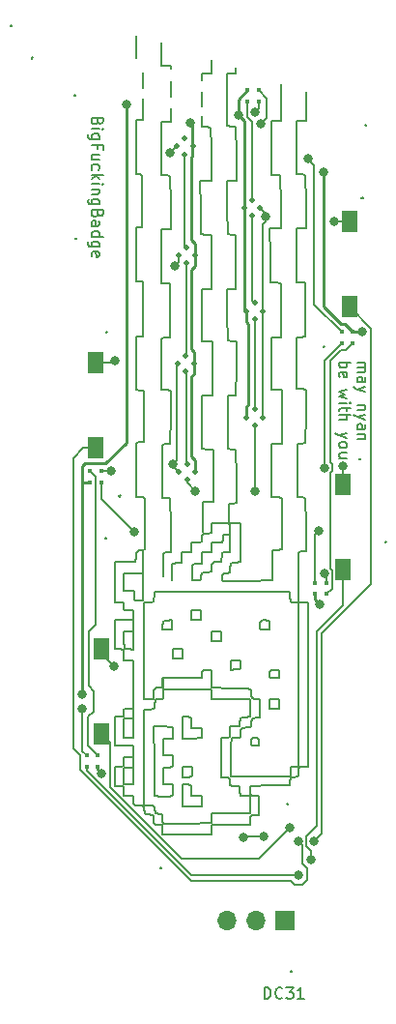
<source format=gtl>
G04 #@! TF.GenerationSoftware,KiCad,Pcbnew,7.0.2*
G04 #@! TF.CreationDate,2023-07-07T17:49:51-07:00*
G04 #@! TF.ProjectId,dc31-badge-sao,64633331-2d62-4616-9467-652d73616f2e,rev?*
G04 #@! TF.SameCoordinates,Original*
G04 #@! TF.FileFunction,Copper,L1,Top*
G04 #@! TF.FilePolarity,Positive*
%FSLAX46Y46*%
G04 Gerber Fmt 4.6, Leading zero omitted, Abs format (unit mm)*
G04 Created by KiCad (PCBNEW 7.0.2) date 2023-07-07 17:49:51*
%MOMM*%
%LPD*%
G01*
G04 APERTURE LIST*
G04 Aperture macros list*
%AMRotRect*
0 Rectangle, with rotation*
0 The origin of the aperture is its center*
0 $1 length*
0 $2 width*
0 $3 Rotation angle, in degrees counterclockwise*
0 Add horizontal line*
21,1,$1,$2,0,0,$3*%
G04 Aperture macros list end*
%ADD10C,0.150000*%
G04 #@! TA.AperFunction,NonConductor*
%ADD11C,0.150000*%
G04 #@! TD*
%ADD12C,0.200000*%
G04 #@! TA.AperFunction,NonConductor*
%ADD13C,0.200000*%
G04 #@! TD*
G04 #@! TA.AperFunction,SMDPad,CuDef*
%ADD14R,0.450000X0.450000*%
G04 #@! TD*
G04 #@! TA.AperFunction,ComponentPad*
%ADD15R,1.700000X1.700000*%
G04 #@! TD*
G04 #@! TA.AperFunction,ComponentPad*
%ADD16O,1.700000X1.700000*%
G04 #@! TD*
G04 #@! TA.AperFunction,SMDPad,CuDef*
%ADD17RotRect,0.450000X0.450000X315.000000*%
G04 #@! TD*
G04 #@! TA.AperFunction,SMDPad,CuDef*
%ADD18RotRect,0.450000X0.450000X135.000000*%
G04 #@! TD*
G04 #@! TA.AperFunction,SMDPad,CuDef*
%ADD19R,1.400000X1.900000*%
G04 #@! TD*
G04 #@! TA.AperFunction,ViaPad*
%ADD20C,0.800000*%
G04 #@! TD*
G04 #@! TA.AperFunction,Conductor*
%ADD21C,0.150000*%
G04 #@! TD*
G04 #@! TA.AperFunction,Conductor*
%ADD22C,0.250000*%
G04 #@! TD*
G04 #@! TA.AperFunction,Conductor*
%ADD23C,0.200000*%
G04 #@! TD*
G04 APERTURE END LIST*
D10*
D11*
X119013095Y-141777619D02*
X119013095Y-140777619D01*
X119013095Y-140777619D02*
X119251190Y-140777619D01*
X119251190Y-140777619D02*
X119394047Y-140825238D01*
X119394047Y-140825238D02*
X119489285Y-140920476D01*
X119489285Y-140920476D02*
X119536904Y-141015714D01*
X119536904Y-141015714D02*
X119584523Y-141206190D01*
X119584523Y-141206190D02*
X119584523Y-141349047D01*
X119584523Y-141349047D02*
X119536904Y-141539523D01*
X119536904Y-141539523D02*
X119489285Y-141634761D01*
X119489285Y-141634761D02*
X119394047Y-141730000D01*
X119394047Y-141730000D02*
X119251190Y-141777619D01*
X119251190Y-141777619D02*
X119013095Y-141777619D01*
X120584523Y-141682380D02*
X120536904Y-141730000D01*
X120536904Y-141730000D02*
X120394047Y-141777619D01*
X120394047Y-141777619D02*
X120298809Y-141777619D01*
X120298809Y-141777619D02*
X120155952Y-141730000D01*
X120155952Y-141730000D02*
X120060714Y-141634761D01*
X120060714Y-141634761D02*
X120013095Y-141539523D01*
X120013095Y-141539523D02*
X119965476Y-141349047D01*
X119965476Y-141349047D02*
X119965476Y-141206190D01*
X119965476Y-141206190D02*
X120013095Y-141015714D01*
X120013095Y-141015714D02*
X120060714Y-140920476D01*
X120060714Y-140920476D02*
X120155952Y-140825238D01*
X120155952Y-140825238D02*
X120298809Y-140777619D01*
X120298809Y-140777619D02*
X120394047Y-140777619D01*
X120394047Y-140777619D02*
X120536904Y-140825238D01*
X120536904Y-140825238D02*
X120584523Y-140872857D01*
X120917857Y-140777619D02*
X121536904Y-140777619D01*
X121536904Y-140777619D02*
X121203571Y-141158571D01*
X121203571Y-141158571D02*
X121346428Y-141158571D01*
X121346428Y-141158571D02*
X121441666Y-141206190D01*
X121441666Y-141206190D02*
X121489285Y-141253809D01*
X121489285Y-141253809D02*
X121536904Y-141349047D01*
X121536904Y-141349047D02*
X121536904Y-141587142D01*
X121536904Y-141587142D02*
X121489285Y-141682380D01*
X121489285Y-141682380D02*
X121441666Y-141730000D01*
X121441666Y-141730000D02*
X121346428Y-141777619D01*
X121346428Y-141777619D02*
X121060714Y-141777619D01*
X121060714Y-141777619D02*
X120965476Y-141730000D01*
X120965476Y-141730000D02*
X120917857Y-141682380D01*
X122489285Y-141777619D02*
X121917857Y-141777619D01*
X122203571Y-141777619D02*
X122203571Y-140777619D01*
X122203571Y-140777619D02*
X122108333Y-140920476D01*
X122108333Y-140920476D02*
X122013095Y-141015714D01*
X122013095Y-141015714D02*
X121917857Y-141063333D01*
D10*
D11*
X109913095Y-130282380D02*
X109960714Y-130330000D01*
X109960714Y-130330000D02*
X109913095Y-130377619D01*
X109913095Y-130377619D02*
X109865476Y-130330000D01*
X109865476Y-130330000D02*
X109913095Y-130282380D01*
X109913095Y-130282380D02*
X109913095Y-130377619D01*
D10*
D11*
X121363095Y-139332380D02*
X121410714Y-139380000D01*
X121410714Y-139380000D02*
X121363095Y-139427619D01*
X121363095Y-139427619D02*
X121315476Y-139380000D01*
X121315476Y-139380000D02*
X121363095Y-139332380D01*
X121363095Y-139332380D02*
X121363095Y-139427619D01*
D10*
D11*
X121038095Y-124657380D02*
X121085714Y-124705000D01*
X121085714Y-124705000D02*
X121038095Y-124752619D01*
X121038095Y-124752619D02*
X120990476Y-124705000D01*
X120990476Y-124705000D02*
X121038095Y-124657380D01*
X121038095Y-124657380D02*
X121038095Y-124752619D01*
D10*
D11*
X129638095Y-101707380D02*
X129685714Y-101755000D01*
X129685714Y-101755000D02*
X129638095Y-101802619D01*
X129638095Y-101802619D02*
X129590476Y-101755000D01*
X129590476Y-101755000D02*
X129638095Y-101707380D01*
X129638095Y-101707380D02*
X129638095Y-101802619D01*
D10*
D11*
X105088095Y-101407380D02*
X105135714Y-101455000D01*
X105135714Y-101455000D02*
X105088095Y-101502619D01*
X105088095Y-101502619D02*
X105040476Y-101455000D01*
X105040476Y-101455000D02*
X105088095Y-101407380D01*
X105088095Y-101407380D02*
X105088095Y-101502619D01*
D10*
D11*
X106338095Y-97707380D02*
X106385714Y-97755000D01*
X106385714Y-97755000D02*
X106338095Y-97802619D01*
X106338095Y-97802619D02*
X106290476Y-97755000D01*
X106290476Y-97755000D02*
X106338095Y-97707380D01*
X106338095Y-97707380D02*
X106338095Y-97802619D01*
D10*
D11*
X127388095Y-94457380D02*
X127435714Y-94505000D01*
X127435714Y-94505000D02*
X127388095Y-94552619D01*
X127388095Y-94552619D02*
X127340476Y-94505000D01*
X127340476Y-94505000D02*
X127388095Y-94457380D01*
X127388095Y-94457380D02*
X127388095Y-94552619D01*
D10*
D11*
X124238095Y-84607380D02*
X124285714Y-84655000D01*
X124285714Y-84655000D02*
X124238095Y-84702619D01*
X124238095Y-84702619D02*
X124190476Y-84655000D01*
X124190476Y-84655000D02*
X124238095Y-84607380D01*
X124238095Y-84607380D02*
X124238095Y-84702619D01*
D10*
D11*
X102488095Y-75157380D02*
X102535714Y-75205000D01*
X102535714Y-75205000D02*
X102488095Y-75252619D01*
X102488095Y-75252619D02*
X102440476Y-75205000D01*
X102440476Y-75205000D02*
X102488095Y-75157380D01*
X102488095Y-75157380D02*
X102488095Y-75252619D01*
D10*
D11*
X105163095Y-83332380D02*
X105210714Y-83380000D01*
X105210714Y-83380000D02*
X105163095Y-83427619D01*
X105163095Y-83427619D02*
X105115476Y-83380000D01*
X105115476Y-83380000D02*
X105163095Y-83332380D01*
X105163095Y-83332380D02*
X105163095Y-83427619D01*
D10*
D11*
X127588095Y-71607380D02*
X127635714Y-71655000D01*
X127635714Y-71655000D02*
X127588095Y-71702619D01*
X127588095Y-71702619D02*
X127540476Y-71655000D01*
X127540476Y-71655000D02*
X127588095Y-71607380D01*
X127588095Y-71607380D02*
X127588095Y-71702619D01*
D10*
D11*
X127888095Y-65232380D02*
X127935714Y-65280000D01*
X127935714Y-65280000D02*
X127888095Y-65327619D01*
X127888095Y-65327619D02*
X127840476Y-65280000D01*
X127840476Y-65280000D02*
X127888095Y-65232380D01*
X127888095Y-65232380D02*
X127888095Y-65327619D01*
D10*
D11*
X98663095Y-59357380D02*
X98710714Y-59405000D01*
X98710714Y-59405000D02*
X98663095Y-59452619D01*
X98663095Y-59452619D02*
X98615476Y-59405000D01*
X98615476Y-59405000D02*
X98663095Y-59357380D01*
X98663095Y-59357380D02*
X98663095Y-59452619D01*
D10*
D11*
X102363095Y-62632380D02*
X102410714Y-62680000D01*
X102410714Y-62680000D02*
X102363095Y-62727619D01*
X102363095Y-62727619D02*
X102315476Y-62680000D01*
X102315476Y-62680000D02*
X102363095Y-62632380D01*
X102363095Y-62632380D02*
X102363095Y-62727619D01*
D10*
D11*
X96788095Y-56557380D02*
X96835714Y-56605000D01*
X96835714Y-56605000D02*
X96788095Y-56652619D01*
X96788095Y-56652619D02*
X96740476Y-56605000D01*
X96740476Y-56605000D02*
X96788095Y-56557380D01*
X96788095Y-56557380D02*
X96788095Y-56652619D01*
D10*
D11*
X127192380Y-86038095D02*
X127859047Y-86038095D01*
X127763809Y-86038095D02*
X127811428Y-86085714D01*
X127811428Y-86085714D02*
X127859047Y-86180952D01*
X127859047Y-86180952D02*
X127859047Y-86323809D01*
X127859047Y-86323809D02*
X127811428Y-86419047D01*
X127811428Y-86419047D02*
X127716190Y-86466666D01*
X127716190Y-86466666D02*
X127192380Y-86466666D01*
X127716190Y-86466666D02*
X127811428Y-86514285D01*
X127811428Y-86514285D02*
X127859047Y-86609523D01*
X127859047Y-86609523D02*
X127859047Y-86752380D01*
X127859047Y-86752380D02*
X127811428Y-86847619D01*
X127811428Y-86847619D02*
X127716190Y-86895238D01*
X127716190Y-86895238D02*
X127192380Y-86895238D01*
X127192380Y-87799999D02*
X127716190Y-87799999D01*
X127716190Y-87799999D02*
X127811428Y-87752380D01*
X127811428Y-87752380D02*
X127859047Y-87657142D01*
X127859047Y-87657142D02*
X127859047Y-87466666D01*
X127859047Y-87466666D02*
X127811428Y-87371428D01*
X127240000Y-87799999D02*
X127192380Y-87704761D01*
X127192380Y-87704761D02*
X127192380Y-87466666D01*
X127192380Y-87466666D02*
X127240000Y-87371428D01*
X127240000Y-87371428D02*
X127335238Y-87323809D01*
X127335238Y-87323809D02*
X127430476Y-87323809D01*
X127430476Y-87323809D02*
X127525714Y-87371428D01*
X127525714Y-87371428D02*
X127573333Y-87466666D01*
X127573333Y-87466666D02*
X127573333Y-87704761D01*
X127573333Y-87704761D02*
X127620952Y-87799999D01*
X127859047Y-88180952D02*
X127192380Y-88419047D01*
X127859047Y-88657142D02*
X127192380Y-88419047D01*
X127192380Y-88419047D02*
X126954285Y-88323809D01*
X126954285Y-88323809D02*
X126906666Y-88276190D01*
X126906666Y-88276190D02*
X126859047Y-88180952D01*
X127859047Y-89800000D02*
X127192380Y-89800000D01*
X127763809Y-89800000D02*
X127811428Y-89847619D01*
X127811428Y-89847619D02*
X127859047Y-89942857D01*
X127859047Y-89942857D02*
X127859047Y-90085714D01*
X127859047Y-90085714D02*
X127811428Y-90180952D01*
X127811428Y-90180952D02*
X127716190Y-90228571D01*
X127716190Y-90228571D02*
X127192380Y-90228571D01*
X127859047Y-90609524D02*
X127192380Y-90847619D01*
X127859047Y-91085714D02*
X127192380Y-90847619D01*
X127192380Y-90847619D02*
X126954285Y-90752381D01*
X126954285Y-90752381D02*
X126906666Y-90704762D01*
X126906666Y-90704762D02*
X126859047Y-90609524D01*
X127192380Y-91895238D02*
X127716190Y-91895238D01*
X127716190Y-91895238D02*
X127811428Y-91847619D01*
X127811428Y-91847619D02*
X127859047Y-91752381D01*
X127859047Y-91752381D02*
X127859047Y-91561905D01*
X127859047Y-91561905D02*
X127811428Y-91466667D01*
X127240000Y-91895238D02*
X127192380Y-91800000D01*
X127192380Y-91800000D02*
X127192380Y-91561905D01*
X127192380Y-91561905D02*
X127240000Y-91466667D01*
X127240000Y-91466667D02*
X127335238Y-91419048D01*
X127335238Y-91419048D02*
X127430476Y-91419048D01*
X127430476Y-91419048D02*
X127525714Y-91466667D01*
X127525714Y-91466667D02*
X127573333Y-91561905D01*
X127573333Y-91561905D02*
X127573333Y-91800000D01*
X127573333Y-91800000D02*
X127620952Y-91895238D01*
X127859047Y-92371429D02*
X127192380Y-92371429D01*
X127763809Y-92371429D02*
X127811428Y-92419048D01*
X127811428Y-92419048D02*
X127859047Y-92514286D01*
X127859047Y-92514286D02*
X127859047Y-92657143D01*
X127859047Y-92657143D02*
X127811428Y-92752381D01*
X127811428Y-92752381D02*
X127716190Y-92800000D01*
X127716190Y-92800000D02*
X127192380Y-92800000D01*
X125572380Y-86038095D02*
X126572380Y-86038095D01*
X126191428Y-86038095D02*
X126239047Y-86133333D01*
X126239047Y-86133333D02*
X126239047Y-86323809D01*
X126239047Y-86323809D02*
X126191428Y-86419047D01*
X126191428Y-86419047D02*
X126143809Y-86466666D01*
X126143809Y-86466666D02*
X126048571Y-86514285D01*
X126048571Y-86514285D02*
X125762857Y-86514285D01*
X125762857Y-86514285D02*
X125667619Y-86466666D01*
X125667619Y-86466666D02*
X125620000Y-86419047D01*
X125620000Y-86419047D02*
X125572380Y-86323809D01*
X125572380Y-86323809D02*
X125572380Y-86133333D01*
X125572380Y-86133333D02*
X125620000Y-86038095D01*
X125620000Y-87323809D02*
X125572380Y-87228571D01*
X125572380Y-87228571D02*
X125572380Y-87038095D01*
X125572380Y-87038095D02*
X125620000Y-86942857D01*
X125620000Y-86942857D02*
X125715238Y-86895238D01*
X125715238Y-86895238D02*
X126096190Y-86895238D01*
X126096190Y-86895238D02*
X126191428Y-86942857D01*
X126191428Y-86942857D02*
X126239047Y-87038095D01*
X126239047Y-87038095D02*
X126239047Y-87228571D01*
X126239047Y-87228571D02*
X126191428Y-87323809D01*
X126191428Y-87323809D02*
X126096190Y-87371428D01*
X126096190Y-87371428D02*
X126000952Y-87371428D01*
X126000952Y-87371428D02*
X125905714Y-86895238D01*
X126239047Y-88466667D02*
X125572380Y-88657143D01*
X125572380Y-88657143D02*
X126048571Y-88847619D01*
X126048571Y-88847619D02*
X125572380Y-89038095D01*
X125572380Y-89038095D02*
X126239047Y-89228571D01*
X125572380Y-89609524D02*
X126239047Y-89609524D01*
X126572380Y-89609524D02*
X126524761Y-89561905D01*
X126524761Y-89561905D02*
X126477142Y-89609524D01*
X126477142Y-89609524D02*
X126524761Y-89657143D01*
X126524761Y-89657143D02*
X126572380Y-89609524D01*
X126572380Y-89609524D02*
X126477142Y-89609524D01*
X126239047Y-89942857D02*
X126239047Y-90323809D01*
X126572380Y-90085714D02*
X125715238Y-90085714D01*
X125715238Y-90085714D02*
X125620000Y-90133333D01*
X125620000Y-90133333D02*
X125572380Y-90228571D01*
X125572380Y-90228571D02*
X125572380Y-90323809D01*
X125572380Y-90657143D02*
X126572380Y-90657143D01*
X125572380Y-91085714D02*
X126096190Y-91085714D01*
X126096190Y-91085714D02*
X126191428Y-91038095D01*
X126191428Y-91038095D02*
X126239047Y-90942857D01*
X126239047Y-90942857D02*
X126239047Y-90800000D01*
X126239047Y-90800000D02*
X126191428Y-90704762D01*
X126191428Y-90704762D02*
X126143809Y-90657143D01*
X126239047Y-92228572D02*
X125572380Y-92466667D01*
X126239047Y-92704762D02*
X125572380Y-92466667D01*
X125572380Y-92466667D02*
X125334285Y-92371429D01*
X125334285Y-92371429D02*
X125286666Y-92323810D01*
X125286666Y-92323810D02*
X125239047Y-92228572D01*
X125572380Y-93228572D02*
X125620000Y-93133334D01*
X125620000Y-93133334D02*
X125667619Y-93085715D01*
X125667619Y-93085715D02*
X125762857Y-93038096D01*
X125762857Y-93038096D02*
X126048571Y-93038096D01*
X126048571Y-93038096D02*
X126143809Y-93085715D01*
X126143809Y-93085715D02*
X126191428Y-93133334D01*
X126191428Y-93133334D02*
X126239047Y-93228572D01*
X126239047Y-93228572D02*
X126239047Y-93371429D01*
X126239047Y-93371429D02*
X126191428Y-93466667D01*
X126191428Y-93466667D02*
X126143809Y-93514286D01*
X126143809Y-93514286D02*
X126048571Y-93561905D01*
X126048571Y-93561905D02*
X125762857Y-93561905D01*
X125762857Y-93561905D02*
X125667619Y-93514286D01*
X125667619Y-93514286D02*
X125620000Y-93466667D01*
X125620000Y-93466667D02*
X125572380Y-93371429D01*
X125572380Y-93371429D02*
X125572380Y-93228572D01*
X126239047Y-94419048D02*
X125572380Y-94419048D01*
X126239047Y-93990477D02*
X125715238Y-93990477D01*
X125715238Y-93990477D02*
X125620000Y-94038096D01*
X125620000Y-94038096D02*
X125572380Y-94133334D01*
X125572380Y-94133334D02*
X125572380Y-94276191D01*
X125572380Y-94276191D02*
X125620000Y-94371429D01*
X125620000Y-94371429D02*
X125667619Y-94419048D01*
D12*
D13*
X104396190Y-64946428D02*
X104348571Y-65089285D01*
X104348571Y-65089285D02*
X104300952Y-65136904D01*
X104300952Y-65136904D02*
X104205714Y-65184523D01*
X104205714Y-65184523D02*
X104062857Y-65184523D01*
X104062857Y-65184523D02*
X103967619Y-65136904D01*
X103967619Y-65136904D02*
X103920000Y-65089285D01*
X103920000Y-65089285D02*
X103872380Y-64994047D01*
X103872380Y-64994047D02*
X103872380Y-64613095D01*
X103872380Y-64613095D02*
X104872380Y-64613095D01*
X104872380Y-64613095D02*
X104872380Y-64946428D01*
X104872380Y-64946428D02*
X104824761Y-65041666D01*
X104824761Y-65041666D02*
X104777142Y-65089285D01*
X104777142Y-65089285D02*
X104681904Y-65136904D01*
X104681904Y-65136904D02*
X104586666Y-65136904D01*
X104586666Y-65136904D02*
X104491428Y-65089285D01*
X104491428Y-65089285D02*
X104443809Y-65041666D01*
X104443809Y-65041666D02*
X104396190Y-64946428D01*
X104396190Y-64946428D02*
X104396190Y-64613095D01*
X103872380Y-65613095D02*
X104539047Y-65613095D01*
X104872380Y-65613095D02*
X104824761Y-65565476D01*
X104824761Y-65565476D02*
X104777142Y-65613095D01*
X104777142Y-65613095D02*
X104824761Y-65660714D01*
X104824761Y-65660714D02*
X104872380Y-65613095D01*
X104872380Y-65613095D02*
X104777142Y-65613095D01*
X104539047Y-66517856D02*
X103729523Y-66517856D01*
X103729523Y-66517856D02*
X103634285Y-66470237D01*
X103634285Y-66470237D02*
X103586666Y-66422618D01*
X103586666Y-66422618D02*
X103539047Y-66327380D01*
X103539047Y-66327380D02*
X103539047Y-66184523D01*
X103539047Y-66184523D02*
X103586666Y-66089285D01*
X103920000Y-66517856D02*
X103872380Y-66422618D01*
X103872380Y-66422618D02*
X103872380Y-66232142D01*
X103872380Y-66232142D02*
X103920000Y-66136904D01*
X103920000Y-66136904D02*
X103967619Y-66089285D01*
X103967619Y-66089285D02*
X104062857Y-66041666D01*
X104062857Y-66041666D02*
X104348571Y-66041666D01*
X104348571Y-66041666D02*
X104443809Y-66089285D01*
X104443809Y-66089285D02*
X104491428Y-66136904D01*
X104491428Y-66136904D02*
X104539047Y-66232142D01*
X104539047Y-66232142D02*
X104539047Y-66422618D01*
X104539047Y-66422618D02*
X104491428Y-66517856D01*
X104396190Y-67327380D02*
X104396190Y-66994047D01*
X103872380Y-66994047D02*
X104872380Y-66994047D01*
X104872380Y-66994047D02*
X104872380Y-67470237D01*
X104539047Y-68279761D02*
X103872380Y-68279761D01*
X104539047Y-67851190D02*
X104015238Y-67851190D01*
X104015238Y-67851190D02*
X103920000Y-67898809D01*
X103920000Y-67898809D02*
X103872380Y-67994047D01*
X103872380Y-67994047D02*
X103872380Y-68136904D01*
X103872380Y-68136904D02*
X103920000Y-68232142D01*
X103920000Y-68232142D02*
X103967619Y-68279761D01*
X103920000Y-69184523D02*
X103872380Y-69089285D01*
X103872380Y-69089285D02*
X103872380Y-68898809D01*
X103872380Y-68898809D02*
X103920000Y-68803571D01*
X103920000Y-68803571D02*
X103967619Y-68755952D01*
X103967619Y-68755952D02*
X104062857Y-68708333D01*
X104062857Y-68708333D02*
X104348571Y-68708333D01*
X104348571Y-68708333D02*
X104443809Y-68755952D01*
X104443809Y-68755952D02*
X104491428Y-68803571D01*
X104491428Y-68803571D02*
X104539047Y-68898809D01*
X104539047Y-68898809D02*
X104539047Y-69089285D01*
X104539047Y-69089285D02*
X104491428Y-69184523D01*
X103872380Y-69613095D02*
X104872380Y-69613095D01*
X104253333Y-69708333D02*
X103872380Y-69994047D01*
X104539047Y-69994047D02*
X104158095Y-69613095D01*
X103872380Y-70422619D02*
X104539047Y-70422619D01*
X104872380Y-70422619D02*
X104824761Y-70375000D01*
X104824761Y-70375000D02*
X104777142Y-70422619D01*
X104777142Y-70422619D02*
X104824761Y-70470238D01*
X104824761Y-70470238D02*
X104872380Y-70422619D01*
X104872380Y-70422619D02*
X104777142Y-70422619D01*
X104539047Y-70898809D02*
X103872380Y-70898809D01*
X104443809Y-70898809D02*
X104491428Y-70946428D01*
X104491428Y-70946428D02*
X104539047Y-71041666D01*
X104539047Y-71041666D02*
X104539047Y-71184523D01*
X104539047Y-71184523D02*
X104491428Y-71279761D01*
X104491428Y-71279761D02*
X104396190Y-71327380D01*
X104396190Y-71327380D02*
X103872380Y-71327380D01*
X104539047Y-72232142D02*
X103729523Y-72232142D01*
X103729523Y-72232142D02*
X103634285Y-72184523D01*
X103634285Y-72184523D02*
X103586666Y-72136904D01*
X103586666Y-72136904D02*
X103539047Y-72041666D01*
X103539047Y-72041666D02*
X103539047Y-71898809D01*
X103539047Y-71898809D02*
X103586666Y-71803571D01*
X103920000Y-72232142D02*
X103872380Y-72136904D01*
X103872380Y-72136904D02*
X103872380Y-71946428D01*
X103872380Y-71946428D02*
X103920000Y-71851190D01*
X103920000Y-71851190D02*
X103967619Y-71803571D01*
X103967619Y-71803571D02*
X104062857Y-71755952D01*
X104062857Y-71755952D02*
X104348571Y-71755952D01*
X104348571Y-71755952D02*
X104443809Y-71803571D01*
X104443809Y-71803571D02*
X104491428Y-71851190D01*
X104491428Y-71851190D02*
X104539047Y-71946428D01*
X104539047Y-71946428D02*
X104539047Y-72136904D01*
X104539047Y-72136904D02*
X104491428Y-72232142D01*
X104396190Y-73041666D02*
X104348571Y-73184523D01*
X104348571Y-73184523D02*
X104300952Y-73232142D01*
X104300952Y-73232142D02*
X104205714Y-73279761D01*
X104205714Y-73279761D02*
X104062857Y-73279761D01*
X104062857Y-73279761D02*
X103967619Y-73232142D01*
X103967619Y-73232142D02*
X103920000Y-73184523D01*
X103920000Y-73184523D02*
X103872380Y-73089285D01*
X103872380Y-73089285D02*
X103872380Y-72708333D01*
X103872380Y-72708333D02*
X104872380Y-72708333D01*
X104872380Y-72708333D02*
X104872380Y-73041666D01*
X104872380Y-73041666D02*
X104824761Y-73136904D01*
X104824761Y-73136904D02*
X104777142Y-73184523D01*
X104777142Y-73184523D02*
X104681904Y-73232142D01*
X104681904Y-73232142D02*
X104586666Y-73232142D01*
X104586666Y-73232142D02*
X104491428Y-73184523D01*
X104491428Y-73184523D02*
X104443809Y-73136904D01*
X104443809Y-73136904D02*
X104396190Y-73041666D01*
X104396190Y-73041666D02*
X104396190Y-72708333D01*
X103872380Y-74136904D02*
X104396190Y-74136904D01*
X104396190Y-74136904D02*
X104491428Y-74089285D01*
X104491428Y-74089285D02*
X104539047Y-73994047D01*
X104539047Y-73994047D02*
X104539047Y-73803571D01*
X104539047Y-73803571D02*
X104491428Y-73708333D01*
X103920000Y-74136904D02*
X103872380Y-74041666D01*
X103872380Y-74041666D02*
X103872380Y-73803571D01*
X103872380Y-73803571D02*
X103920000Y-73708333D01*
X103920000Y-73708333D02*
X104015238Y-73660714D01*
X104015238Y-73660714D02*
X104110476Y-73660714D01*
X104110476Y-73660714D02*
X104205714Y-73708333D01*
X104205714Y-73708333D02*
X104253333Y-73803571D01*
X104253333Y-73803571D02*
X104253333Y-74041666D01*
X104253333Y-74041666D02*
X104300952Y-74136904D01*
X103872380Y-75041666D02*
X104872380Y-75041666D01*
X103920000Y-75041666D02*
X103872380Y-74946428D01*
X103872380Y-74946428D02*
X103872380Y-74755952D01*
X103872380Y-74755952D02*
X103920000Y-74660714D01*
X103920000Y-74660714D02*
X103967619Y-74613095D01*
X103967619Y-74613095D02*
X104062857Y-74565476D01*
X104062857Y-74565476D02*
X104348571Y-74565476D01*
X104348571Y-74565476D02*
X104443809Y-74613095D01*
X104443809Y-74613095D02*
X104491428Y-74660714D01*
X104491428Y-74660714D02*
X104539047Y-74755952D01*
X104539047Y-74755952D02*
X104539047Y-74946428D01*
X104539047Y-74946428D02*
X104491428Y-75041666D01*
X104539047Y-75946428D02*
X103729523Y-75946428D01*
X103729523Y-75946428D02*
X103634285Y-75898809D01*
X103634285Y-75898809D02*
X103586666Y-75851190D01*
X103586666Y-75851190D02*
X103539047Y-75755952D01*
X103539047Y-75755952D02*
X103539047Y-75613095D01*
X103539047Y-75613095D02*
X103586666Y-75517857D01*
X103920000Y-75946428D02*
X103872380Y-75851190D01*
X103872380Y-75851190D02*
X103872380Y-75660714D01*
X103872380Y-75660714D02*
X103920000Y-75565476D01*
X103920000Y-75565476D02*
X103967619Y-75517857D01*
X103967619Y-75517857D02*
X104062857Y-75470238D01*
X104062857Y-75470238D02*
X104348571Y-75470238D01*
X104348571Y-75470238D02*
X104443809Y-75517857D01*
X104443809Y-75517857D02*
X104491428Y-75565476D01*
X104491428Y-75565476D02*
X104539047Y-75660714D01*
X104539047Y-75660714D02*
X104539047Y-75851190D01*
X104539047Y-75851190D02*
X104491428Y-75946428D01*
X103920000Y-76803571D02*
X103872380Y-76708333D01*
X103872380Y-76708333D02*
X103872380Y-76517857D01*
X103872380Y-76517857D02*
X103920000Y-76422619D01*
X103920000Y-76422619D02*
X104015238Y-76375000D01*
X104015238Y-76375000D02*
X104396190Y-76375000D01*
X104396190Y-76375000D02*
X104491428Y-76422619D01*
X104491428Y-76422619D02*
X104539047Y-76517857D01*
X104539047Y-76517857D02*
X104539047Y-76708333D01*
X104539047Y-76708333D02*
X104491428Y-76803571D01*
X104491428Y-76803571D02*
X104396190Y-76851190D01*
X104396190Y-76851190D02*
X104300952Y-76851190D01*
X104300952Y-76851190D02*
X104205714Y-76375000D01*
D14*
X104425000Y-120450000D03*
X104425000Y-121450000D03*
X103425000Y-120450000D03*
X103425000Y-121450000D03*
D15*
X120800000Y-134935000D03*
D16*
X118260000Y-134935000D03*
X115720000Y-134935000D03*
D17*
X112050000Y-66442893D03*
X112757107Y-67150000D03*
X111342893Y-67150000D03*
X112050000Y-67857107D03*
X112200000Y-75967893D03*
X112907107Y-76675000D03*
X111492893Y-76675000D03*
X112200000Y-77382107D03*
X112125000Y-85442893D03*
X112832107Y-86150000D03*
X111417893Y-86150000D03*
X112125000Y-86857107D03*
X112250000Y-96357107D03*
X111542893Y-95650000D03*
X112957107Y-95650000D03*
X112250000Y-94942893D03*
D18*
X118150000Y-90167893D03*
X118857107Y-90875000D03*
X117442893Y-90875000D03*
X118150000Y-91582107D03*
X118150000Y-82257107D03*
X117442893Y-81550000D03*
X118857107Y-81550000D03*
X118150000Y-80842893D03*
X117925000Y-73232107D03*
X117217893Y-72525000D03*
X118632107Y-72525000D03*
X117925000Y-71817893D03*
D14*
X118525000Y-62225000D03*
X118525000Y-63225000D03*
X117525000Y-62225000D03*
X117525000Y-63225000D03*
X125775000Y-83400000D03*
X126775000Y-83400000D03*
X125775000Y-84400000D03*
X126775000Y-84400000D03*
X124425000Y-106350000D03*
X123425000Y-106350000D03*
X124425000Y-105350000D03*
X123425000Y-105350000D03*
X103700000Y-95600000D03*
X104700000Y-95600000D03*
X103700000Y-96600000D03*
X104700000Y-96600000D03*
D19*
X125900000Y-96725000D03*
X125900000Y-104225000D03*
X126475000Y-73700000D03*
X126475000Y-81200000D03*
X104200000Y-93550000D03*
X104200000Y-86050000D03*
X104700000Y-118625000D03*
X104700000Y-111125000D03*
D20*
X124275000Y-95300000D03*
X127600000Y-83400000D03*
X123875000Y-107275000D03*
X124200000Y-69425000D03*
X106925000Y-63475000D03*
X103075000Y-115100000D03*
X104725000Y-122050000D03*
X103050000Y-116425000D03*
X112550000Y-65100000D03*
X116725000Y-64375000D03*
X124250000Y-104525000D03*
X105600000Y-95600000D03*
X105850000Y-112700000D03*
X125925000Y-95125000D03*
X118225000Y-64125000D03*
X110775000Y-67700000D03*
X119111580Y-73250000D03*
X125125000Y-73700000D03*
X105874500Y-85926944D03*
X111150000Y-77650000D03*
X111000000Y-94975000D03*
X112975000Y-97325000D03*
X118150000Y-97325000D03*
X118700000Y-65150000D03*
X122850000Y-68250000D03*
X123750000Y-100775000D03*
X107575000Y-100925000D03*
X123075000Y-129575000D03*
X117150000Y-127675500D03*
X118973503Y-127584974D03*
X121975000Y-130960000D03*
X121275000Y-126825000D03*
X123325000Y-127950000D03*
X121975500Y-128027164D03*
D21*
X124925000Y-105850000D02*
X124425000Y-106350000D01*
X124925000Y-104245405D02*
X124925000Y-105850000D01*
X124775000Y-104095405D02*
X124925000Y-104245405D01*
X124775000Y-95753888D02*
X124775000Y-104095405D01*
X124949500Y-94924500D02*
X124949500Y-95579388D01*
X124825000Y-94800000D02*
X124949500Y-94924500D01*
X124825000Y-85875000D02*
X124825000Y-94800000D01*
X126175000Y-85000000D02*
X125700000Y-85000000D01*
X125700000Y-85000000D02*
X124825000Y-85875000D01*
X126775000Y-84400000D02*
X126175000Y-85000000D01*
X124949500Y-95579388D02*
X124775000Y-95753888D01*
D22*
X126050000Y-82675000D02*
X126775000Y-83400000D01*
X125750000Y-82675000D02*
X126050000Y-82675000D01*
X124200000Y-69425000D02*
X124200000Y-81125000D01*
X124200000Y-81125000D02*
X125750000Y-82675000D01*
D21*
X119111580Y-73738420D02*
X119111580Y-73250000D01*
X118857107Y-73992893D02*
X119111580Y-73738420D01*
X118857107Y-90875000D02*
X118857107Y-73992893D01*
D22*
X117625000Y-89750000D02*
X117442893Y-89932107D01*
X117625000Y-82675000D02*
X117625000Y-89750000D01*
X117442893Y-89932107D02*
X117442893Y-90875000D01*
X117442893Y-82492893D02*
X117625000Y-82675000D01*
X117442893Y-81550000D02*
X117442893Y-82492893D01*
X117217893Y-81325000D02*
X117442893Y-81550000D01*
X117217893Y-64867893D02*
X117217893Y-81325000D01*
X116725000Y-64375000D02*
X117217893Y-64867893D01*
D21*
X117525000Y-63225000D02*
X117525000Y-64610020D01*
X117925000Y-65010020D02*
X117925000Y-71817893D01*
X117525000Y-64610020D02*
X117925000Y-65010020D01*
X119225000Y-64625000D02*
X118700000Y-65150000D01*
X119225000Y-62925000D02*
X119225000Y-64625000D01*
X118525000Y-62225000D02*
X119225000Y-62925000D01*
X118525000Y-63825000D02*
X118225000Y-64125000D01*
X118525000Y-63225000D02*
X118525000Y-63825000D01*
D22*
X116725000Y-63025000D02*
X116725000Y-64375000D01*
X117525000Y-62225000D02*
X116725000Y-63025000D01*
D21*
X117925000Y-80617893D02*
X118150000Y-80842893D01*
X117925000Y-73232107D02*
X117925000Y-80617893D01*
X119111580Y-73004473D02*
X118632107Y-72525000D01*
X119111580Y-73250000D02*
X119111580Y-73004473D01*
X118150000Y-82257107D02*
X118150000Y-90167893D01*
X118150000Y-91582107D02*
X118150000Y-97325000D01*
D22*
X112693198Y-67991727D02*
X112693198Y-65243198D01*
X112693198Y-65243198D02*
X112550000Y-65100000D01*
X112575000Y-68109925D02*
X112693198Y-67991727D01*
X112575000Y-75350000D02*
X112575000Y-68109925D01*
X112907107Y-75682107D02*
X112575000Y-75350000D01*
X112907107Y-77592893D02*
X112907107Y-75682107D01*
X112575000Y-77925000D02*
X112907107Y-77592893D01*
X112625000Y-87257107D02*
X112832107Y-87050000D01*
X112832107Y-87050000D02*
X112832107Y-85157107D01*
X112625000Y-94275000D02*
X112625000Y-87257107D01*
X112975000Y-94625000D02*
X112625000Y-94275000D01*
X112975000Y-95632107D02*
X112975000Y-94625000D01*
X112832107Y-85157107D02*
X112575000Y-84900000D01*
X112957107Y-95650000D02*
X112975000Y-95632107D01*
X112575000Y-84900000D02*
X112575000Y-77925000D01*
D21*
X111350000Y-94625000D02*
X111000000Y-94975000D01*
X111350000Y-86217893D02*
X111350000Y-94625000D01*
X111417893Y-86150000D02*
X111350000Y-86217893D01*
X112150000Y-94842893D02*
X112150000Y-86882107D01*
X112150000Y-86882107D02*
X112125000Y-86857107D01*
X112250000Y-94942893D02*
X112150000Y-94842893D01*
X112250000Y-96357107D02*
X112250000Y-96600000D01*
X112250000Y-96600000D02*
X112975000Y-97325000D01*
X111000000Y-95107107D02*
X111542893Y-95650000D01*
X111000000Y-94975000D02*
X111000000Y-95107107D01*
X112175000Y-77407107D02*
X112200000Y-77382107D01*
X112175000Y-85392893D02*
X112175000Y-77407107D01*
X112125000Y-85442893D02*
X112175000Y-85392893D01*
X112050000Y-75817893D02*
X112050000Y-67857107D01*
X112200000Y-75967893D02*
X112050000Y-75817893D01*
X111325000Y-67150000D02*
X110775000Y-67700000D01*
X111342893Y-67150000D02*
X111325000Y-67150000D01*
X111492893Y-77307107D02*
X111150000Y-77650000D01*
X111492893Y-76675000D02*
X111492893Y-77307107D01*
X124275000Y-85900000D02*
X124275000Y-95300000D01*
X125775000Y-84400000D02*
X124275000Y-85900000D01*
D22*
X103300000Y-94900000D02*
X105100000Y-94900000D01*
X103075000Y-95125000D02*
X103300000Y-94900000D01*
X103075000Y-96600000D02*
X103075000Y-95125000D01*
X105100000Y-94900000D02*
X106925000Y-93075000D01*
X106925000Y-93075000D02*
X106925000Y-63475000D01*
X127600000Y-83400000D02*
X126775000Y-83400000D01*
X123425000Y-106350000D02*
X123425000Y-106825000D01*
X123425000Y-106825000D02*
X123875000Y-107275000D01*
X103075000Y-96600000D02*
X103075000Y-115100000D01*
X103700000Y-96600000D02*
X103075000Y-96600000D01*
D21*
X122300000Y-128351664D02*
X121975500Y-128027164D01*
X122300000Y-129950000D02*
X122300000Y-128351664D01*
X122725000Y-130375000D02*
X122300000Y-129950000D01*
X122725000Y-131400000D02*
X122725000Y-130375000D01*
X122325000Y-131800000D02*
X122725000Y-131400000D01*
X121650000Y-131800000D02*
X122325000Y-131800000D01*
X102875000Y-121750000D02*
X112575000Y-131450000D01*
X102875000Y-120450000D02*
X102875000Y-121750000D01*
X112575000Y-131450000D02*
X121300000Y-131450000D01*
X102250500Y-94449500D02*
X102250500Y-119825500D01*
X121300000Y-131450000D02*
X121650000Y-131800000D01*
X104200000Y-93550000D02*
X103150000Y-93550000D01*
X103150000Y-93550000D02*
X102250500Y-94449500D01*
X102250500Y-119825500D02*
X102875000Y-120450000D01*
X122650000Y-127575000D02*
X123625000Y-126600000D01*
X123625000Y-126600000D02*
X123625000Y-109600000D01*
X122650000Y-128445405D02*
X122650000Y-127575000D01*
X123075000Y-128870405D02*
X122650000Y-128445405D01*
X123625000Y-109600000D02*
X125900000Y-107325000D01*
X125900000Y-107325000D02*
X125900000Y-104225000D01*
X123075000Y-129575000D02*
X123075000Y-128870405D01*
X124000000Y-127275000D02*
X123325000Y-127950000D01*
X128365474Y-105434526D02*
X124000000Y-109800000D01*
X124000000Y-109800000D02*
X124000000Y-127275000D01*
X126475000Y-81200000D02*
X128365474Y-83090474D01*
X128365474Y-83090474D02*
X128365474Y-105434526D01*
X111725793Y-129550000D02*
X118550000Y-129550000D01*
X105449501Y-123273708D02*
X111725793Y-129550000D01*
X105449501Y-119374501D02*
X105449501Y-123273708D01*
X104700000Y-118625000D02*
X105449501Y-119374501D01*
X118550000Y-129550000D02*
X121275000Y-126825000D01*
X103575000Y-119600000D02*
X104425000Y-120450000D01*
X103575000Y-117100000D02*
X103575000Y-119600000D01*
X103600000Y-114375000D02*
X104049501Y-114824501D01*
X103600000Y-109625000D02*
X103600000Y-114375000D01*
X104200000Y-109025000D02*
X103600000Y-109625000D01*
X104200000Y-96100000D02*
X104200000Y-109025000D01*
X104049501Y-116625499D02*
X103575000Y-117100000D01*
X103700000Y-95600000D02*
X104200000Y-96100000D01*
X104049501Y-114824501D02*
X104049501Y-116625499D01*
D22*
X104425000Y-121750000D02*
X104725000Y-122050000D01*
X104425000Y-121450000D02*
X104425000Y-121750000D01*
D21*
X103425000Y-121805730D02*
X112579270Y-130960000D01*
X112579270Y-130960000D02*
X121975000Y-130960000D01*
X103425000Y-121450000D02*
X103425000Y-121805730D01*
X103050000Y-120075000D02*
X103050000Y-116425000D01*
X103425000Y-120450000D02*
X103050000Y-120075000D01*
X117240526Y-127584974D02*
X118973503Y-127584974D01*
X117150000Y-127675500D02*
X117240526Y-127584974D01*
X124425000Y-105350000D02*
X124425000Y-104700000D01*
X124425000Y-104700000D02*
X124250000Y-104525000D01*
D23*
X107793375Y-59375000D02*
X107761626Y-57756083D01*
X112838979Y-103723470D02*
X112811606Y-103731094D01*
X108343021Y-124907787D02*
X108327570Y-124899994D01*
X115378278Y-101234788D02*
X115374410Y-101250435D01*
X114374413Y-60725587D02*
X114374413Y-59575587D01*
X121294401Y-121619059D02*
X121297170Y-121597800D01*
X109328735Y-124931491D02*
X109339048Y-124941991D01*
X112562014Y-122317103D02*
X112546767Y-122324039D01*
X120381712Y-69723931D02*
X120374183Y-69686859D01*
X106682343Y-116662961D02*
X106683385Y-116607192D01*
X113551088Y-104518041D02*
X113561605Y-104507245D01*
X107761626Y-57463374D02*
X107775000Y-57450000D01*
X110982823Y-121222321D02*
X110975650Y-121279564D01*
X116888261Y-123832464D02*
X116880802Y-123780891D01*
X110411427Y-117949124D02*
X110550746Y-117955779D01*
X106680532Y-116842607D02*
X106681801Y-116788133D01*
X106806469Y-116373507D02*
X106824377Y-116369434D01*
X109876387Y-115509116D02*
X109814791Y-115509335D01*
X121919134Y-122283440D02*
X121908635Y-122293754D01*
X116101291Y-103654675D02*
X116090486Y-103666456D01*
X113610108Y-98307007D02*
X114065191Y-98275252D01*
X122053115Y-121547105D02*
X122046764Y-121564618D01*
X116814178Y-117843249D02*
X116820857Y-117828130D01*
X110806859Y-63775000D02*
X110806859Y-64985377D01*
X113256474Y-101802042D02*
X113192874Y-101803760D01*
X109489321Y-125488609D02*
X109498614Y-125498678D01*
X113533067Y-63650000D02*
X113525441Y-63085672D01*
X114216996Y-65469567D02*
X114123399Y-65461629D01*
X108375458Y-64815165D02*
X108375458Y-62975000D01*
X114005990Y-65453691D02*
X113874691Y-65445753D01*
X121636375Y-122367331D02*
X121583730Y-122373469D01*
X115995135Y-122697205D02*
X115993867Y-122642729D01*
X115857920Y-118885404D02*
X115875091Y-118881465D01*
X107761626Y-57756083D02*
X107761626Y-57463374D01*
X115598678Y-104528324D02*
X115555195Y-104533943D01*
X114459552Y-103601762D02*
X114469843Y-103592680D01*
X115345924Y-101736465D02*
X115341113Y-101752144D01*
X114338663Y-66516405D02*
X114329774Y-66170711D01*
X113504274Y-79669754D02*
X114350941Y-79669754D01*
X117923211Y-117341432D02*
X117917455Y-117358285D01*
X117368870Y-114606990D02*
X117442370Y-114613086D01*
X116947958Y-100163499D02*
X116947958Y-103539584D01*
X116499413Y-60725587D02*
X116499413Y-60275587D01*
X109317375Y-124921886D02*
X109328735Y-124931491D01*
X113137958Y-103677165D02*
X113094834Y-103681380D01*
X113525441Y-63085672D02*
X113518843Y-62350000D01*
X117736045Y-117980729D02*
X117718505Y-117987023D01*
X120440458Y-64921000D02*
X120440458Y-61659542D01*
X110806859Y-61475000D02*
X110806859Y-62800000D01*
X110049984Y-125649510D02*
X110059260Y-125658313D01*
X117031635Y-124012894D02*
X117013396Y-124007967D01*
X117921113Y-115414916D02*
X117927285Y-115424729D01*
X122271375Y-88394835D02*
X122662958Y-88426585D01*
X122662958Y-64921000D02*
X122662958Y-62387042D01*
X121297170Y-121597800D02*
X121300560Y-121578253D01*
X116913012Y-118779679D02*
X116904071Y-118799250D01*
X114012275Y-93660921D02*
X113504274Y-93629170D01*
X109761833Y-114556615D02*
X109817602Y-114555573D01*
X113094834Y-103681380D02*
X113052919Y-103686076D01*
X116086402Y-123101387D02*
X116073314Y-123094896D01*
X113557191Y-65435169D02*
X113544554Y-64500000D01*
X110858994Y-121477685D02*
X110842098Y-121484053D01*
X108375458Y-62000000D02*
X108375458Y-60675000D01*
X118843638Y-109436664D02*
X118820712Y-109433012D01*
X109960192Y-60100000D02*
X109960192Y-58060192D01*
X108812641Y-125635663D02*
X108761362Y-125628286D01*
X109113992Y-125666586D02*
X109062589Y-125659910D01*
X113599896Y-104480183D02*
X113615146Y-104472744D01*
X115726774Y-79680338D02*
X115747941Y-81924007D01*
X113906441Y-74886087D02*
X113451357Y-74854337D01*
X113510098Y-61375000D02*
X113504274Y-60725587D01*
X106682123Y-116726419D02*
X106682343Y-116662961D01*
X113451357Y-74854337D02*
X113419608Y-72504837D01*
X107740457Y-78996832D02*
X107740457Y-74244916D01*
X109331306Y-126290682D02*
X109329115Y-126236453D01*
X115971646Y-105214397D02*
X116287244Y-105215885D01*
X122024302Y-121680097D02*
X122018099Y-121740870D01*
X113504274Y-84220584D02*
X113504274Y-79669754D01*
X114341313Y-100960744D02*
X114352395Y-100950638D01*
X110806859Y-60100000D02*
X110806859Y-60377123D01*
X115895722Y-122413613D02*
X115881369Y-122408468D01*
X113504274Y-60725587D02*
X114374413Y-60725587D01*
X109160894Y-107032778D02*
X109139276Y-107035721D01*
X116820175Y-118883983D02*
X116800409Y-118893108D01*
X115726774Y-60725587D02*
X116499413Y-60725587D01*
X120374183Y-69686859D02*
X120370312Y-69676922D01*
X114350941Y-67816419D02*
X114349494Y-67348685D01*
X106433974Y-111171096D02*
X106376911Y-111170282D01*
X115408083Y-101174207D02*
X115400572Y-101184137D01*
X116869210Y-112827483D02*
X116861064Y-112840590D01*
X114349494Y-67348685D02*
X114345318Y-66912205D01*
X107635782Y-106650196D02*
X107637973Y-106705838D01*
X119593791Y-83865167D02*
X120440458Y-83865167D01*
X110090790Y-126265448D02*
X110095249Y-126297722D01*
X106671540Y-109582664D02*
X106703290Y-110355246D01*
X115425756Y-101157273D02*
X115416462Y-101165269D01*
X116128941Y-65403421D02*
X116520524Y-65435169D01*
X121823733Y-122337565D02*
X121805407Y-122342506D01*
X114292195Y-65528518D02*
X114284666Y-65491446D01*
X116903264Y-123895599D02*
X116897643Y-123876347D01*
X119519709Y-123108166D02*
X117794625Y-123129333D01*
X115324859Y-104647120D02*
X115317791Y-104658469D01*
X116016624Y-104047583D02*
X116010720Y-104120602D01*
X113504274Y-93629170D02*
X113504274Y-88983084D01*
X114378155Y-104299767D02*
X114384517Y-104284572D01*
X117121898Y-124025006D02*
X117073139Y-124020315D01*
X115726774Y-60725587D02*
X115726774Y-65371668D01*
X115947341Y-104416109D02*
X115938573Y-104428585D01*
X114065191Y-98275252D02*
X114509691Y-98243501D01*
X110879478Y-103717246D02*
X110874731Y-103721908D01*
X109378229Y-126460438D02*
X109369816Y-126449916D01*
X114242912Y-101001956D02*
X114263517Y-100996983D01*
X121346863Y-121483309D02*
X121357446Y-121474870D01*
X115983607Y-122535265D02*
X115979891Y-122518246D01*
X114456774Y-88983084D02*
X114456774Y-84220584D01*
X113610108Y-100910506D02*
X113610108Y-98307007D01*
X121321562Y-121515740D02*
X121328983Y-121503673D01*
X116006446Y-122987183D02*
X116003396Y-122968600D01*
X121548835Y-107041364D02*
X121500112Y-107038829D01*
X115296853Y-105082094D02*
X115304069Y-105101287D01*
X109405493Y-114588766D02*
X109418391Y-114581949D01*
X113419608Y-72504837D02*
X113398441Y-70144752D01*
X119486511Y-109056001D02*
X119487958Y-109127583D01*
X114350941Y-74917838D02*
X113906441Y-74886087D01*
X109438257Y-115705788D02*
X109430694Y-115757360D01*
X110842098Y-121484053D02*
X110823683Y-121489638D01*
X109406579Y-125158120D02*
X109412625Y-125214255D01*
X113398441Y-70144752D02*
X114350941Y-70144752D01*
X116207401Y-118919721D02*
X116186124Y-118940152D01*
X116153329Y-123119288D02*
X116134272Y-123115898D01*
X115832607Y-88993672D02*
X115832607Y-93629170D01*
X114509691Y-98243501D02*
X114509691Y-93692671D01*
X118682302Y-109393492D02*
X118670190Y-109387118D01*
X115625042Y-122388498D02*
X115254625Y-122388498D01*
X120333364Y-113220524D02*
X120334405Y-113276292D01*
X116771340Y-123175115D02*
X116758856Y-123166556D01*
X111867958Y-117096832D02*
X112238374Y-117096832D01*
X116670448Y-117932986D02*
X116690258Y-117929421D01*
X114384517Y-104284572D02*
X114389903Y-104267897D01*
X113669354Y-101067687D02*
X113713261Y-101058122D01*
X114350941Y-79669754D02*
X114350941Y-74917838D01*
X114345318Y-66912205D02*
X114338663Y-66516405D01*
X113598740Y-101091557D02*
X113587477Y-101097820D01*
X119964208Y-69641166D02*
X119646708Y-69630582D01*
X120395810Y-69862755D02*
X120388932Y-69782956D01*
X119455918Y-108801919D02*
X119461587Y-108828090D01*
X114276858Y-65477503D02*
X114251764Y-65473535D01*
X114306293Y-65667342D02*
X114299415Y-65587543D01*
X113713261Y-101058122D02*
X113764052Y-101050169D01*
X108375458Y-106936831D02*
X108375458Y-104502664D01*
X114251764Y-65473535D02*
X114216996Y-65469567D01*
X109347491Y-114673107D02*
X109352793Y-114656524D01*
X106677868Y-116890291D02*
X106680532Y-116842607D01*
X106640266Y-121368329D02*
X106647686Y-121356261D01*
X113552038Y-101131789D02*
X113545348Y-101142762D01*
X116971956Y-118161599D02*
X116966443Y-118178274D01*
X118315523Y-118902944D02*
X118337377Y-118907552D01*
X114684468Y-103550974D02*
X114820708Y-103550168D01*
X113874691Y-65445753D02*
X113557191Y-65435169D01*
X114299415Y-65587543D02*
X114292195Y-65528518D01*
X114123399Y-65461629D02*
X114005990Y-65453691D01*
X116141504Y-103626238D02*
X116126711Y-103634653D01*
X110948766Y-121386926D02*
X110941234Y-121403046D01*
X114456774Y-84220584D02*
X113504274Y-84220584D01*
X115270272Y-104861923D02*
X115269257Y-104888370D01*
X118605214Y-109312810D02*
X118602355Y-109302493D01*
X112542865Y-123063380D02*
X112553253Y-123072550D01*
X115351198Y-102715407D02*
X115360836Y-102704869D01*
X113504274Y-88983084D02*
X114456774Y-88983084D01*
X113632729Y-113020927D02*
X113644677Y-113012717D01*
X115328526Y-101779296D02*
X115320576Y-101790906D01*
X119544844Y-113019605D02*
X119555630Y-113011192D01*
X114407958Y-127362668D02*
X110068791Y-127362668D01*
X115833566Y-104494070D02*
X115815240Y-104499011D01*
X120439011Y-71544098D02*
X120434835Y-71107618D01*
X116116811Y-123111825D02*
X116100878Y-123107009D01*
X115747308Y-118895069D02*
X115796775Y-118892860D01*
X109327958Y-126103250D02*
X109327746Y-126030469D01*
X114329774Y-66170711D02*
X114318902Y-65884548D01*
X116836833Y-117773836D02*
X116844874Y-117729533D01*
X115815240Y-104499011D02*
X115795571Y-104503465D01*
X109543986Y-125531648D02*
X109557601Y-125538286D01*
X110785693Y-72055045D02*
X110806859Y-74404542D01*
X114509691Y-93692671D02*
X114012275Y-93660921D01*
X110053007Y-115494284D02*
X110036403Y-115498112D01*
X122610041Y-79060333D02*
X122610041Y-83812250D01*
X109969408Y-125611953D02*
X109986026Y-125616716D01*
X116552275Y-67795255D02*
X116573441Y-70144752D01*
X115726774Y-65371668D02*
X116128941Y-65403421D01*
X116845781Y-123367752D02*
X116838321Y-123316856D01*
X114280795Y-65481509D02*
X114276858Y-65477503D01*
X114407958Y-126515997D02*
X114407958Y-127362668D01*
X114318902Y-65884548D02*
X114306293Y-65667342D01*
X120440458Y-74340165D02*
X120440458Y-72011832D01*
X114350941Y-70144752D02*
X114350941Y-67816419D01*
X109452920Y-125425079D02*
X109459006Y-125439692D01*
X113470598Y-104853380D02*
X113476626Y-104798997D01*
X115300926Y-101810530D02*
X115289052Y-101818680D01*
X116816969Y-123237853D02*
X116809804Y-123222376D01*
X106843925Y-116366044D02*
X106865184Y-116363274D01*
X116520524Y-65435169D02*
X116552275Y-67795255D01*
X118490810Y-119017544D02*
X118497316Y-119035959D01*
X114384517Y-100897907D02*
X114389903Y-100881231D01*
X116801742Y-123208444D02*
X116792700Y-123195978D01*
X117073139Y-124020315D02*
X117051522Y-124016984D01*
X112765914Y-103747398D02*
X112756535Y-103751682D01*
X110102092Y-108958519D02*
X110109144Y-108906447D01*
X114284666Y-65491446D02*
X114280795Y-65481509D01*
X118663433Y-108717708D02*
X118669721Y-108708791D01*
X106713619Y-116438085D02*
X106720993Y-116426323D01*
X109343003Y-114691434D02*
X109347491Y-114673107D01*
X120434835Y-71107618D02*
X120428180Y-70711818D01*
X116920875Y-112590279D02*
X116914679Y-112648069D01*
X118411339Y-119623471D02*
X118395869Y-119625190D01*
X115747941Y-81924007D02*
X115779691Y-84167671D01*
X106761864Y-116390437D02*
X106775284Y-116383946D01*
X112714625Y-105137665D02*
X113074458Y-105137665D01*
X107662571Y-106843675D02*
X107669062Y-106857094D01*
X116573441Y-98391670D02*
X116234775Y-98423421D01*
X116118357Y-79648587D02*
X115726774Y-79680338D01*
X118438823Y-119617900D02*
X118425642Y-119621054D01*
X119646708Y-69630582D02*
X119614958Y-67281085D01*
X111021292Y-123023498D02*
X111021292Y-123499747D01*
X107684895Y-106879948D02*
X107694363Y-106889525D01*
X115989670Y-118695082D02*
X115993016Y-118640550D01*
X116798324Y-117869413D02*
X116806693Y-117856988D01*
X115885524Y-98455171D02*
X115906691Y-100201421D01*
X109329281Y-116357321D02*
X109317500Y-116367893D01*
X114362176Y-104326049D02*
X114370735Y-104313565D01*
X115779691Y-84167671D02*
X116181858Y-84199422D01*
X120334625Y-116355997D02*
X119487958Y-116355997D01*
X110785693Y-100301961D02*
X110806859Y-102651460D01*
X107641900Y-106753776D02*
X107644670Y-106775035D01*
X116552275Y-96042171D02*
X116573441Y-98391670D01*
X110415276Y-88459212D02*
X110806859Y-88490962D01*
X106595495Y-107073725D02*
X106582389Y-107067781D01*
X116520524Y-88930171D02*
X116181858Y-88961917D01*
X116520524Y-74864920D02*
X116520524Y-79616837D01*
X119593791Y-93178497D02*
X120546291Y-93178497D01*
X121265959Y-122737744D02*
X121234208Y-123076416D01*
X109371232Y-124994045D02*
X109377360Y-125009854D01*
X106680966Y-123415970D02*
X106678775Y-123360328D01*
X112693458Y-118980667D02*
X111867958Y-119012417D01*
X116181858Y-88961917D02*
X115832607Y-88993672D01*
X116150108Y-74864920D02*
X116520524Y-74864920D01*
X110107114Y-126355743D02*
X110114458Y-126381087D01*
X112667600Y-122034828D02*
X112663897Y-122093445D01*
X115205201Y-103483522D02*
X115214243Y-103471056D01*
X109333745Y-114757753D02*
X109336198Y-114733670D01*
X109959402Y-114537177D02*
X109973706Y-114531719D01*
X115458850Y-102660672D02*
X115477984Y-102657722D01*
X116520524Y-93692671D02*
X116552275Y-96042171D01*
X118819720Y-108639428D02*
X118856061Y-108635191D01*
X114424723Y-103666821D02*
X114429724Y-103650937D01*
X116894509Y-112762497D02*
X116889145Y-112780759D01*
X116573441Y-70144752D02*
X115726774Y-70144752D01*
X117971150Y-117263647D02*
X117961313Y-117274105D01*
X115269342Y-104914756D02*
X115270482Y-104940894D01*
X113540125Y-113318584D02*
X113546166Y-113260595D01*
X116552275Y-86580672D02*
X116520524Y-88930171D01*
X110351775Y-83908377D02*
X109960192Y-83940128D01*
X116353183Y-103582681D02*
X116292261Y-103588983D01*
X116573441Y-84231172D02*
X116552275Y-86580672D01*
X116101291Y-112979921D02*
X116101291Y-112122667D01*
X105941290Y-111170166D02*
X105941290Y-108630168D01*
X116900744Y-117284154D02*
X116907015Y-117266821D01*
X115515588Y-104540834D02*
X115497184Y-104544800D01*
X106505496Y-111175151D02*
X106483441Y-111173305D01*
X117902665Y-115368727D02*
X117906411Y-115381353D01*
X116042090Y-103790109D02*
X116034344Y-103841292D01*
X115747941Y-72504837D02*
X115779691Y-74854337D01*
X109139276Y-107035721D02*
X109090517Y-107039736D01*
X106627885Y-117042593D02*
X106636560Y-117032894D01*
X116181858Y-93660921D02*
X116520524Y-93692671D01*
X110116473Y-115462026D02*
X110106187Y-115470466D01*
X121928739Y-122272080D02*
X121919134Y-122283440D01*
X116520524Y-79616837D02*
X116118357Y-79648587D01*
X107673233Y-124809480D02*
X107654418Y-124803860D01*
X114110177Y-101020027D02*
X114169538Y-101013824D01*
X116234775Y-98423421D02*
X115885524Y-98455171D01*
X118598959Y-109243997D02*
X118606896Y-109152883D01*
X115779691Y-74854337D02*
X116150108Y-74864920D01*
X119204482Y-108642445D02*
X119235978Y-108646626D01*
X115349784Y-104616689D02*
X115340834Y-104626248D01*
X116181858Y-84199422D02*
X116573441Y-84231172D01*
X121312281Y-106929494D02*
X121306243Y-106912339D01*
X110095878Y-109017939D02*
X110102092Y-108958519D01*
X121287331Y-121786559D02*
X121288282Y-121722639D01*
X113506556Y-104605523D02*
X113512126Y-104587949D01*
X112583956Y-117196520D02*
X112589257Y-117213104D01*
X115726774Y-70144752D02*
X115747941Y-72504837D01*
X115832607Y-93629170D02*
X116181858Y-93660921D01*
X116869107Y-117482859D02*
X116875094Y-117422144D01*
X113448017Y-104981397D02*
X113452577Y-104963460D01*
X115159540Y-101851043D02*
X115105008Y-101854390D01*
X113631757Y-101079330D02*
X113649803Y-101073220D01*
X115205700Y-101845527D02*
X115159540Y-101851043D01*
X119406097Y-108696443D02*
X119410438Y-108700315D01*
X113764052Y-101050169D02*
X113822299Y-101043363D01*
X113822299Y-101043363D02*
X113888576Y-101037239D01*
X115290808Y-104725040D02*
X115286933Y-104740442D01*
X113888576Y-101037239D02*
X113963458Y-101031332D01*
X112530096Y-122330203D02*
X112511932Y-122335677D01*
X115477984Y-102657722D02*
X115498592Y-102655398D01*
X115107448Y-103536603D02*
X115125688Y-103532113D01*
X113649803Y-101073220D02*
X113669354Y-101067687D01*
X115424751Y-102668736D02*
X115441127Y-102664319D01*
X110133995Y-108804856D02*
X110140746Y-108788896D01*
X115409658Y-102673993D02*
X115424751Y-102668736D01*
X119774597Y-112970490D02*
X119911291Y-112969333D01*
X109313876Y-125821202D02*
X109309590Y-125802973D01*
X113311408Y-105120935D02*
X113327375Y-105116523D01*
X108894041Y-107042667D02*
X108481290Y-107042667D01*
X115371131Y-101267377D02*
X115368395Y-101285663D01*
X109448325Y-114571368D02*
X109465496Y-114567430D01*
X113963458Y-101031332D02*
X114110177Y-101020027D01*
X115340834Y-104626248D02*
X115332532Y-104636385D01*
X110171346Y-115278335D02*
X110167514Y-115326274D01*
X117794832Y-123625438D02*
X117795783Y-123689361D01*
X114169538Y-101013824D02*
X114220434Y-101006365D01*
X117928240Y-119549521D02*
X117918456Y-119542916D01*
X108375458Y-102466088D02*
X108375458Y-104502664D01*
X118108880Y-119605704D02*
X118089155Y-119602564D01*
X113644677Y-113012717D02*
X113657745Y-113005416D01*
X115970343Y-122488235D02*
X115964400Y-122475129D01*
X117009123Y-117165996D02*
X117027069Y-117159574D01*
X106713619Y-107701417D02*
X106707239Y-107688416D01*
X114220434Y-101006365D02*
X114242912Y-101001956D01*
X115320576Y-101790906D02*
X115311405Y-101801294D01*
X116408209Y-123129333D02*
X116337298Y-123129127D01*
X113497390Y-101684117D02*
X113492579Y-101699796D01*
X119699625Y-105105919D02*
X119699625Y-102502420D01*
X114405028Y-100772728D02*
X114407090Y-100716047D01*
X116548004Y-123130201D02*
X116408209Y-123129333D01*
X113476626Y-104798997D02*
X113482675Y-104741002D01*
X115275791Y-104809585D02*
X115272434Y-104835599D01*
X107574574Y-124751881D02*
X107566014Y-124739397D01*
X114263517Y-100996983D02*
X114282332Y-100991363D01*
X109338004Y-126358132D02*
X109335234Y-126337408D01*
X118165041Y-125669336D02*
X118101583Y-125669555D01*
X115487574Y-101129656D02*
X115473009Y-101133699D01*
X109329115Y-126236453D02*
X109327958Y-126103250D01*
X115359952Y-105170118D02*
X115397914Y-105180164D01*
X114282332Y-100991363D02*
X114299437Y-100985012D01*
X115524500Y-105196536D02*
X115716571Y-105207947D01*
X114407090Y-100716047D02*
X114407958Y-100576251D01*
X114299437Y-100985012D02*
X114314915Y-100977848D01*
X117829062Y-117897840D02*
X117821274Y-117912034D01*
X115995458Y-100163499D02*
X115995458Y-101116000D01*
X114394393Y-100862992D02*
X114398069Y-100843105D01*
X115538618Y-101121162D02*
X115503333Y-101126252D01*
X114352395Y-100950638D02*
X114362176Y-100939384D01*
X114407958Y-125563501D02*
X117805209Y-125563501D01*
X116745058Y-123159136D02*
X116729863Y-123152774D01*
X118532249Y-119246156D02*
X118534011Y-119277267D01*
X115503333Y-101126252D02*
X115487574Y-101129656D01*
X115459591Y-101138431D02*
X115447274Y-101143905D01*
X116129073Y-119151322D02*
X116114128Y-119360405D01*
X115270482Y-104940894D02*
X115272629Y-104966598D01*
X116943989Y-123968062D02*
X116933883Y-123956484D01*
X115579235Y-101118026D02*
X115538618Y-101121162D01*
X117004843Y-118108867D02*
X116994830Y-118120121D01*
X115392505Y-104583901D02*
X115380745Y-104591316D01*
X115436011Y-101150168D02*
X115425756Y-101157273D01*
X115416462Y-101165269D02*
X115408083Y-101174207D01*
X113560356Y-113164523D02*
X113569560Y-113125603D01*
X117773458Y-124801498D02*
X117741707Y-124039505D01*
X114282332Y-104378028D02*
X114299437Y-104371678D01*
X120101792Y-97856334D02*
X119593791Y-97824583D01*
X115304069Y-105101287D02*
X115311968Y-105118743D01*
X115387968Y-101207176D02*
X115382782Y-101220385D01*
X114508727Y-103571934D02*
X114524611Y-103566933D01*
X114389903Y-100881231D02*
X114394393Y-100862992D01*
X107648060Y-106794582D02*
X107652133Y-106812490D01*
X113561292Y-103645419D02*
X113137958Y-103677165D01*
X115360768Y-101426447D02*
X115360458Y-101486418D01*
X116653444Y-123136279D02*
X116604685Y-123132263D01*
X107776776Y-106925609D02*
X107795359Y-106928729D01*
X113513412Y-101320918D02*
X113512234Y-101374099D01*
X115360458Y-101486418D02*
X115359527Y-101608683D01*
X115353016Y-101700563D02*
X115349862Y-101719294D01*
X117842162Y-117865452D02*
X117835998Y-117882337D01*
X117910711Y-115393247D02*
X117915600Y-115404428D01*
X120370312Y-69676922D02*
X120366375Y-69672916D01*
X116174052Y-123122057D02*
X116153329Y-123119288D01*
X115341113Y-101752144D02*
X115335343Y-101766398D01*
X113311006Y-101798695D02*
X113256474Y-101802042D01*
X113508784Y-101605802D02*
X113504482Y-101648215D01*
X108005042Y-106936831D02*
X108375458Y-106936831D01*
X112559424Y-102651149D02*
X111712758Y-102651149D01*
X115335343Y-101766398D02*
X115328526Y-101779296D01*
X115400572Y-101184137D02*
X115393882Y-101195110D01*
X114314915Y-100977848D02*
X114328846Y-100969786D01*
X121287124Y-122282663D02*
X121287124Y-121859332D01*
X109998469Y-114517966D02*
X110009053Y-114509526D01*
X115275737Y-104991682D02*
X115279760Y-105015959D01*
X115324993Y-105141264D02*
X115329626Y-105147701D01*
X114398069Y-100843105D02*
X114401012Y-100821488D01*
X121500112Y-107038829D02*
X121457946Y-107034233D01*
X115905024Y-118870884D02*
X115917922Y-118864068D01*
X114362176Y-100939384D02*
X114370735Y-100926900D01*
X115995458Y-101116000D02*
X115677958Y-101116000D01*
X116778779Y-118900936D02*
X116755205Y-118907513D01*
X117918456Y-119542916D02*
X117909437Y-119535997D01*
X114263517Y-104383648D02*
X114282332Y-104378028D01*
X115359527Y-101608683D02*
X115357318Y-101658150D01*
X112719526Y-103778988D02*
X112716821Y-103783788D01*
X119466791Y-108856386D02*
X119475680Y-108918294D01*
X119513073Y-113064420D02*
X119519453Y-113051418D01*
X119362612Y-108674815D02*
X119380249Y-108681694D01*
X115357318Y-101658150D02*
X115353016Y-101700563D01*
X120172825Y-112979379D02*
X120192373Y-112982770D01*
X118651875Y-115509335D02*
X118620125Y-116334830D01*
X117795778Y-114719901D02*
X117816763Y-114742950D01*
X116216644Y-103601182D02*
X116195285Y-103606330D01*
X116503458Y-112948166D02*
X116101291Y-112979921D01*
X113654799Y-101073904D02*
X113639040Y-101077308D01*
X122175136Y-121449889D02*
X122156896Y-121454486D01*
X114401012Y-100821488D02*
X114405028Y-100772728D01*
X114407958Y-100163499D02*
X115995458Y-100163499D01*
X118669721Y-108708791D02*
X118676659Y-108700448D01*
X115311405Y-101801294D02*
X115300926Y-101810530D01*
X120599208Y-97888084D02*
X120101792Y-97856334D01*
X115311968Y-105118743D02*
X115320502Y-105134276D01*
X118659133Y-109380394D02*
X118649104Y-109373310D01*
X114378155Y-100913102D02*
X114384517Y-100897907D01*
X118867911Y-109440063D02*
X118843638Y-109436664D01*
X116600755Y-117940014D02*
X116648979Y-117935896D01*
X115677958Y-101116000D02*
X115625558Y-101116439D01*
X118522508Y-119523523D02*
X118518728Y-119537335D01*
X115447274Y-101143905D02*
X115436011Y-101150168D01*
X112728012Y-103769594D02*
X112723265Y-103774256D01*
X109519572Y-125516535D02*
X109531325Y-125524412D01*
X115393882Y-101195110D02*
X115387968Y-101207176D01*
X109931986Y-125603713D02*
X109969408Y-125611953D01*
X115544489Y-102652341D02*
X115597051Y-102650928D01*
X109480758Y-125477721D02*
X109489321Y-125488609D01*
X118461997Y-119609229D02*
X118450927Y-119613971D01*
X115625558Y-101116439D02*
X115579235Y-101118026D01*
X112787179Y-103739076D02*
X112765914Y-103747398D01*
X111053160Y-103657004D02*
X111020547Y-103663869D01*
X119544844Y-113659895D02*
X119535266Y-113650428D01*
X115382782Y-101220385D02*
X115378278Y-101234788D01*
X112570639Y-123094904D02*
X112577772Y-123108260D01*
X111021292Y-111170166D02*
X111867958Y-111170166D01*
X113541575Y-104529821D02*
X113551088Y-104518041D01*
X109430694Y-115757360D02*
X109424263Y-115817243D01*
X115374410Y-101250435D02*
X115371131Y-101267377D01*
X108481290Y-115509335D02*
X109327958Y-115509335D01*
X107528792Y-109582664D02*
X107528792Y-108630168D01*
X114442522Y-103623629D02*
X114450470Y-103612053D01*
X114328846Y-100969786D02*
X114341313Y-100960744D01*
X116741124Y-112915882D02*
X116721409Y-112920715D01*
X122610041Y-83812250D02*
X122207874Y-83844000D01*
X110141074Y-115429595D02*
X110133857Y-115441662D01*
X118523179Y-119157256D02*
X118526802Y-119185949D01*
X121869208Y-79049750D02*
X122239625Y-79060333D01*
X110068791Y-114133499D02*
X110068791Y-113710164D01*
X120210281Y-113692657D02*
X120192373Y-113696729D01*
X108490603Y-97956996D02*
X108475338Y-97937858D01*
X115364364Y-101326472D02*
X115361946Y-101373266D01*
X114407958Y-100576251D02*
X114407958Y-100163499D01*
X115349862Y-101719294D02*
X115345924Y-101736465D01*
X115275695Y-101825813D02*
X115260769Y-101831996D01*
X116792700Y-123195978D02*
X116782594Y-123184896D01*
X113462871Y-101748946D02*
X113452392Y-101758182D01*
X113510993Y-101556335D02*
X113508784Y-101605802D01*
X122216639Y-121443112D02*
X122195022Y-121446126D01*
X115301092Y-102851501D02*
X115305327Y-102828786D01*
X121300560Y-121578253D02*
X121304633Y-121560345D01*
X112715178Y-103788654D02*
X112714625Y-103793584D01*
X109465496Y-114567430D02*
X109484227Y-114564276D01*
X115260769Y-101831996D02*
X115244186Y-101837298D01*
X110260804Y-108689303D02*
X110279556Y-108683852D01*
X115244186Y-101837298D02*
X115225858Y-101841785D01*
X113400365Y-105074288D02*
X113409252Y-105064206D01*
X114370735Y-100926900D02*
X114378155Y-100913102D01*
X109366109Y-114628240D02*
X109374260Y-114616366D01*
X115225858Y-101841785D02*
X115205700Y-101845527D01*
X115281581Y-103029048D02*
X115287387Y-102961530D01*
X115368395Y-101285663D02*
X115364364Y-101326472D01*
X115241440Y-103405726D02*
X115246413Y-103385121D01*
X111867958Y-112016832D02*
X111021292Y-112016832D01*
X115289052Y-101818680D02*
X115275695Y-101825813D01*
X115928967Y-104439945D02*
X115918468Y-104450258D01*
X115656792Y-102650584D02*
X115995458Y-102650584D01*
X113074458Y-105137665D02*
X113134436Y-105137233D01*
X113571875Y-118049328D02*
X113540125Y-118504419D01*
X115361946Y-101373266D02*
X115360768Y-101426447D01*
X121996208Y-104396834D02*
X122010761Y-105763408D01*
X109633171Y-114556951D02*
X109698374Y-114556834D01*
X115473009Y-101133699D02*
X115459591Y-101138431D01*
X113409252Y-105064206D02*
X113417352Y-105053135D01*
X112756535Y-103751682D02*
X112748028Y-103756046D01*
X108936375Y-125648169D02*
X108870803Y-125642141D01*
X113443008Y-104998077D02*
X113448017Y-104981397D01*
X117836483Y-125737007D02*
X117829062Y-125749075D01*
X117844896Y-123919118D02*
X117854363Y-123928695D01*
X113052919Y-103686076D02*
X113012431Y-103691236D01*
X117873011Y-114901914D02*
X117877388Y-114943589D01*
X112748028Y-103756046D02*
X112740421Y-103760487D01*
X121869208Y-88363084D02*
X122271375Y-88394835D01*
X113417352Y-105053135D02*
X113424721Y-105041031D01*
X109866178Y-114553137D02*
X109908056Y-114548731D01*
X113431416Y-105027850D02*
X113437493Y-105013547D01*
X110874731Y-103721908D02*
X110870992Y-103726640D01*
X116113336Y-103644103D02*
X116101291Y-103654675D01*
X113452577Y-104963460D02*
X113456743Y-104944223D01*
X109350282Y-126410582D02*
X109345466Y-126394649D01*
X119509125Y-76700250D02*
X119487958Y-74340165D01*
X110156572Y-108760792D02*
X110165783Y-108748512D01*
X118644266Y-108759421D02*
X118648210Y-108748054D01*
X116806110Y-112890584D02*
X116791813Y-112897936D01*
X117046642Y-117153837D02*
X117090999Y-117144127D01*
X112811606Y-103731094D02*
X112787179Y-103739076D01*
X121816291Y-64921000D02*
X121816291Y-69567081D01*
X112360641Y-123024429D02*
X112410108Y-123026638D01*
X106373423Y-117096509D02*
X106427897Y-117095240D01*
X115957602Y-122463215D02*
X115949894Y-122452437D01*
X114407958Y-112969333D02*
X114407958Y-114556834D01*
X115995458Y-122758920D02*
X115995135Y-122697205D01*
X106643972Y-111241571D02*
X106635822Y-111229697D01*
X113012431Y-103691236D02*
X112973586Y-103696846D01*
X112599886Y-122290856D02*
X112588506Y-122300593D01*
X114407958Y-102703497D02*
X113561292Y-102703497D01*
X112553253Y-117145884D02*
X112562489Y-117156363D01*
X109241444Y-125704768D02*
X109227705Y-125697282D01*
X112716821Y-103783788D02*
X112715178Y-103788654D01*
X118039075Y-118921920D02*
X118082282Y-118909947D01*
X110753942Y-79124710D02*
X110753942Y-83876627D01*
X113412235Y-101779648D02*
X113395652Y-101784950D01*
X113327375Y-105116523D02*
X113342163Y-105111435D01*
X113377324Y-101789437D02*
X113357166Y-101793179D01*
X113368422Y-105099051D02*
X113380006Y-105091666D01*
X114884208Y-101856831D02*
X114407958Y-101856831D01*
X116831200Y-112873431D02*
X116819217Y-112882438D01*
X118089155Y-119602564D02*
X118070311Y-119599157D01*
X110243482Y-108695370D02*
X110260804Y-108689303D01*
X113187671Y-105135701D02*
X113234611Y-105132712D01*
X108176768Y-124862808D02*
X108117531Y-124855904D01*
X115962592Y-104387529D02*
X115955329Y-104402447D01*
X109572215Y-125544373D02*
X109587870Y-125549952D01*
X121272095Y-122685100D02*
X121265959Y-122737744D01*
X116889145Y-112780759D02*
X116883185Y-112797633D01*
X113390635Y-105083427D02*
X113400365Y-105074288D01*
X117980108Y-115470529D02*
X117991869Y-115476164D01*
X119593791Y-88415997D02*
X119593791Y-83865167D01*
X112973586Y-103696846D02*
X112936601Y-103702889D01*
X107465320Y-124018516D02*
X107453448Y-124010567D01*
X108614539Y-125580795D02*
X108601657Y-125571908D01*
X109488692Y-126508061D02*
X109470110Y-126505011D01*
X115329626Y-105147701D02*
X115334394Y-105153565D01*
X108375458Y-104502664D02*
X106682123Y-104502664D01*
X106311708Y-111170166D02*
X105941290Y-111170166D01*
X113234611Y-105132712D02*
X113275707Y-105127909D01*
X122662958Y-74340165D02*
X121816291Y-74340165D01*
X113464120Y-104901669D02*
X113470598Y-104853380D01*
X115105008Y-101854390D02*
X115041408Y-101856108D01*
X116134272Y-123115898D02*
X116116811Y-123111825D01*
X113822299Y-104430031D02*
X113888576Y-104423907D01*
X112723265Y-103774256D02*
X112719526Y-103778988D01*
X113294203Y-105124716D02*
X113311408Y-105120935D01*
X113615146Y-104472744D02*
X113631757Y-104465998D01*
X113134436Y-105137233D02*
X113187671Y-105135701D01*
X113437493Y-105013547D02*
X113443008Y-104998077D01*
X108375458Y-83759332D02*
X108375458Y-78996832D01*
X109352793Y-114656524D02*
X109358976Y-114641597D01*
X107528792Y-117202667D02*
X107528792Y-116355997D01*
X114370735Y-104313565D02*
X114378155Y-104299767D01*
X118104276Y-117202429D02*
X118066816Y-117211928D01*
X113482675Y-104741002D02*
X113489297Y-104689734D01*
X119475680Y-108918294D02*
X119482336Y-108985536D01*
X122662958Y-64921000D02*
X121816291Y-64921000D01*
X116725212Y-117920062D02*
X116740511Y-117914136D01*
X115865711Y-122404066D02*
X115848693Y-122400349D01*
X116220778Y-123125985D02*
X116174052Y-123122057D01*
X115041408Y-101856108D02*
X114884208Y-101856831D01*
X117936437Y-117311276D02*
X117929522Y-117325781D01*
X114414407Y-103724297D02*
X114417140Y-103703425D01*
X113657745Y-113005416D02*
X113671999Y-112998972D01*
X113489297Y-104689734D02*
X113497066Y-104644730D01*
X121326495Y-106959159D02*
X121319009Y-106945076D01*
X112714625Y-103793584D02*
X112714625Y-105137665D01*
X109973706Y-126541115D02*
X109959402Y-126535657D01*
X107779834Y-102820811D02*
X107787588Y-102762701D01*
X113649803Y-104459888D02*
X113669354Y-104454355D01*
X112936601Y-103702889D02*
X112901694Y-103709352D01*
X115157559Y-103520365D02*
X115171357Y-103512945D01*
X119449815Y-108778135D02*
X119455918Y-108801919D01*
X113275707Y-105127909D02*
X113294203Y-105124716D01*
X114220434Y-104393030D02*
X114242912Y-104388621D01*
X113561292Y-102703497D02*
X113561292Y-103645419D01*
X116010186Y-123004277D02*
X116006446Y-122987183D01*
X116072240Y-103693995D02*
X116064621Y-103709928D01*
X112740421Y-103760487D02*
X112733740Y-103765004D01*
X110781985Y-121498848D02*
X110758548Y-121502665D01*
X106577435Y-111189511D02*
X106561757Y-111184700D01*
X113456743Y-104944223D02*
X113464120Y-104901669D01*
X107759682Y-106921782D02*
X107776776Y-106925609D01*
X114407958Y-101856831D02*
X114407958Y-102703497D01*
X113639040Y-101077308D02*
X113624475Y-101081351D01*
X110036403Y-115498112D02*
X110018355Y-115501232D01*
X112733740Y-103765004D02*
X112728012Y-103769594D01*
X114417140Y-103703425D02*
X114420554Y-103684292D01*
X113342163Y-105111435D02*
X113355826Y-105105625D01*
X116139591Y-119075423D02*
X116129073Y-119151322D01*
X117656050Y-118002204D02*
X117605402Y-118009957D01*
X113380006Y-105091666D02*
X113390635Y-105083427D01*
X114389903Y-104267897D02*
X114394393Y-104249657D01*
X113497066Y-104644730D02*
X113506556Y-104605523D01*
X110963091Y-123886176D02*
X110948329Y-123911784D01*
X121284027Y-106800316D02*
X121277596Y-106741846D01*
X113512126Y-104587949D02*
X113518341Y-104571650D01*
X116231950Y-118908546D02*
X116207401Y-118919721D01*
X114429724Y-103650937D02*
X114435632Y-103636565D01*
X117028953Y-118089718D02*
X117016190Y-118098761D01*
X112869081Y-103716217D02*
X112838979Y-103723470D01*
X110229505Y-126473477D02*
X110372235Y-126480774D01*
X114407090Y-104102714D02*
X114407958Y-103962919D01*
X112901694Y-103709352D02*
X112869081Y-103716217D01*
X113518341Y-104571650D02*
X113525273Y-104556567D01*
X121965334Y-122197143D02*
X121959353Y-122214782D01*
X115463071Y-104553860D02*
X115447318Y-104558988D01*
X113424721Y-105041031D02*
X113431416Y-105027850D01*
X114494355Y-103577841D02*
X114508727Y-103571934D01*
X113355826Y-105105625D02*
X113368422Y-105099051D01*
X113525273Y-104556567D02*
X113532994Y-104542644D01*
X109083157Y-116429316D02*
X108936375Y-116440665D01*
X109349303Y-116332462D02*
X109339853Y-116345539D01*
X109364407Y-124979410D02*
X109371232Y-124994045D01*
X118526802Y-119185949D02*
X118529835Y-119215650D01*
X112608791Y-108630168D02*
X112608791Y-107783497D01*
X116027993Y-103900800D02*
X116016624Y-104047583D01*
X113631757Y-104465998D02*
X113649803Y-104459888D01*
X116874598Y-123721007D02*
X116863291Y-123573831D01*
X109319746Y-106877620D02*
X109314773Y-106898225D01*
X115447318Y-104558988D02*
X115432407Y-104564539D01*
X113585938Y-104488374D02*
X113599896Y-104480183D01*
X116992718Y-117173179D02*
X117009123Y-117165996D01*
X113532994Y-104542644D02*
X113541575Y-104529821D01*
X113963458Y-104418001D02*
X114110177Y-104406694D01*
X117808061Y-123833749D02*
X117812133Y-123851658D01*
X110055355Y-114414581D02*
X110058745Y-114395034D01*
X116946984Y-118558350D02*
X116943638Y-118625154D01*
X114408764Y-103826679D02*
X114410679Y-103771558D01*
X114407958Y-103962919D02*
X114408764Y-103826679D01*
X109287575Y-106963555D02*
X109278533Y-106976021D01*
X110133857Y-115441662D02*
X110125677Y-115452449D01*
X113669354Y-104454355D02*
X113713261Y-104444790D01*
X106561757Y-111184700D02*
X106544586Y-111180761D01*
X116927287Y-118735431D02*
X116920724Y-118758422D01*
X113764052Y-104436837D02*
X113822299Y-104430031D01*
X106662154Y-107156756D02*
X106657009Y-107142402D01*
X114341313Y-104347409D02*
X114352395Y-104337303D01*
X122027958Y-107042667D02*
X122874625Y-107042667D01*
X109345466Y-126394649D02*
X109341394Y-126377189D01*
X109817602Y-126517258D02*
X109761833Y-126516217D01*
X115283514Y-104756579D02*
X115280532Y-104773471D01*
X109320351Y-125862481D02*
X109317441Y-125841012D01*
X118535458Y-123976004D02*
X118535458Y-125669336D01*
X107793375Y-88468915D02*
X107761626Y-86119420D01*
X114450470Y-103612053D02*
X114459552Y-103601762D01*
X119535266Y-113029073D02*
X119544844Y-113019605D01*
X108542974Y-125498917D02*
X108535680Y-125482949D01*
X114481419Y-103584732D02*
X114494355Y-103577841D01*
X118450927Y-119613971D02*
X118438823Y-119617900D01*
X121384658Y-122427591D02*
X121372905Y-122435468D01*
X114314915Y-104364513D02*
X114328846Y-104356451D01*
X114405028Y-104159395D02*
X114407090Y-104102714D01*
X106739010Y-116406272D02*
X106749797Y-116397858D01*
X114524611Y-103566933D02*
X114542082Y-103562764D01*
X116924841Y-123943526D02*
X116916779Y-123929111D01*
X117740800Y-114681245D02*
X117770593Y-114699387D01*
X115087562Y-103540279D02*
X115107448Y-103536603D01*
X113395652Y-101784950D02*
X113377324Y-101789437D01*
X114629348Y-103552889D02*
X114684468Y-103550974D01*
X109465676Y-115609140D02*
X109458948Y-115625090D01*
X114394393Y-104249657D02*
X114398069Y-104229771D01*
X114169538Y-104400490D02*
X114220434Y-104393030D01*
X121494872Y-122387915D02*
X121457947Y-122396935D01*
X106761864Y-107749062D02*
X106749797Y-107741641D01*
X120154708Y-102470665D02*
X120599208Y-102438914D01*
X109908056Y-114548731D02*
X109926639Y-114545611D01*
X119995958Y-79081500D02*
X119540874Y-79049750D01*
X113472042Y-101738558D02*
X113462871Y-101748946D01*
X109783042Y-125584668D02*
X109839160Y-125590582D01*
X110095249Y-126297722D02*
X110100701Y-126327887D01*
X113810521Y-112973449D02*
X113864529Y-112970883D01*
X114542082Y-103562764D02*
X114561215Y-103559350D01*
X117795783Y-123689361D02*
X117797974Y-123745004D01*
X116503458Y-103571335D02*
X116353183Y-103582681D01*
X114110177Y-104406694D02*
X114169538Y-104400490D01*
X109998469Y-126554869D02*
X109986708Y-126547495D01*
X117795783Y-125955973D02*
X117794625Y-126092666D01*
X113713261Y-104444790D02*
X113764052Y-104436837D01*
X115246413Y-103385121D02*
X115250822Y-103362643D01*
X114435632Y-103636565D02*
X114442522Y-103623629D01*
X115334555Y-102740369D02*
X115342459Y-102727217D01*
X114582087Y-103556617D02*
X114629348Y-103552889D01*
X113573198Y-104497376D02*
X113585938Y-104488374D01*
X109698374Y-114556834D02*
X109761833Y-114556615D01*
X109383495Y-114605887D02*
X109393884Y-114596716D01*
X115441127Y-102664319D02*
X115458850Y-102660672D01*
X114299437Y-104371678D02*
X114314915Y-104364513D01*
X122140220Y-121460000D02*
X122125025Y-121466513D01*
X114469843Y-103592680D02*
X114481419Y-103584732D01*
X113357166Y-101793179D02*
X113311006Y-101798695D01*
X118941271Y-108630685D02*
X118990542Y-108630168D01*
X115320998Y-102770990D02*
X115327423Y-102754936D01*
X114398069Y-104229771D02*
X114401012Y-104208154D01*
X114561215Y-103559350D02*
X114582087Y-103556617D01*
X115214243Y-103471056D02*
X115222305Y-103457124D01*
X116880802Y-123780891D02*
X116874598Y-123721007D01*
X114352395Y-104337303D02*
X114362176Y-104326049D01*
X116851984Y-123427112D02*
X116845781Y-123367752D01*
X114420554Y-103684292D02*
X114424723Y-103666821D01*
X108558020Y-98773113D02*
X108549669Y-98487219D01*
X106375166Y-121435782D02*
X106430935Y-121434741D01*
X117741707Y-124039505D02*
X117318375Y-124028912D01*
X114328846Y-104356451D02*
X114341313Y-104347409D01*
X119699625Y-102502420D02*
X120154708Y-102470665D01*
X116287244Y-105215885D02*
X116660886Y-105212413D01*
X119487958Y-116355997D02*
X119487958Y-115509335D01*
X114410679Y-103771558D02*
X114414407Y-103724297D01*
X106682343Y-107476543D02*
X106682123Y-107413084D01*
X115235820Y-103424541D02*
X115241440Y-103405726D01*
X114242912Y-104388621D02*
X114263517Y-104383648D01*
X112583956Y-123123187D02*
X112589257Y-123139770D01*
X110086133Y-125703136D02*
X110090516Y-125717065D01*
X115383065Y-102687319D02*
X115395784Y-102680164D01*
X107716315Y-124818862D02*
X107693838Y-124814453D01*
X110279556Y-108683852D02*
X110299807Y-108678949D01*
X114820708Y-103550168D02*
X114960504Y-103549300D01*
X115017185Y-103547238D02*
X115065944Y-103543222D01*
X116114128Y-119360405D02*
X116105756Y-119658165D01*
X115065944Y-103543222D02*
X115087562Y-103540279D01*
X119394915Y-109456648D02*
X119379438Y-109460692D01*
X114401012Y-104208154D02*
X114405028Y-104159395D01*
X108189671Y-97837709D02*
X108146438Y-97835795D01*
X113888576Y-104423907D02*
X113963458Y-104418001D01*
X109335234Y-126337408D02*
X109331306Y-126290682D01*
X113561605Y-104507245D02*
X113573198Y-104497376D01*
X109193848Y-116415364D02*
X109142665Y-116423014D01*
X105941290Y-117096832D02*
X106311708Y-117096832D01*
X109291237Y-124905129D02*
X109304899Y-124913117D01*
X114960504Y-103549300D02*
X115017185Y-103547238D01*
X109412625Y-125214255D02*
X109418762Y-125266899D01*
X109371793Y-116284578D02*
X109365186Y-116302068D01*
X120306513Y-69664980D02*
X120212916Y-69657042D01*
X116064621Y-103709928D02*
X116057886Y-103727418D01*
X115995675Y-122822378D02*
X115995458Y-122758920D01*
X116020015Y-123034250D02*
X116014686Y-123019946D01*
X118606896Y-109152883D02*
X118614833Y-109046886D01*
X115195094Y-103494605D02*
X115205201Y-103483522D01*
X115342459Y-102727217D02*
X115351198Y-102715407D01*
X116809804Y-123222376D02*
X116801742Y-123208444D01*
X115142364Y-103526727D02*
X115157559Y-103520365D01*
X106682123Y-121012662D02*
X106682123Y-120589331D01*
X106631853Y-121379115D02*
X106640266Y-121368329D01*
X109751325Y-115509563D02*
X109695502Y-115510658D01*
X115171357Y-103512945D02*
X115183841Y-103504385D01*
X117808061Y-125811587D02*
X117804671Y-125831135D01*
X119496061Y-113549433D02*
X119491656Y-113507554D01*
X115293720Y-102902539D02*
X115301092Y-102851501D01*
X109227705Y-125697282D02*
X109212587Y-125690603D01*
X115625042Y-118895999D02*
X115747308Y-118895069D01*
X110067633Y-126802643D02*
X110065442Y-126747000D01*
X112488424Y-123038032D02*
X112504103Y-123042843D01*
X115360836Y-102704869D02*
X115371437Y-102695530D01*
X110039595Y-125641540D02*
X110049984Y-125649510D01*
X121952758Y-122231025D02*
X121945495Y-122245943D01*
X121536681Y-122380211D02*
X121494872Y-122387915D01*
X115250822Y-103362643D02*
X115258281Y-103311747D01*
X119300435Y-109468401D02*
X119249539Y-109468015D01*
X110095232Y-125933838D02*
X110089959Y-125997424D01*
X115258281Y-103311747D02*
X115264484Y-103252386D01*
X115995458Y-101116000D02*
X115995458Y-100163499D01*
X115229469Y-103441647D02*
X115235820Y-103424541D01*
X107528792Y-108630168D02*
X107528792Y-107783497D01*
X118122652Y-115504173D02*
X118166819Y-115507144D01*
X117911827Y-118999891D02*
X117922402Y-118987716D01*
X117847637Y-117847113D02*
X117842162Y-117865452D01*
X115597051Y-102650928D02*
X115656792Y-102650584D01*
X116126711Y-103634653D02*
X116113336Y-103644103D01*
X115995458Y-100163499D02*
X116947958Y-100163499D01*
X110919510Y-118002247D02*
X110937235Y-118009777D01*
X116090486Y-103666456D02*
X116080832Y-103679534D01*
X116239867Y-103596633D02*
X116216644Y-103601182D01*
X116080832Y-103679534D02*
X116072240Y-103693995D01*
X115125688Y-103532113D02*
X115142364Y-103526727D01*
X113515830Y-101274124D02*
X113513412Y-101320918D01*
X115327423Y-102754936D02*
X115334555Y-102740369D01*
X110074654Y-125678674D02*
X110080861Y-125690361D01*
X108411714Y-124973643D02*
X108402717Y-124960083D01*
X115498592Y-102655398D02*
X115544489Y-102652341D01*
X116626696Y-112936053D02*
X116568906Y-112942249D01*
X116947958Y-103539584D02*
X116503458Y-103571335D01*
X110912289Y-123956670D02*
X110890760Y-123976068D01*
X116175702Y-103612164D02*
X116157805Y-103618771D01*
X115279760Y-105015959D02*
X115284652Y-105039244D01*
X115395784Y-102680164D02*
X115409658Y-102673993D01*
X117906411Y-115381353D02*
X117910711Y-115393247D01*
X116195285Y-103606330D02*
X116175702Y-103612164D01*
X115985519Y-104313905D02*
X115980593Y-104334543D01*
X117605402Y-118009957D02*
X117546785Y-118016485D01*
X115405022Y-104576978D02*
X115392505Y-104583901D01*
X115371437Y-102695530D02*
X115383065Y-102687319D01*
X117941746Y-115442409D02*
X117950104Y-115450315D01*
X115183841Y-103504385D02*
X115195094Y-103494605D01*
X115275791Y-103105665D02*
X115281581Y-103029048D01*
X116004615Y-104185250D02*
X115997858Y-104242084D01*
X115287387Y-102961530D02*
X115293720Y-102902539D01*
X115315216Y-102788602D02*
X115320998Y-102770990D01*
X110175949Y-108737323D02*
X110187137Y-108727157D01*
X116010720Y-104120602D02*
X116004615Y-104185250D01*
X115997858Y-104242084D02*
X115990001Y-104291662D01*
X115995458Y-102650584D02*
X115995458Y-101116000D01*
X115850605Y-104488570D02*
X115833566Y-104494070D01*
X116292261Y-103588983D02*
X116239867Y-103596633D01*
X117858612Y-114828934D02*
X117866889Y-114863749D01*
X116157805Y-103618771D02*
X116141504Y-103626238D01*
X109484227Y-114564276D02*
X109504586Y-114561819D01*
X115222305Y-103457124D02*
X115229469Y-103441647D01*
X115788915Y-122392753D02*
X115741231Y-122390089D01*
X121326214Y-122486033D02*
X121318978Y-122498694D01*
X115305327Y-102828786D02*
X115310014Y-102807843D01*
X115264484Y-103252386D02*
X115275791Y-103105665D01*
X106376911Y-111170282D02*
X106311708Y-111170166D01*
X115310014Y-102807843D02*
X115315216Y-102788602D01*
X115555195Y-104533943D02*
X115515588Y-104540834D01*
X109504586Y-114561819D02*
X109526640Y-114559974D01*
X116046710Y-103767421D02*
X116042090Y-103790109D01*
X115894565Y-104468024D02*
X115881049Y-104475617D01*
X109465645Y-125453307D02*
X109472881Y-125465968D01*
X116051945Y-103746553D02*
X116046710Y-103767421D01*
X115418315Y-104570530D02*
X115405022Y-104576978D01*
X121837458Y-76700250D02*
X121869208Y-79049750D01*
X115881049Y-104475617D02*
X115866414Y-104482442D01*
X115497184Y-104544800D02*
X115479686Y-104549136D01*
X115380745Y-104591316D02*
X115369719Y-104599241D01*
X115969186Y-104371286D02*
X115962592Y-104387529D01*
X115359406Y-104607693D02*
X115349784Y-104616689D01*
X117896696Y-115341198D02*
X117902665Y-115368727D01*
X115332532Y-104636385D02*
X115324859Y-104647120D01*
X117791979Y-117947470D02*
X117779966Y-117957141D01*
X115866414Y-104482442D02*
X115850605Y-104488570D01*
X115646207Y-104523836D02*
X115598678Y-104528324D01*
X109531325Y-125524412D02*
X109543986Y-125531648D01*
X110948329Y-123911784D02*
X110931437Y-123935262D01*
X116876562Y-112813186D02*
X116869210Y-112827483D01*
X117812133Y-123851658D02*
X117816949Y-123867998D01*
X109512038Y-115550862D02*
X109500843Y-115559913D01*
X121354176Y-106993178D02*
X121344010Y-106983135D01*
X109817602Y-114555573D02*
X109866178Y-114553137D01*
X115751979Y-104511185D02*
X115702341Y-104517789D01*
X115479686Y-104549136D02*
X115463071Y-104553860D01*
X115317791Y-104658469D02*
X115311310Y-104670450D01*
X108375458Y-102466088D02*
X108576541Y-102438914D01*
X107792103Y-102736811D02*
X107797140Y-102712901D01*
X118496843Y-119581344D02*
X118489458Y-119589729D01*
X115311310Y-104670450D02*
X115305392Y-104683080D01*
X109526640Y-114559974D02*
X109576108Y-114557764D01*
X109930526Y-115508074D02*
X109876387Y-115509116D01*
X115795571Y-104503465D02*
X115751979Y-104511185D01*
X115955329Y-104402447D02*
X115947341Y-104416109D01*
X115305392Y-104683080D02*
X115300016Y-104696377D01*
X115975488Y-122502588D02*
X115970343Y-122488235D01*
X122010761Y-105763408D02*
X122017376Y-106598164D01*
X121837458Y-86119420D02*
X121869208Y-88363084D01*
X121994782Y-122028748D02*
X121988025Y-122085581D01*
X116034344Y-103841292D02*
X116027993Y-103900800D01*
X110729805Y-117969870D02*
X110779776Y-117975539D01*
X115918468Y-104450258D02*
X115907019Y-104459595D01*
X116852058Y-112852573D02*
X116842125Y-112863498D01*
X116041676Y-123069596D02*
X116033440Y-123059013D01*
X115300016Y-104696377D02*
X115295162Y-104710358D01*
X115295162Y-104710358D02*
X115290808Y-104725040D01*
X116828940Y-123273773D02*
X116823320Y-123254959D01*
X115702341Y-104517789D02*
X115646207Y-104523836D01*
X108578814Y-125551549D02*
X108568723Y-125539964D01*
X115286933Y-104740442D02*
X115283514Y-104756579D01*
X109453015Y-126501271D02*
X109437347Y-126496772D01*
X117805209Y-125563501D02*
X117773458Y-124801498D01*
X106749797Y-107741641D02*
X106739010Y-107733229D01*
X109328681Y-114875886D02*
X109330399Y-114812285D01*
X115907019Y-104459595D02*
X115894565Y-104468024D01*
X110891887Y-103708139D02*
X110885206Y-103712656D01*
X108322540Y-74181417D02*
X108322540Y-69630582D01*
X109418391Y-114581949D02*
X109432646Y-114576179D01*
X119593791Y-64921000D02*
X120440458Y-64921000D01*
X115980593Y-104334543D02*
X115975168Y-104353647D01*
X115339292Y-105158832D02*
X115359952Y-105170118D01*
X117875487Y-119496557D02*
X117870858Y-119487673D01*
X115280532Y-104773471D02*
X115275791Y-104809585D01*
X109399975Y-125108482D02*
X109406579Y-125158120D01*
X118052340Y-119595478D02*
X118035231Y-119591524D01*
X122610041Y-93125584D02*
X122271375Y-93157330D01*
X115272434Y-104835599D02*
X115270272Y-104861923D01*
X107634624Y-106090166D02*
X107634624Y-106513501D01*
X122239625Y-79060333D02*
X122610041Y-79060333D01*
X115269257Y-104888370D02*
X115269342Y-104914756D01*
X107740457Y-97835167D02*
X107740457Y-93083255D01*
X109557601Y-125538286D02*
X109572215Y-125544373D01*
X110853281Y-126485571D02*
X111534748Y-126476478D01*
X115369719Y-104599241D02*
X115359406Y-104607693D01*
X106636560Y-117032894D02*
X106644269Y-117022116D01*
X115938573Y-104428585D02*
X115928967Y-104439945D01*
X107526001Y-124197392D02*
X107522177Y-124150132D01*
X109695502Y-115510658D02*
X109646779Y-115513242D01*
X115975168Y-104353647D02*
X115969186Y-104371286D01*
X115432407Y-104564539D02*
X115418315Y-104570530D01*
X113511924Y-101434070D02*
X113510993Y-101556335D01*
X118518728Y-119537335D02*
X118514315Y-119549985D01*
X116057886Y-103727418D02*
X116051945Y-103746553D01*
X117836483Y-123908331D02*
X117844896Y-123919118D01*
X109382860Y-125026894D02*
X109387801Y-125045220D01*
X115990001Y-104291662D02*
X115985519Y-104313905D01*
X110866644Y-103736306D02*
X110866091Y-103741236D01*
X109202696Y-124874938D02*
X109223335Y-124879864D01*
X108058682Y-102510725D02*
X108117767Y-102501387D01*
X106618186Y-107088231D02*
X106607408Y-107080522D01*
X110164041Y-102767003D02*
X110159742Y-103242754D01*
X115334394Y-105153565D02*
X115339292Y-105158832D01*
X106720993Y-116426323D02*
X106729433Y-116415739D01*
X109524329Y-115542958D02*
X109512038Y-115550862D01*
X115320502Y-105134276D02*
X115324993Y-105141264D01*
X119593791Y-97824583D02*
X119593791Y-93178497D01*
X120546291Y-93178497D02*
X120546291Y-88415997D01*
X106749797Y-116397858D02*
X106761864Y-116390437D01*
X120341281Y-69668948D02*
X120306513Y-69664980D01*
X106678775Y-121205002D02*
X106680966Y-121149358D01*
X115284652Y-105039244D02*
X115290364Y-105061351D01*
X119487958Y-74340165D02*
X120440458Y-74340165D01*
X110067633Y-114270194D02*
X110068791Y-114133499D01*
X108511196Y-125406151D02*
X108500845Y-125359210D01*
X117981844Y-117254065D02*
X117971150Y-117263647D01*
X120277740Y-113659895D02*
X120266953Y-113668308D01*
X120419291Y-70366124D02*
X120408419Y-70079961D01*
X120326522Y-113549433D02*
X120323402Y-113568015D01*
X119540874Y-79049750D02*
X119509125Y-76700250D01*
X117859220Y-119448688D02*
X117857982Y-119438060D01*
X120599208Y-102438914D02*
X120599208Y-97888084D01*
X117903159Y-119012701D02*
X117911827Y-118999891D01*
X120388932Y-69782956D02*
X120381712Y-69723931D01*
X115290364Y-105061351D02*
X115296853Y-105082094D01*
X115397914Y-105180164D02*
X115524500Y-105196536D01*
X111534748Y-126476478D02*
X112344208Y-126452505D01*
X108716440Y-125619560D02*
X108696198Y-125614551D01*
X117936776Y-123964781D02*
X117955359Y-123967901D01*
X115716571Y-105207947D02*
X115971646Y-105214397D01*
X122017376Y-106598164D02*
X122027958Y-107042667D01*
X107740457Y-64815165D02*
X108375458Y-64815165D01*
X109960192Y-74404542D02*
X109981359Y-76764627D01*
X120440458Y-83865167D02*
X120440458Y-79113251D01*
X116897643Y-123876347D02*
X116892670Y-123855328D01*
X120095507Y-69649104D02*
X119964208Y-69641166D01*
X120440458Y-79113251D02*
X119995958Y-79081500D01*
X117917455Y-117358285D02*
X117907404Y-117395812D01*
X120440458Y-72011832D02*
X120439011Y-71544098D01*
X117572375Y-105190582D02*
X119699625Y-105105919D01*
X110147036Y-126447103D02*
X110152512Y-126453317D01*
X115272629Y-104966598D02*
X115275737Y-104991682D01*
X120366375Y-69672916D02*
X120341281Y-69668948D01*
X109481473Y-115581767D02*
X109473162Y-115594725D01*
X108549669Y-98487219D02*
X108540822Y-98260979D01*
X120212916Y-69657042D02*
X120095507Y-69649104D01*
X107716708Y-106905338D02*
X107729709Y-106911718D01*
X120546291Y-88415997D02*
X119593791Y-88415997D01*
X107637973Y-106705838D02*
X107641900Y-106753776D01*
X119614958Y-67281085D02*
X119593791Y-64921000D01*
X116863291Y-123573831D02*
X116851984Y-123427112D01*
X108550868Y-125513705D02*
X108542974Y-125498917D01*
X109410041Y-126485215D02*
X109398279Y-126478018D01*
X120408419Y-70079961D02*
X120395810Y-69862755D01*
X116660886Y-105212413D02*
X117572375Y-105190582D01*
X109309590Y-125802973D02*
X109304517Y-125786248D01*
X120428180Y-70711818D02*
X120419291Y-70366124D01*
X110152858Y-115401330D02*
X110147388Y-115416174D01*
X121816291Y-69567081D02*
X122218458Y-69598834D01*
X122218458Y-69598834D02*
X122610041Y-69630582D01*
X112447811Y-122348774D02*
X112396360Y-122355549D01*
X122610041Y-69630582D02*
X122641792Y-71990668D01*
X110087353Y-126231267D02*
X110090790Y-126265448D01*
X118618675Y-109341173D02*
X118613345Y-109332140D01*
X122641792Y-71990668D02*
X122662958Y-74340165D01*
X108576541Y-102438914D02*
X108576541Y-100322247D01*
X107676482Y-106869162D02*
X107684895Y-106879948D01*
X121291590Y-106850677D02*
X121284027Y-106800316D01*
X110938645Y-103686728D02*
X110917380Y-103695050D01*
X121816291Y-74340165D02*
X121837458Y-76700250D01*
X107809064Y-102670635D02*
X107816095Y-102652085D01*
X122641792Y-100237584D02*
X122662958Y-102587083D01*
X106681400Y-111489215D02*
X106679682Y-111425614D01*
X116337298Y-123129127D02*
X116275007Y-123128176D01*
X121816291Y-83875751D02*
X121837458Y-86119420D01*
X122641792Y-90776085D02*
X122610041Y-93125584D01*
X122271375Y-93157330D02*
X121922124Y-93189085D01*
X122610041Y-97888084D02*
X122641792Y-100237584D01*
X108481290Y-116472424D02*
X108481290Y-124812082D01*
X110173488Y-115222692D02*
X110171346Y-115278335D01*
X111867958Y-124928500D02*
X111867958Y-123023498D01*
X117950143Y-119561804D02*
X117938799Y-119555816D01*
X109278533Y-106976021D02*
X109268426Y-106987104D01*
X122271375Y-97856334D02*
X122610041Y-97888084D01*
X113529744Y-101182440D02*
X113525876Y-101198087D01*
X110125677Y-115452449D02*
X110116473Y-115462026D01*
X122662958Y-102587083D02*
X122324292Y-102618834D01*
X117962281Y-119567491D02*
X117950143Y-119561804D01*
X122207874Y-83844000D02*
X121816291Y-83875751D01*
X109943734Y-114541783D02*
X109959402Y-114537177D01*
X110806859Y-102651460D02*
X110468193Y-102683211D01*
X121922124Y-97824583D02*
X122271375Y-97856334D01*
X108357193Y-124916386D02*
X108343021Y-124907787D01*
X122662958Y-88426585D02*
X122641792Y-90776085D01*
X110268737Y-124070284D02*
X110119601Y-124062163D01*
X116914679Y-112648069D02*
X116907677Y-112698727D01*
X121922124Y-93189085D02*
X121922124Y-97824583D01*
X109304517Y-125786248D02*
X109298592Y-125770949D01*
X122324292Y-102618834D02*
X121975041Y-102650584D01*
X120047986Y-112970490D02*
X120103629Y-112972682D01*
X122874625Y-121436001D02*
X122461875Y-121436001D01*
X121975041Y-102650584D02*
X121996208Y-104396834D01*
X122874625Y-107042667D02*
X122874625Y-121436001D01*
X119487958Y-115509335D02*
X120334625Y-115509335D01*
X120334625Y-115509335D02*
X120334625Y-116355997D01*
X116926792Y-112524830D02*
X116920875Y-112590279D01*
X110866091Y-103741236D02*
X110866091Y-105085317D01*
X121970760Y-122178040D02*
X121965334Y-122197143D01*
X118509227Y-119561510D02*
X118503417Y-119571950D01*
X116899341Y-112742782D02*
X116894509Y-112762497D01*
X109459006Y-125439692D02*
X109465645Y-125453307D01*
X116907677Y-112698727D02*
X116899341Y-112742782D01*
X118070311Y-119599157D02*
X118052340Y-119595478D01*
X109242438Y-124885290D02*
X109260076Y-124891272D01*
X116883185Y-112797633D02*
X116876562Y-112813186D01*
X116791813Y-112897936D02*
X116776260Y-112904559D01*
X107475875Y-124027597D02*
X107465320Y-124018516D01*
X108643555Y-125596264D02*
X108628483Y-125588895D01*
X116568906Y-112942249D02*
X116503458Y-112948166D01*
X116842125Y-112863498D02*
X116831200Y-112873431D01*
X118608868Y-109322689D02*
X118605214Y-109312810D01*
X117892526Y-115310507D02*
X117896696Y-115341198D01*
X116721409Y-112920715D02*
X116677354Y-112929050D01*
X120254886Y-113003772D02*
X120266953Y-113011192D01*
X106631853Y-123186218D02*
X106622386Y-123176641D01*
X118489458Y-119589729D02*
X118481218Y-119597146D01*
X118525701Y-119508510D02*
X118522508Y-119523523D01*
X117812552Y-117924989D02*
X117802814Y-117936777D01*
X116101291Y-112122667D02*
X116958541Y-112122667D01*
X106427897Y-107044258D02*
X106373423Y-107042989D01*
X109317500Y-116367893D02*
X109304422Y-116377343D01*
X118481218Y-119597146D02*
X118472080Y-119603633D01*
X117252828Y-118039471D02*
X117192054Y-118045676D01*
X110397144Y-108663467D02*
X110456564Y-108657254D01*
X116861064Y-112840590D02*
X116852058Y-112852573D01*
X117852503Y-117827249D02*
X117847637Y-117847113D01*
X118342015Y-119626551D02*
X118299462Y-119624680D01*
X118035231Y-119591524D02*
X118018974Y-119587291D01*
X110001310Y-125621992D02*
X110015303Y-125627845D01*
X110086605Y-126038813D02*
X110084460Y-126079505D01*
X120303130Y-113628084D02*
X120295756Y-113639845D01*
X109490677Y-115570189D02*
X109481473Y-115581767D01*
X119718954Y-113706816D02*
X119671017Y-113702888D01*
X116958541Y-112122667D02*
X116926792Y-112524830D01*
X106635822Y-111229697D02*
X106626586Y-111219218D01*
X118251173Y-119620949D02*
X118196792Y-119615668D01*
X121908635Y-122293754D02*
X121897186Y-122303090D01*
X118018974Y-119587291D02*
X118003561Y-119582775D01*
X122125025Y-121466513D02*
X122111227Y-121474110D01*
X110806859Y-64985377D02*
X109960192Y-64985377D01*
X109362395Y-126438146D02*
X109355904Y-126425058D01*
X118514315Y-119549985D02*
X118509227Y-119561510D01*
X107761626Y-86119420D02*
X107740457Y-83759332D01*
X116819217Y-112882438D02*
X116806110Y-112890584D01*
X106682123Y-120589331D02*
X107528792Y-120589331D01*
X109418762Y-125266899D02*
X109425503Y-125313947D01*
X118003561Y-119582775D02*
X117988981Y-119577972D01*
X120330927Y-113171948D02*
X120333364Y-113220524D01*
X113559549Y-101121859D02*
X113552038Y-101131789D01*
X119567698Y-113675728D02*
X119555630Y-113668308D01*
X118379188Y-119626251D02*
X118342015Y-119626551D01*
X119429212Y-108723744D02*
X119436431Y-108738784D01*
X117988981Y-119577972D02*
X117975224Y-119572879D01*
X118196792Y-119615668D02*
X118151014Y-119611197D01*
X118395869Y-119625190D02*
X118379188Y-119626251D01*
X116776260Y-112904559D02*
X116759386Y-112910519D01*
X116677354Y-112929050D02*
X116626696Y-112936053D01*
X118533494Y-119435665D02*
X118530505Y-119474723D01*
X117876708Y-123944509D02*
X117889710Y-123950889D01*
X110080861Y-125690361D02*
X110086133Y-125703136D01*
X118151014Y-119611197D02*
X118108880Y-119605704D01*
X109387696Y-126469782D02*
X109378229Y-126460438D01*
X121396514Y-121455659D02*
X121412182Y-121451052D01*
X116759386Y-112910519D02*
X116741124Y-112915882D01*
X113545348Y-101142762D02*
X113539434Y-101154828D01*
X117975224Y-119572879D02*
X117962281Y-119567491D01*
X106430935Y-123130594D02*
X106375166Y-123129553D01*
X118503417Y-119571950D02*
X118496843Y-119581344D01*
X117909437Y-119535997D02*
X117901175Y-119528760D01*
X116694948Y-123142898D02*
X116675061Y-123139222D01*
X118299462Y-119624680D02*
X118251173Y-119620949D01*
X106682123Y-117202667D02*
X106682123Y-118895999D01*
X106913122Y-116359346D02*
X106968764Y-116357155D01*
X117901175Y-119528760D02*
X117893658Y-119521202D01*
X109866178Y-126519695D02*
X109817602Y-126517258D01*
X117938799Y-119555816D02*
X117928240Y-119549521D01*
X118535026Y-119391027D02*
X118533494Y-119435665D01*
X118425642Y-119621054D02*
X118411339Y-119623471D01*
X110963072Y-103678746D02*
X110938645Y-103686728D01*
X108936375Y-124843832D02*
X109009394Y-124849736D01*
X118530505Y-119474723D02*
X118525701Y-119508510D01*
X118759725Y-109420436D02*
X118741895Y-109415671D01*
X109337818Y-106744885D02*
X109331614Y-106804246D01*
X118472080Y-119603633D02*
X118461997Y-119609229D01*
X108007132Y-102520622D02*
X108058682Y-102510725D01*
X109576108Y-114557764D02*
X109633171Y-114556951D01*
X110169581Y-102739173D02*
X110167157Y-102748022D01*
X110161396Y-104017156D02*
X110167018Y-104753855D01*
X109377360Y-125009854D02*
X109382860Y-125026894D01*
X110164814Y-115347533D02*
X110161512Y-115367081D01*
X110172599Y-102730746D02*
X110169581Y-102739173D01*
X113504482Y-101648215D02*
X113501328Y-101666946D01*
X110159742Y-103242754D02*
X110161396Y-104017156D01*
X117043216Y-118081656D02*
X117028953Y-118089718D01*
X110165314Y-102757297D02*
X110164041Y-102767003D01*
X118535458Y-125669336D02*
X118165041Y-125669336D01*
X110167157Y-102748022D02*
X110165314Y-102757297D01*
X115979891Y-122518246D02*
X115975488Y-122502588D01*
X113611057Y-101086083D02*
X113598740Y-101091557D01*
X113539434Y-101154828D02*
X113534248Y-101168037D01*
X113512234Y-101374099D02*
X113511924Y-101434070D01*
X113486809Y-101714050D02*
X113479992Y-101726948D01*
X110779776Y-117975539D02*
X110824166Y-117981642D01*
X113492579Y-101699796D02*
X113486809Y-101714050D01*
X119555630Y-113011192D02*
X119567698Y-113003772D01*
X111125052Y-103644498D02*
X111088067Y-103650541D01*
X113577222Y-101104925D02*
X113567928Y-101112921D01*
X108535680Y-125482949D02*
X108528922Y-125465745D01*
X106640266Y-123197005D02*
X106631853Y-123186218D01*
X113587477Y-101097820D02*
X113577222Y-101104925D01*
X106647686Y-121356261D02*
X106654177Y-121342841D01*
X113567928Y-101112921D02*
X113559549Y-101121859D01*
X107607903Y-124782283D02*
X107595437Y-124773240D01*
X118518999Y-119129772D02*
X118523179Y-119157256D01*
X117794625Y-117086249D02*
X117794625Y-115509335D01*
X110908001Y-103699334D02*
X110899494Y-103703698D01*
X106651066Y-107129297D02*
X106644269Y-107117383D01*
X113624475Y-101081351D02*
X113611057Y-101086083D01*
X111712758Y-102651149D02*
X111712758Y-103593071D01*
X113534248Y-101168037D02*
X113529744Y-101182440D01*
X110888537Y-121462212D02*
X110874447Y-121470437D01*
X109387324Y-116221888D02*
X109382775Y-116244575D01*
X110976644Y-118077941D02*
X110983150Y-118103223D01*
X119394816Y-108688913D02*
X119400881Y-108692641D01*
X116838321Y-123316856D02*
X116833913Y-123294379D01*
X113519861Y-101233315D02*
X113515830Y-101274124D01*
X110868287Y-103731440D02*
X110866644Y-103736306D01*
X113192874Y-101803760D02*
X113035674Y-101804483D01*
X115917922Y-118864068D02*
X115929532Y-118856118D01*
X113501328Y-101666946D02*
X113497390Y-101684117D01*
X113479992Y-101726948D02*
X113472042Y-101738558D01*
X117619682Y-114639422D02*
X117665753Y-114651425D01*
X120334625Y-113339751D02*
X120334405Y-113403209D01*
X113427161Y-101773465D02*
X113412235Y-101779648D01*
X110127928Y-108822179D02*
X110133995Y-108804856D01*
X117766694Y-117965859D02*
X117752081Y-117973698D01*
X111246300Y-103629032D02*
X111204385Y-103633728D01*
X109330399Y-114812285D02*
X109333745Y-114757753D01*
X109302802Y-106934145D02*
X109295637Y-106949623D01*
X119293453Y-108656537D02*
X119318997Y-108662206D01*
X110990445Y-103671122D02*
X110963072Y-103678746D01*
X110917380Y-103695050D02*
X110908001Y-103699334D01*
X111088067Y-103650541D02*
X111053160Y-103657004D01*
X114407958Y-114662665D02*
X110174625Y-114662665D01*
X110885206Y-103712656D02*
X110879478Y-103717246D01*
X113452392Y-101758182D02*
X113440518Y-101766332D01*
X111015669Y-118361376D02*
X111019845Y-118452390D01*
X110174625Y-113708865D02*
X111793875Y-113688997D01*
X113522597Y-101215029D02*
X113519861Y-101233315D01*
X120192373Y-113696729D02*
X120172825Y-113700119D01*
X111712758Y-103593071D02*
X111289424Y-103624817D01*
X111289424Y-103624817D02*
X111246300Y-103629032D01*
X110899494Y-103703698D02*
X110891887Y-103708139D01*
X113440518Y-101766332D02*
X113427161Y-101773465D01*
X117202889Y-117129699D02*
X117350125Y-117117999D01*
X115970623Y-118796311D02*
X115975924Y-118779727D01*
X111204385Y-103633728D02*
X111163897Y-103638888D01*
X113035674Y-101804483D02*
X112559424Y-101804483D01*
X109356815Y-124965894D02*
X109364407Y-124979410D01*
X121312340Y-122512309D02*
X121306253Y-122526922D01*
X110013109Y-88427461D02*
X110415276Y-88459212D01*
X111163897Y-103638888D02*
X111125052Y-103644498D01*
X121342654Y-122463393D02*
X121334091Y-122474281D01*
X113722537Y-112984254D02*
X113763367Y-112977766D01*
X112559424Y-101804483D02*
X112559424Y-102651149D01*
X111020547Y-103663869D02*
X110990445Y-103671122D01*
X110870992Y-103726640D02*
X110868287Y-103731440D01*
X118799104Y-109429097D02*
X118778785Y-109424908D01*
X107761626Y-103052748D02*
X107767427Y-102965059D01*
X113525876Y-101198087D02*
X113522597Y-101215029D01*
X106647686Y-123209072D02*
X106640266Y-123197005D01*
X108036793Y-74213167D02*
X108322540Y-74181417D01*
X107740457Y-69567081D02*
X107740457Y-64815165D01*
X106600041Y-123160828D02*
X106587039Y-123154448D01*
X107740457Y-74244916D02*
X108036793Y-74213167D01*
X107740457Y-83759332D02*
X108375458Y-83759332D01*
X117546785Y-118016485D02*
X117403041Y-118028162D01*
X119567698Y-113003772D02*
X119581118Y-112997281D01*
X108036793Y-69598834D02*
X107740457Y-69567081D01*
X108375458Y-78996832D02*
X107740457Y-78996832D01*
X108322540Y-69630582D02*
X108036793Y-69598834D01*
X108481290Y-88532416D02*
X108142625Y-88500670D01*
X108142625Y-88500670D02*
X107793375Y-88468915D01*
X109973706Y-114531719D02*
X109986708Y-114525340D01*
X118045813Y-123974743D02*
X118101583Y-123975784D01*
X109230891Y-107012864D02*
X109215696Y-107019226D01*
X109295637Y-106949623D02*
X109287575Y-106963555D01*
X116986067Y-118132605D02*
X116978470Y-118146403D01*
X109314773Y-106898225D02*
X109309152Y-106917040D01*
X109331614Y-106804246D02*
X109324155Y-106855142D01*
X109033836Y-107041798D02*
X108894041Y-107042667D01*
X116800409Y-118893108D02*
X116778779Y-118900936D01*
X109336198Y-114733670D02*
X109339262Y-114711593D01*
X107669062Y-106857094D02*
X107676482Y-106869162D01*
X109393884Y-114596716D02*
X109405493Y-114588766D01*
X109257173Y-106996884D02*
X109244689Y-107005444D01*
X109432646Y-114576179D02*
X109448325Y-114571368D01*
X111013995Y-123684441D02*
X111003363Y-123761246D01*
X109268426Y-106987104D02*
X109257173Y-106996884D01*
X108481290Y-107042667D02*
X108481290Y-115509335D01*
X109349126Y-106598164D02*
X109337818Y-106744885D01*
X119491656Y-113507554D02*
X119489219Y-113458979D01*
X109327958Y-115509335D02*
X109327958Y-115033087D01*
X118469183Y-118977615D02*
X118476712Y-118988170D01*
X109215696Y-107019226D02*
X109199020Y-107024611D01*
X107391229Y-123988600D02*
X107371605Y-123985186D01*
X109180780Y-107029101D02*
X109160894Y-107032778D01*
X109380875Y-106143083D02*
X109349126Y-106598164D01*
X121286539Y-122596244D02*
X121278836Y-122638052D01*
X106552378Y-107058234D02*
X106535360Y-107054518D01*
X117870858Y-119487673D02*
X117866926Y-119478448D01*
X119413875Y-108704252D02*
X119421683Y-108712145D01*
X109090517Y-107039736D02*
X109033836Y-107041798D01*
X117964289Y-118955200D02*
X117981212Y-118945762D01*
X118725268Y-109410604D02*
X118709812Y-109405225D01*
X110034354Y-114477094D02*
X110040844Y-114463674D01*
X119595962Y-112991658D02*
X119612302Y-112986842D01*
X109199020Y-107024611D02*
X109180780Y-107029101D01*
X107795359Y-106928729D02*
X107837238Y-106933134D01*
X110040844Y-114463674D02*
X110046467Y-114448830D01*
X109926639Y-114545611D02*
X109943734Y-114541783D01*
X109244689Y-107005444D02*
X109230891Y-107012864D01*
X109309152Y-106917040D02*
X109302802Y-106934145D01*
X109374260Y-114616366D02*
X109383495Y-114605887D01*
X109324155Y-106855142D02*
X109319746Y-106877620D01*
X109327958Y-115033087D02*
X109328681Y-114875886D01*
X109339262Y-114711593D02*
X109343003Y-114691434D01*
X109358976Y-114641597D02*
X109366109Y-114628240D01*
X117508399Y-114620415D02*
X117567367Y-114629139D01*
X116881918Y-117369182D02*
X116890246Y-117323381D01*
X109604614Y-115517934D02*
X109585821Y-115521265D01*
X112562489Y-123083029D02*
X112570639Y-123094904D01*
X110068791Y-113710164D02*
X110174625Y-113708865D01*
X110187137Y-108727157D02*
X110199417Y-108717947D01*
X106679682Y-111425614D02*
X106676336Y-111371083D01*
X117882537Y-115038126D02*
X117889875Y-115276498D01*
X116690258Y-117929421D02*
X116708487Y-117925135D01*
X110174625Y-114662665D02*
X110174625Y-115085995D01*
X110157546Y-115384989D02*
X110152858Y-115401330D01*
X108228284Y-124870952D02*
X108176768Y-124862808D01*
X109473162Y-115594725D02*
X109465676Y-115609140D01*
X109977688Y-115505638D02*
X109930526Y-115508074D01*
X110106187Y-115470466D02*
X110094757Y-115477840D01*
X112655121Y-122166632D02*
X112651065Y-122187424D01*
X119342122Y-108668309D02*
X119362612Y-108674815D01*
X110174625Y-113708865D02*
X110174625Y-114662665D01*
X119028085Y-108630535D02*
X119065162Y-108631615D01*
X110082124Y-115484220D02*
X110068227Y-115489677D01*
X107493342Y-124049464D02*
X107485190Y-124037888D01*
X109552474Y-115530282D02*
X109537786Y-115536124D01*
X109698374Y-126515997D02*
X109634916Y-126515780D01*
X110046467Y-114448830D02*
X110051283Y-114432489D01*
X109537786Y-115536124D02*
X109524329Y-115542958D01*
X110065442Y-114325837D02*
X110067633Y-114270194D01*
X110026933Y-114489162D02*
X110034354Y-114477094D01*
X118701620Y-108678705D02*
X118711406Y-108672501D01*
X108531975Y-98103945D02*
X108523624Y-98025665D01*
X110167514Y-115326274D02*
X110164814Y-115347533D01*
X110040844Y-126609162D02*
X110034354Y-126595741D01*
X110174625Y-114662665D02*
X110174625Y-113708865D01*
X110094757Y-115477840D02*
X110082124Y-115484220D01*
X110018520Y-114499949D02*
X110026933Y-114489162D01*
X110058745Y-114395034D02*
X110061515Y-114373775D01*
X109472881Y-125465968D02*
X109480758Y-125477721D01*
X121583730Y-122373469D02*
X121536681Y-122380211D01*
X109998804Y-115503717D02*
X109977688Y-115505638D01*
X106968764Y-116357155D02*
X107105459Y-116355997D01*
X109646779Y-115513242D02*
X109604614Y-115517934D01*
X111021292Y-118546753D02*
X111021292Y-119001834D01*
X106701782Y-116465391D02*
X106707239Y-116451087D01*
X109500843Y-115559913D02*
X109490677Y-115570189D01*
X109814791Y-115509335D02*
X109751325Y-115509563D01*
X119436431Y-108738784D02*
X119443309Y-108757002D01*
X110051283Y-114432489D02*
X110055355Y-114414581D01*
X110174420Y-115158770D02*
X110173488Y-115222692D01*
X110009053Y-114509526D02*
X110018520Y-114499949D01*
X119488178Y-113276292D02*
X119489219Y-113220524D01*
X109986708Y-114525340D02*
X109998469Y-114517966D01*
X110061515Y-114373775D02*
X110065442Y-114325837D01*
X118397751Y-118927708D02*
X118415721Y-118936602D01*
X109074041Y-124855842D02*
X109130875Y-124862599D01*
X109568463Y-115525355D02*
X109552474Y-115530282D01*
X109986708Y-126547495D02*
X109973706Y-126541115D01*
X109585821Y-115521265D02*
X109568463Y-115525355D01*
X110174625Y-115085995D02*
X110174420Y-115158770D01*
X109458948Y-115625090D02*
X109452910Y-115642652D01*
X107891953Y-102561411D02*
X107907456Y-102552891D01*
X109452910Y-115642652D02*
X109447494Y-115661904D01*
X110161512Y-115367081D02*
X110157546Y-115384989D01*
X110068227Y-115489677D02*
X110053007Y-115494284D01*
X110147388Y-115416174D02*
X110141074Y-115429595D01*
X110018355Y-115501232D02*
X109998804Y-115503717D01*
X109377627Y-116265443D02*
X109371793Y-116284578D01*
X109447494Y-115661904D02*
X109438257Y-115705788D01*
X109447341Y-125409423D02*
X109452920Y-125425079D01*
X109357719Y-116318001D02*
X109349303Y-116332462D01*
X109401277Y-116111197D02*
X109394975Y-116170705D01*
X109365186Y-116302068D02*
X109357719Y-116318001D01*
X119911291Y-113710164D02*
X119838518Y-113709957D01*
X112589257Y-123139770D02*
X112593745Y-123158097D01*
X109216535Y-116410814D02*
X109193848Y-116415364D01*
X109009394Y-124849736D02*
X109074041Y-124855842D01*
X121382210Y-121461116D02*
X121396514Y-121455659D01*
X121439153Y-107030972D02*
X121421796Y-107026970D01*
X109223335Y-124879864D02*
X109242438Y-124885290D01*
X121234208Y-106143083D02*
X109380875Y-106143083D01*
X109180453Y-124870456D02*
X109202696Y-124874938D01*
X109304422Y-116377343D02*
X109289961Y-116385758D01*
X109304899Y-124913117D02*
X109317375Y-124921886D01*
X113687506Y-112993331D02*
X113704329Y-112988443D01*
X109412625Y-115964416D02*
X109401277Y-116111197D01*
X113569560Y-113125603D02*
X113574919Y-113108238D01*
X110753942Y-69694959D02*
X110785693Y-72055045D01*
X109348385Y-124953439D02*
X109356815Y-124965894D01*
X109339853Y-116345539D02*
X109329281Y-116357321D01*
X109237403Y-116405666D02*
X109216535Y-116410814D01*
X117959260Y-115457624D02*
X117969250Y-115464355D01*
X108481290Y-124812082D02*
X108936375Y-124843832D01*
X109274029Y-116393225D02*
X109256539Y-116399832D01*
X109142665Y-116423014D02*
X109083157Y-116429316D01*
X117877388Y-114943589D02*
X117882537Y-115038126D01*
X109387801Y-125045220D02*
X109392254Y-125064889D01*
X117794625Y-115509335D02*
X114407958Y-115509335D01*
X109392254Y-125064889D02*
X109399975Y-125108482D01*
X108936375Y-116440665D02*
X108481290Y-116472424D01*
X109394975Y-116170705D02*
X109387324Y-116221888D01*
X109289961Y-116385758D02*
X109274029Y-116393225D01*
X108568723Y-125539964D02*
X108559429Y-125527368D01*
X121391118Y-107016435D02*
X121377662Y-107009753D01*
X109433205Y-125355756D02*
X109442225Y-125392680D01*
X109256539Y-116399832D02*
X109237403Y-116405666D01*
X109442225Y-125392680D02*
X109447341Y-125409423D01*
X121362017Y-122444031D02*
X121351948Y-122453324D01*
X121988025Y-122085581D02*
X121980168Y-122135159D01*
X109425503Y-125313947D02*
X109433205Y-125355756D01*
X109130875Y-124862599D02*
X109180453Y-124870456D01*
X109339048Y-124941991D02*
X109348385Y-124953439D01*
X109908056Y-126524101D02*
X109866178Y-126519695D01*
X109382775Y-116244575D02*
X109377627Y-116265443D01*
X109424263Y-115817243D02*
X109412625Y-115964416D01*
X118146976Y-117194481D02*
X118104276Y-117202429D01*
X109260076Y-124891272D02*
X109276320Y-124897866D01*
X109276320Y-124897866D02*
X109291237Y-124905129D01*
X121377662Y-107009753D02*
X121365371Y-107002025D01*
X110100632Y-125828432D02*
X110098909Y-125877678D01*
X110127149Y-126413953D02*
X110131811Y-126423435D01*
X109498614Y-125498678D02*
X109508683Y-125507972D01*
X110083493Y-126119298D02*
X110083674Y-126157990D01*
X109508683Y-125507972D02*
X109519572Y-125516535D01*
X110803671Y-121494538D02*
X110781985Y-121498848D01*
X110067469Y-125668013D02*
X110074654Y-125678674D01*
X118529835Y-119215650D02*
X118532249Y-119246156D01*
X109888689Y-125596760D02*
X109931986Y-125603713D01*
X106662590Y-111286437D02*
X106657288Y-111269854D01*
X115941218Y-122442738D02*
X115931520Y-122434063D01*
X110084460Y-126079505D02*
X110083493Y-126119298D01*
X110059260Y-125658313D02*
X110067469Y-125668013D01*
X110096793Y-125748637D02*
X110098775Y-125766409D01*
X113763367Y-112977766D02*
X113810521Y-112973449D01*
X110098775Y-125766409D02*
X110100046Y-125785589D01*
X121397320Y-122420355D02*
X121384658Y-122427591D01*
X109683348Y-125571790D02*
X109730397Y-125578531D01*
X117873478Y-117672024D02*
X117867509Y-117731109D01*
X110083674Y-126157990D02*
X110084971Y-126195380D01*
X117802814Y-117936777D02*
X117791979Y-117947470D01*
X121441204Y-122402051D02*
X121425548Y-122407630D01*
X110131811Y-126423435D02*
X110136682Y-126432137D01*
X120319574Y-113094392D02*
X120323402Y-113111487D01*
X110098909Y-125877678D02*
X110095232Y-125933838D01*
X110114458Y-126381087D02*
X110122700Y-126403718D01*
X110090516Y-125717065D02*
X110094055Y-125732210D01*
X107528792Y-116355997D02*
X107528792Y-112122667D01*
X110136682Y-126432137D02*
X110141758Y-126440035D01*
X109839160Y-125590582D02*
X109888689Y-125596760D01*
X110372235Y-126480774D02*
X110853281Y-126485571D01*
X117864946Y-123937135D02*
X117876708Y-123944509D01*
X112344208Y-126452505D02*
X114407958Y-126378421D01*
X109587870Y-125549952D02*
X109604613Y-125555067D01*
X110100701Y-126327887D02*
X110107114Y-126355743D01*
X110141758Y-126440035D02*
X110147036Y-126447103D01*
X108522632Y-125447248D02*
X108511196Y-125406151D01*
X110152512Y-126453317D02*
X110158182Y-126458651D01*
X107137209Y-111148999D02*
X107528792Y-111180754D01*
X109641539Y-125564087D02*
X109683348Y-125571790D01*
X110015303Y-125627845D02*
X110028050Y-125634340D01*
X108310759Y-124892946D02*
X108292507Y-124886579D01*
X110122700Y-126403718D02*
X110127149Y-126413953D01*
X110158182Y-126458651D02*
X110164041Y-126463080D01*
X110084971Y-126195380D02*
X110087353Y-126231267D01*
X109604613Y-125555067D02*
X109641539Y-125564087D01*
X116892670Y-123855328D02*
X116888261Y-123832464D01*
X117822572Y-125762495D02*
X117816949Y-125777339D01*
X109730397Y-125578531D02*
X109783042Y-125584668D01*
X109986026Y-125616716D02*
X110001310Y-125621992D01*
X116823320Y-123254959D02*
X116816969Y-123237853D01*
X113574919Y-113108238D02*
X113580872Y-113092202D01*
X110028050Y-125634340D02*
X110039595Y-125641540D01*
X110164041Y-126463080D02*
X110229505Y-126473477D01*
X116909614Y-123913161D02*
X116903264Y-123895599D01*
X118602355Y-109302493D02*
X118600261Y-109291728D01*
X110089959Y-125997424D02*
X110086605Y-126038813D01*
X118820712Y-109433012D02*
X118799104Y-109429097D01*
X117797974Y-125900331D02*
X117795783Y-125955973D01*
X110100046Y-125785589D02*
X110100632Y-125828432D01*
X109926639Y-126527222D02*
X109908056Y-126524101D01*
X117997238Y-125673033D02*
X117955359Y-125677439D01*
X110094055Y-125732210D02*
X110096793Y-125748637D01*
X114407958Y-126378421D02*
X114407958Y-125563501D01*
X116275007Y-123128176D02*
X116220778Y-123125985D01*
X117051522Y-124016984D02*
X117031635Y-124012894D01*
X116955243Y-123978337D02*
X116943989Y-123968062D01*
X116833913Y-123294379D02*
X116828940Y-123273773D01*
X116758856Y-123166556D02*
X116745058Y-123159136D01*
X116713188Y-123147388D02*
X116694948Y-123142898D01*
X119265708Y-108651333D02*
X119293453Y-108656537D01*
X116950958Y-118286777D02*
X116948847Y-118343458D01*
X117178580Y-124027590D02*
X117121898Y-124025006D01*
X116933883Y-123956484D02*
X116924841Y-123943526D01*
X116996720Y-124002126D02*
X116981525Y-123995292D01*
X116981525Y-123995292D02*
X116967727Y-123987388D01*
X117318375Y-124028912D02*
X117243850Y-124028685D01*
X117013396Y-124007967D02*
X116996720Y-124002126D01*
X106595495Y-117065774D02*
X106607408Y-117058977D01*
X116967727Y-123987388D02*
X116955243Y-123978337D01*
X116966443Y-118178274D02*
X116961846Y-118196514D01*
X116729863Y-123152774D02*
X116713188Y-123147388D01*
X106568036Y-107062637D02*
X106552378Y-107058234D01*
X116604685Y-123132263D02*
X116548004Y-123130201D01*
X106311708Y-107042667D02*
X105941290Y-107042667D01*
X116782594Y-123184896D02*
X116771340Y-123175115D01*
X115848693Y-122400349D02*
X115830259Y-122397262D01*
X109960192Y-69631458D02*
X110362359Y-69663211D01*
X116675061Y-123139222D02*
X116653444Y-123136279D01*
X119043458Y-109455662D02*
X118979051Y-109451310D01*
X116100878Y-123107009D02*
X116086402Y-123101387D01*
X117243850Y-124028685D02*
X117178580Y-124027590D01*
X116026243Y-123047251D02*
X116020015Y-123034250D01*
X116916779Y-123929111D02*
X116909614Y-123913161D01*
X115890770Y-118876654D02*
X115905024Y-118870884D01*
X115686756Y-122388821D02*
X115625042Y-122388498D01*
X116073314Y-123094896D02*
X116061543Y-123087476D01*
X115986694Y-122553700D02*
X115983607Y-122535265D01*
X115999086Y-122926722D02*
X115996698Y-122878147D01*
X116061543Y-123087476D02*
X116051021Y-123079063D01*
X116033440Y-123059013D02*
X116026243Y-123047251D01*
X120103629Y-113706816D02*
X120047986Y-113709006D01*
X115991203Y-122595044D02*
X115986694Y-122553700D01*
X120254886Y-113675728D02*
X120241466Y-113682219D01*
X119235978Y-108646626D02*
X119265708Y-108651333D01*
X115908828Y-122419556D02*
X115895722Y-122413613D01*
X115881369Y-122408468D02*
X115865711Y-122404066D01*
X115254625Y-122388498D02*
X115254625Y-118895999D01*
X115254625Y-118895999D02*
X115625042Y-118895999D01*
X115796775Y-118892860D02*
X115839189Y-118888558D01*
X115993867Y-122642729D02*
X115991203Y-122595044D01*
X118598281Y-109256650D02*
X118598959Y-109243997D01*
X115929532Y-118856118D02*
X115939921Y-118846947D01*
X107704946Y-106897965D02*
X107716708Y-106905338D01*
X115939921Y-118846947D02*
X115949156Y-118836468D01*
X115741231Y-122390089D02*
X115686756Y-122388821D01*
X115949156Y-118836468D02*
X115957306Y-118824594D01*
X116003396Y-122968600D02*
X115999086Y-122926722D01*
X115839189Y-118888558D02*
X115857920Y-118885404D01*
X116922019Y-117236349D02*
X116930918Y-117223062D01*
X115957306Y-118824594D02*
X115964439Y-118811237D01*
X116014686Y-123019946D02*
X116010186Y-123004277D01*
X116930918Y-117223062D02*
X116940860Y-117210977D01*
X115964439Y-118811237D02*
X115970623Y-118796311D01*
X115830259Y-122397262D02*
X115788915Y-122392753D01*
X115975924Y-118779727D02*
X115980412Y-118761400D01*
X116051021Y-123079063D02*
X116041676Y-123069596D01*
X115964400Y-122475129D02*
X115957602Y-122463215D01*
X115931520Y-122434063D02*
X115920742Y-122426354D01*
X116914079Y-117250911D02*
X116922019Y-117236349D01*
X110400789Y-124073971D02*
X110268737Y-124070284D01*
X115875091Y-118881465D02*
X115890770Y-118876654D01*
X112610114Y-122280022D02*
X112599886Y-122290856D01*
X115980412Y-118761400D02*
X115984154Y-118741242D01*
X115984154Y-118741242D02*
X115989670Y-118695082D01*
X115949894Y-122452437D02*
X115941218Y-122442738D01*
X116977773Y-117181194D02*
X116992718Y-117173179D01*
X115993016Y-118640550D02*
X115994735Y-118576950D01*
X115920742Y-122426354D02*
X115908828Y-122419556D01*
X115994735Y-118576950D02*
X115995458Y-118419751D01*
X115996698Y-122878147D02*
X115995675Y-122822378D01*
X116844874Y-117729533D02*
X116851550Y-117678130D01*
X116890246Y-117323381D02*
X116895182Y-117302983D01*
X116940860Y-117210977D02*
X116951927Y-117200020D01*
X116851550Y-117678130D02*
X116857483Y-117619099D01*
X116964204Y-117190117D02*
X116977773Y-117181194D01*
X116708487Y-117925135D02*
X116725212Y-117920062D01*
X116826808Y-117811566D02*
X116832107Y-117793489D01*
X116740511Y-117914136D02*
X116754461Y-117907292D01*
X118657768Y-108727214D02*
X118663433Y-108717708D01*
X116820857Y-117828130D02*
X116826808Y-117811566D01*
X116480990Y-117943291D02*
X116544965Y-117942304D01*
X116863291Y-117551913D02*
X116869107Y-117482859D01*
X116875094Y-117422144D02*
X116881918Y-117369182D01*
X116648979Y-117935896D02*
X116670448Y-117932986D01*
X115995458Y-118419751D02*
X115995458Y-117943503D01*
X107694363Y-106889525D02*
X107704946Y-106897965D01*
X116907015Y-117266821D02*
X116914079Y-117250911D01*
X117090999Y-117144127D02*
X117142859Y-117136277D01*
X110758548Y-121502665D02*
X110706107Y-121509212D01*
X116788994Y-117880590D02*
X116798324Y-117869413D01*
X117142859Y-117136277D02*
X117202889Y-117129699D01*
X116767140Y-117899464D02*
X116778625Y-117890585D01*
X117350125Y-117117999D02*
X117794625Y-117086249D01*
X109761833Y-126516217D02*
X109698374Y-126515997D01*
X116806693Y-117856988D02*
X116814178Y-117843249D01*
X110034354Y-126595741D02*
X110026933Y-126583674D01*
X117665753Y-114651425D02*
X117705989Y-114665312D01*
X116408209Y-117943503D02*
X116480990Y-117943291D01*
X121785738Y-122346960D02*
X121742146Y-122354680D01*
X116778625Y-117890585D02*
X116788994Y-117880590D01*
X116991989Y-114591673D02*
X117197824Y-114597843D01*
X117027069Y-117159574D02*
X117046642Y-117153837D01*
X114407958Y-115509335D02*
X114407958Y-114662665D01*
X119487958Y-113339751D02*
X119488178Y-113276292D01*
X117770593Y-114699387D02*
X117795778Y-114719901D01*
X116754461Y-117907292D02*
X116767140Y-117899464D01*
X116951927Y-117200020D02*
X116964204Y-117190117D01*
X116895182Y-117302983D02*
X116900744Y-117284154D01*
X106690227Y-107622766D02*
X106685821Y-107580888D01*
X106626586Y-111219218D02*
X106616198Y-111210047D01*
X115995458Y-117943503D02*
X116408209Y-117943503D01*
X116544965Y-117942304D02*
X116600755Y-117940014D01*
X116832107Y-117793489D02*
X116836833Y-117773836D01*
X116857483Y-117619099D02*
X116863291Y-117551913D01*
X113508374Y-113657251D02*
X113540125Y-113318584D01*
X113587483Y-113077440D02*
X113594819Y-113063901D01*
X114407958Y-114556834D02*
X116133041Y-114578001D01*
X111793875Y-113688997D02*
X113508374Y-113657251D01*
X113611929Y-113040282D02*
X113621835Y-113030098D01*
X119380249Y-108681694D02*
X119394816Y-108688913D01*
X108230051Y-97840957D02*
X108189671Y-97837709D01*
X117705989Y-114665312D02*
X117740800Y-114681245D01*
X106311708Y-121436001D02*
X106375166Y-121435782D01*
X117847772Y-114797304D02*
X117858612Y-114828934D01*
X117442370Y-114613086D02*
X117508399Y-114620415D01*
X108267640Y-97845585D02*
X108230051Y-97840957D01*
X108391332Y-97878823D02*
X108364285Y-97868211D01*
X113995208Y-112969333D02*
X114407958Y-112969333D01*
X117816763Y-114742950D02*
X117833958Y-114768697D01*
X113552734Y-113209381D02*
X113560356Y-113164523D01*
X110174625Y-123023498D02*
X111021292Y-123023498D01*
X117567367Y-114629139D02*
X117619682Y-114639422D01*
X116133041Y-114578001D02*
X116748094Y-114587178D01*
X113704329Y-112988443D02*
X113722537Y-112984254D01*
X117833958Y-114768697D02*
X117847772Y-114797304D01*
X113594819Y-113063901D02*
X113602946Y-113051532D01*
X117889875Y-115276498D02*
X117892526Y-115310507D01*
X117915600Y-115404428D02*
X117921113Y-115414916D01*
X110995859Y-123795974D02*
X110986730Y-123828331D01*
X117927285Y-115424729D02*
X117934151Y-115433886D01*
X106657288Y-111269854D02*
X106651105Y-111254928D01*
X117934151Y-115433886D02*
X117941746Y-115442409D01*
X113602946Y-113051532D02*
X113611929Y-113040282D01*
X113671999Y-112998972D02*
X113687506Y-112993331D01*
X113621835Y-113030098D02*
X113632729Y-113020927D01*
X117835998Y-117882337D02*
X117829062Y-117897840D01*
X117197824Y-114597843D02*
X117368870Y-114606990D01*
X106690227Y-116516737D02*
X106693347Y-116498154D01*
X117866889Y-114863749D02*
X117873011Y-114901914D01*
X117950104Y-115450315D02*
X117959260Y-115457624D01*
X112608791Y-123976004D02*
X113561292Y-123976004D01*
X117952282Y-117285493D02*
X117944007Y-117297865D01*
X117969250Y-115464355D02*
X117980108Y-115470529D01*
X113925915Y-112969651D02*
X113995208Y-112969333D01*
X117867509Y-117731109D02*
X117860735Y-117782660D01*
X113580872Y-113092202D02*
X113587483Y-113077440D01*
X113546166Y-113260595D02*
X113552734Y-113209381D01*
X116748094Y-114587178D02*
X116991989Y-114591673D01*
X109579147Y-126514757D02*
X109530571Y-126512370D01*
X113864529Y-112970883D02*
X113925915Y-112969651D01*
X118620125Y-116334830D02*
X118588375Y-117149750D01*
X118166819Y-115507144D02*
X118216134Y-115508813D01*
X110523875Y-108651335D02*
X110915458Y-108619585D01*
X118019569Y-117230031D02*
X118006003Y-117237311D01*
X118249708Y-117181500D02*
X118195319Y-117187650D01*
X117929522Y-117325781D02*
X117923211Y-117341432D01*
X118083352Y-115499744D02*
X118122652Y-115504173D01*
X117993445Y-117245304D02*
X117981844Y-117254065D01*
X106693347Y-107641349D02*
X106690227Y-107622766D01*
X118006003Y-117237311D02*
X117993445Y-117245304D01*
X117864946Y-125708204D02*
X117854363Y-125716644D01*
X117907404Y-117395812D02*
X117898965Y-117438796D01*
X122098743Y-121482873D02*
X122087490Y-121492887D01*
X117898965Y-117438796D02*
X117891736Y-117487671D01*
X118195319Y-117187650D02*
X118146976Y-117194481D01*
X117991869Y-115476164D02*
X118004568Y-115481279D01*
X118216134Y-115508813D02*
X118270875Y-115509335D01*
X110026933Y-126583674D02*
X110018520Y-126572887D01*
X117891736Y-117487671D02*
X117885312Y-117542871D01*
X112531255Y-123055429D02*
X112542865Y-123063380D01*
X117860735Y-117782660D02*
X117852503Y-117827249D01*
X110937235Y-118009777D02*
X110943218Y-118013649D01*
X118048640Y-115493703D02*
X118083352Y-115499744D01*
X117779966Y-117957141D02*
X117766694Y-117965859D01*
X118270875Y-115509335D02*
X118651875Y-115509335D01*
X117752081Y-117973698D02*
X117736045Y-117980729D01*
X117821274Y-117912034D02*
X117812552Y-117924989D01*
X117944007Y-117297865D02*
X117936437Y-117311276D01*
X116958082Y-118216400D02*
X116955069Y-118238018D01*
X118004568Y-115481279D02*
X118018239Y-115485894D01*
X117879292Y-117604831D02*
X117873478Y-117672024D01*
X119190178Y-109465443D02*
X119043458Y-109455662D01*
X117885312Y-117542871D02*
X117879292Y-117604831D01*
X116487108Y-118920949D02*
X116395085Y-118915200D01*
X121980168Y-122135159D02*
X121975686Y-122157402D01*
X117718505Y-117987023D02*
X117699380Y-117992653D01*
X122156896Y-121454486D02*
X122140220Y-121460000D01*
X116904071Y-118799250D02*
X116893822Y-118817183D01*
X117403041Y-118028162D02*
X117252828Y-118039471D01*
X110199417Y-108717947D02*
X110212856Y-108709624D01*
X116729608Y-118912889D02*
X116701908Y-118917112D01*
X117192054Y-118045676D02*
X117139946Y-118053137D01*
X107634624Y-106513501D02*
X107634831Y-106586274D01*
X106657009Y-107142402D02*
X106651066Y-107129297D01*
X117116934Y-118057547D02*
X117095838Y-118062520D01*
X107962543Y-102531851D02*
X107984004Y-102526021D01*
X117095838Y-118062520D02*
X117076575Y-118068140D01*
X116701908Y-118917112D02*
X116639884Y-118922292D01*
X117961313Y-117274105D02*
X117952282Y-117285493D01*
X118588375Y-117149750D02*
X118249708Y-117181500D01*
X118049925Y-117217394D02*
X118034192Y-117223410D01*
X112593745Y-117231431D02*
X112597487Y-117251590D01*
X118066816Y-117211928D02*
X118049925Y-117217394D01*
X107528792Y-116355997D02*
X107528792Y-117202667D01*
X117699380Y-117992653D02*
X117656050Y-118002204D01*
X107656949Y-106828830D02*
X107662571Y-106843675D01*
X118034192Y-117223410D02*
X118019569Y-117230031D01*
X113561292Y-124928500D02*
X111867958Y-124928500D01*
X117139946Y-118053137D02*
X117116934Y-118057547D01*
X118018239Y-115485894D02*
X118048640Y-115493703D01*
X116937284Y-118684052D02*
X116932781Y-118710657D01*
X116291791Y-118906582D02*
X116260003Y-118904782D01*
X116893822Y-118817183D02*
X116882185Y-118833527D01*
X117076575Y-118068140D02*
X117059062Y-118074491D01*
X116978470Y-118146403D02*
X116971956Y-118161599D01*
X119101558Y-108633377D02*
X119137054Y-108635790D01*
X116948847Y-118343458D02*
X116947958Y-118483252D01*
X119408847Y-109451637D02*
X119394915Y-109456648D01*
X116755205Y-118907513D02*
X116729608Y-118912889D01*
X116186124Y-118940152D02*
X116167884Y-118971682D01*
X110753942Y-93189961D02*
X110415276Y-93221707D01*
X116869082Y-118848331D02*
X116854432Y-118861642D01*
X116167884Y-118971682D02*
X116152451Y-119016157D01*
X116947958Y-118483252D02*
X116946984Y-118558350D01*
X116105756Y-119658165D02*
X116102097Y-120059359D01*
X118045813Y-125670597D02*
X117997238Y-125673033D01*
X116932781Y-118710657D02*
X116927287Y-118735431D01*
X116961846Y-118196514D02*
X116958082Y-118216400D01*
X116838156Y-118873510D02*
X116820175Y-118883983D01*
X120151566Y-112976609D02*
X120172825Y-112979379D01*
X116568495Y-118923442D02*
X116487108Y-118920949D01*
X116920724Y-118758422D02*
X116913012Y-118779679D01*
X116152451Y-119016157D02*
X116139591Y-119075423D01*
X116395085Y-118915200D02*
X116291791Y-118906582D01*
X117016190Y-118098761D02*
X117004843Y-118108867D01*
X116882185Y-118833527D02*
X116869082Y-118848331D01*
X116101291Y-120578747D02*
X116101291Y-122282663D01*
X119581118Y-113682219D02*
X119567698Y-113675728D01*
X106539972Y-121424778D02*
X106557067Y-121420950D01*
X116101291Y-122282663D02*
X121287124Y-122282663D01*
X116955069Y-118238018D02*
X116950958Y-118286777D01*
X117854363Y-123928695D02*
X117864946Y-123937135D01*
X121287124Y-121859332D02*
X121287331Y-121786559D01*
X116994830Y-118120121D02*
X116986067Y-118132605D01*
X121288282Y-121722639D02*
X121290473Y-121666996D01*
X121265959Y-106598164D02*
X121234208Y-106143083D01*
X116102097Y-120059359D02*
X116101291Y-120578747D01*
X121290473Y-121666996D02*
X121294401Y-121619059D01*
X107823934Y-102635128D02*
X107832653Y-102619667D01*
X116260003Y-118904782D02*
X116231950Y-118908546D01*
X117059062Y-118074491D02*
X117043216Y-118081656D01*
X121304633Y-121560345D02*
X121309449Y-121544005D01*
X106681801Y-116788133D02*
X106682123Y-116726419D01*
X106824377Y-116369434D02*
X106843925Y-116366044D01*
X121309449Y-121544005D02*
X121315071Y-121529160D01*
X116943638Y-118625154D02*
X116937284Y-118684052D01*
X116639884Y-118922292D02*
X116568495Y-118923442D01*
X116854432Y-118861642D02*
X116838156Y-118873510D01*
X121884732Y-122311520D02*
X121871216Y-122319112D01*
X122027958Y-107042667D02*
X121668125Y-107042667D01*
X121328983Y-121503673D02*
X121337396Y-121492887D01*
X121357446Y-121474870D02*
X121369208Y-121467496D01*
X121405807Y-107022149D02*
X121391118Y-107016435D01*
X109960192Y-60100000D02*
X110806859Y-60100000D01*
X121344010Y-106983135D02*
X121334806Y-106971821D01*
X121277596Y-106741846D02*
X121265959Y-106598164D01*
X121337396Y-121492887D02*
X121346863Y-121483309D01*
X121657542Y-121436001D02*
X122027958Y-121436001D01*
X106521390Y-121427898D02*
X106539972Y-121424778D01*
X121334806Y-106971821D02*
X121326495Y-106959159D01*
X121300827Y-106893535D02*
X121291590Y-106850677D01*
X121447859Y-121444104D02*
X121489738Y-121439699D01*
X121668125Y-107042667D02*
X121604658Y-107042442D01*
X121594083Y-121436221D02*
X121657542Y-121436001D01*
X121412182Y-121451052D02*
X121429276Y-121447225D01*
X121429276Y-121447225D02*
X121447859Y-121444104D01*
X121369208Y-121467496D02*
X121382210Y-121461116D01*
X121489738Y-121439699D02*
X121538314Y-121437262D01*
X121306243Y-106912339D02*
X121300827Y-106893535D01*
X121421796Y-107026970D02*
X121405807Y-107022149D01*
X121457946Y-107034233D02*
X121439153Y-107030972D01*
X119487090Y-109246296D02*
X119485028Y-109294203D01*
X121319009Y-106945076D02*
X121312281Y-106929494D01*
X108571249Y-99485668D02*
X108558020Y-98773113D01*
X121365371Y-107002025D02*
X121354176Y-106993178D01*
X106913122Y-107780149D02*
X106865184Y-107776222D01*
X122027958Y-121436001D02*
X122027958Y-107042667D01*
X106667078Y-111304765D02*
X106662590Y-111286437D01*
X121315071Y-121529160D02*
X121321562Y-121515740D01*
X121604658Y-107042442D02*
X121548835Y-107041364D01*
X110058745Y-126677804D02*
X110055355Y-126658256D01*
X121538314Y-121437262D02*
X121594083Y-121436221D01*
X121278836Y-122638052D02*
X121272095Y-122685100D01*
X106587039Y-123154448D02*
X106572735Y-123148991D01*
X107528792Y-121541836D02*
X106682123Y-121541836D01*
X107528792Y-120589331D02*
X107528792Y-121541836D01*
X106479511Y-121432304D02*
X106521390Y-121427898D01*
X109291748Y-125756999D02*
X109283919Y-125744321D01*
X106311708Y-123129333D02*
X105941290Y-123129333D01*
X106672078Y-121274199D02*
X106674847Y-121252940D01*
X105941290Y-121436001D02*
X106311708Y-121436001D01*
X106587039Y-121410886D02*
X106600041Y-121404506D01*
X106674847Y-121252940D02*
X106678775Y-121205002D01*
X106654177Y-121342841D02*
X106659799Y-121327996D01*
X106539972Y-123140556D02*
X106521390Y-123137436D01*
X106659799Y-121327996D02*
X106664616Y-121311655D01*
X106654177Y-123222492D02*
X106647686Y-123209072D01*
X106521390Y-123137436D02*
X106479511Y-123133031D01*
X108870803Y-125642141D02*
X108812641Y-125635663D01*
X106572735Y-121416344D02*
X106587039Y-121410886D01*
X109317441Y-125841012D02*
X109313876Y-125821202D01*
X106668688Y-121293747D02*
X106672078Y-121274199D01*
X107528792Y-123023498D02*
X107528792Y-121541836D01*
X106622386Y-123176641D02*
X106611802Y-123168202D01*
X106479511Y-123133031D02*
X106430935Y-123130594D01*
X106611802Y-121397132D02*
X106622386Y-121388693D01*
X119482336Y-108985536D02*
X119486511Y-109056001D01*
X106668688Y-123271585D02*
X106664616Y-123253677D01*
X106664616Y-121311655D02*
X106668688Y-121293747D01*
X106552378Y-117081265D02*
X106568036Y-117076862D01*
X106680966Y-121149358D02*
X106682123Y-121012662D01*
X106682123Y-121541836D02*
X106682123Y-123023498D01*
X106568036Y-117076862D02*
X106582389Y-117071717D01*
X106659799Y-123237337D02*
X106654177Y-123222492D01*
X117829062Y-123896263D02*
X117836483Y-123908331D01*
X106600041Y-121404506D02*
X106611802Y-121397132D01*
X106430935Y-121434741D02*
X106479511Y-121432304D01*
X117822572Y-123882843D02*
X117829062Y-123896263D01*
X106427897Y-117095240D02*
X106475582Y-117092577D01*
X106475582Y-117092577D02*
X106516926Y-117088068D01*
X108628483Y-125588895D02*
X108614539Y-125580795D01*
X106516926Y-117088068D02*
X106535360Y-117084981D01*
X106535360Y-117084981D02*
X106552378Y-117081265D01*
X106557067Y-123144384D02*
X106539972Y-123140556D01*
X106682123Y-123023498D02*
X107528792Y-123023498D01*
X106572735Y-123148991D02*
X106557067Y-123144384D01*
X109283919Y-125744321D02*
X109275041Y-125732836D01*
X107528792Y-121541836D02*
X107528792Y-120589331D01*
X107528792Y-119636835D02*
X105941290Y-119636835D01*
X107350198Y-123982453D02*
X107301726Y-123978725D01*
X105941290Y-119636835D02*
X105941290Y-117096832D01*
X106311708Y-117096832D02*
X106373423Y-117096509D01*
X105941290Y-123129333D02*
X105941290Y-121436001D01*
X106622386Y-121388693D02*
X106631853Y-121379115D01*
X109981359Y-76764627D02*
X110013109Y-79114127D01*
X107528792Y-117202667D02*
X106682123Y-117202667D01*
X106557067Y-121420950D02*
X106572735Y-121416344D01*
X106664616Y-123253677D02*
X106659799Y-123237337D01*
X107528792Y-118895999D02*
X107528792Y-117202667D01*
X107528792Y-120589331D02*
X107528792Y-119636835D01*
X106611802Y-123168202D02*
X106600041Y-123160828D01*
X106375166Y-123129553D02*
X106311708Y-123129333D01*
X106644269Y-117022116D02*
X106651066Y-117010203D01*
X106666556Y-116967086D02*
X106670273Y-116950069D01*
X111019845Y-118452390D02*
X111021292Y-118546753D01*
X106693347Y-116498154D02*
X106697175Y-116481060D01*
X106697175Y-116481060D02*
X106701782Y-116465391D01*
X119458156Y-109409971D02*
X119450736Y-109420719D01*
X106607408Y-117058977D02*
X106618186Y-117051268D01*
X110065442Y-126747000D02*
X110061515Y-126699062D01*
X106682123Y-111646414D02*
X106681400Y-111489215D01*
X106775284Y-116383946D02*
X106790129Y-116378324D01*
X106670273Y-116950069D02*
X106673360Y-116931634D01*
X106657009Y-116997097D02*
X106662154Y-116982744D01*
X117801901Y-123792942D02*
X117804671Y-123814202D01*
X106682123Y-118895999D02*
X107528792Y-118895999D01*
X107693838Y-124814453D02*
X107673233Y-124809480D01*
X106707239Y-116451087D02*
X106713619Y-116438085D01*
X106683385Y-116607192D02*
X106685821Y-116558616D01*
X106673883Y-111347000D02*
X106670819Y-111324923D01*
X106670819Y-111324923D02*
X106667078Y-111304765D01*
X107528792Y-112122667D02*
X106682123Y-112122667D01*
X110046467Y-126624007D02*
X110040844Y-126609162D01*
X106662154Y-116982744D02*
X106666556Y-116967086D01*
X117904014Y-125688993D02*
X117889710Y-125694450D01*
X106651105Y-111254928D02*
X106643972Y-111241571D01*
X106682123Y-112122667D02*
X106682123Y-111646414D01*
X106685821Y-116558616D02*
X106690227Y-116516737D01*
X106790129Y-116378324D02*
X106806469Y-116373507D01*
X118733330Y-108661567D02*
X118745517Y-108656805D01*
X106865184Y-116363274D02*
X106913122Y-116359346D01*
X106525854Y-111177607D02*
X106505496Y-111175151D01*
X106673360Y-116931634D02*
X106677868Y-116890291D01*
X106676336Y-111371083D02*
X106673883Y-111347000D01*
X110009053Y-126563309D02*
X109998469Y-126554869D01*
X106729433Y-116415739D02*
X106739010Y-116406272D01*
X106544586Y-111180761D02*
X106525854Y-111177607D01*
X106616198Y-111210047D02*
X106604588Y-111202097D01*
X118165041Y-123976004D02*
X118535458Y-123976004D01*
X106739010Y-107733229D02*
X106729433Y-107723762D01*
X107105459Y-116355997D02*
X107528792Y-116355997D01*
X117794625Y-126515997D02*
X114407958Y-126515997D01*
X106681801Y-107351370D02*
X106680532Y-107296895D01*
X109437347Y-126496772D02*
X109423043Y-126491443D01*
X106651066Y-117010203D02*
X106657009Y-116997097D01*
X106618186Y-117051268D02*
X106627885Y-117042593D01*
X106582389Y-117071717D02*
X106595495Y-117065774D01*
X106582389Y-107067781D02*
X106568036Y-107062637D01*
X106483441Y-111173305D02*
X106433974Y-111171096D01*
X106697175Y-107658444D02*
X106693347Y-107641349D01*
X106604588Y-111202097D02*
X106591690Y-111195281D01*
X106865184Y-107776222D02*
X106843925Y-107773452D01*
X107528792Y-107783497D02*
X107105459Y-107783497D01*
X106806469Y-107765991D02*
X106790129Y-107761175D01*
X110468193Y-102683211D02*
X110118942Y-102714961D01*
X107528792Y-111180754D02*
X107528792Y-109582664D01*
X105941290Y-108630168D02*
X107528792Y-108630168D01*
X107105459Y-107783497D02*
X107032685Y-107783291D01*
X110778306Y-124034769D02*
X110742979Y-124045020D01*
X106729433Y-107723762D02*
X106720993Y-107713179D01*
X109349126Y-120980920D02*
X109327957Y-117943503D01*
X107528792Y-109582664D02*
X106671540Y-109582664D01*
X106790129Y-107761175D02*
X106775284Y-107755552D01*
X107032685Y-107783291D02*
X106968764Y-107782340D01*
X106707239Y-107688416D02*
X106701782Y-107674112D01*
X106683385Y-107532312D02*
X106682343Y-107476543D01*
X106843925Y-107773452D02*
X106824377Y-107770063D01*
X106680532Y-107296895D02*
X106677868Y-107249210D01*
X106677868Y-107249210D02*
X106673360Y-107207866D01*
X106673360Y-107207866D02*
X106670273Y-107189432D01*
X106666556Y-107172414D02*
X106662154Y-107156756D01*
X106968764Y-107782340D02*
X106913122Y-107780149D01*
X106701782Y-107674112D02*
X106697175Y-107658444D01*
X107729874Y-103550168D02*
X107761626Y-103052748D01*
X107528792Y-108630168D02*
X107528792Y-109582664D01*
X107634831Y-106586274D02*
X107635782Y-106650196D01*
X106720993Y-107713179D02*
X106713619Y-107701417D01*
X106685821Y-107580888D02*
X106683385Y-107532312D01*
X118670190Y-109387118D02*
X118659133Y-109380394D01*
X106644269Y-107117383D02*
X106636560Y-107106605D01*
X106775284Y-107755552D02*
X106761864Y-107749062D01*
X110806859Y-88490962D02*
X110785693Y-90840462D01*
X106636560Y-107106605D02*
X106627885Y-107096906D01*
X121840772Y-122332065D02*
X121823733Y-122337565D01*
X107877760Y-102570845D02*
X107891953Y-102561411D01*
X106703290Y-110355246D02*
X106735041Y-111117248D01*
X108049923Y-124849744D02*
X107973292Y-124843832D01*
X106824377Y-107770063D02*
X106806469Y-107765991D01*
X117804671Y-125831135D02*
X117801901Y-125852393D01*
X106670273Y-107189432D02*
X106666556Y-107172414D01*
X106682123Y-106090166D02*
X107634624Y-106090166D01*
X106682123Y-107413084D02*
X106681801Y-107351370D01*
X106627885Y-107096906D02*
X106618186Y-107088231D01*
X121742146Y-122354680D02*
X121692509Y-122361285D01*
X106607408Y-107080522D02*
X106595495Y-107073725D01*
X111867958Y-123023498D02*
X112238374Y-123023498D01*
X106735041Y-111117248D02*
X107137209Y-111148999D01*
X106591690Y-111195281D02*
X106577435Y-111189511D01*
X107907456Y-102552891D02*
X107924341Y-102545189D01*
X107853016Y-102592845D02*
X107864805Y-102581291D01*
X107942680Y-102538208D02*
X107962543Y-102531851D01*
X112518357Y-117121947D02*
X112531255Y-117128763D01*
X107787588Y-102762701D02*
X107792103Y-102736811D01*
X119555630Y-113668308D02*
X119544844Y-113659895D01*
X107816095Y-102652085D02*
X107823934Y-102635128D01*
X110975650Y-121279564D02*
X110971452Y-121304928D01*
X107773305Y-102888005D02*
X107779834Y-102820811D01*
X107924341Y-102545189D02*
X107942680Y-102538208D01*
X107832653Y-102619667D02*
X107842323Y-102605605D01*
X107984004Y-102526021D02*
X108007132Y-102520622D01*
X105941290Y-107042667D02*
X105941290Y-103550168D01*
X106682123Y-104502664D02*
X106682123Y-106090166D01*
X108503698Y-97977979D02*
X108490603Y-97956996D01*
X107644670Y-106775035D02*
X107648060Y-106794582D01*
X107652133Y-106812490D02*
X107656949Y-106828830D01*
X108540822Y-98260979D02*
X108531975Y-98103945D01*
X106535360Y-107054518D02*
X106516926Y-107051431D01*
X108184959Y-102491832D02*
X108375458Y-102466088D01*
X108457840Y-97920518D02*
X108438048Y-97904930D01*
X108117767Y-102501387D02*
X108184959Y-102491832D01*
X111021292Y-123499747D02*
X111019635Y-123597435D01*
X108334695Y-97859165D02*
X108302501Y-97851639D01*
X107729709Y-106911718D02*
X107744013Y-106917175D01*
X107744013Y-106917175D02*
X107759682Y-106921782D01*
X108100291Y-97835167D02*
X107740457Y-97835167D01*
X107837238Y-106933134D02*
X107885814Y-106935571D01*
X107864805Y-102581291D02*
X107877760Y-102570845D01*
X108375458Y-104502664D02*
X108375458Y-102466088D01*
X107767427Y-102965059D02*
X107773305Y-102888005D01*
X108514684Y-98000853D02*
X108503698Y-97977979D01*
X107842323Y-102605605D02*
X107853016Y-102592845D01*
X110415276Y-97920711D02*
X110753942Y-97952461D01*
X106475582Y-107046922D02*
X106427897Y-107044258D01*
X108364285Y-97868211D02*
X108334695Y-97859165D01*
X107802770Y-102690875D02*
X107809064Y-102670635D01*
X106373423Y-107042989D02*
X106311708Y-107042667D01*
X108428375Y-93019749D02*
X108460126Y-90776085D01*
X107797140Y-102712901D02*
X107802770Y-102690875D01*
X105941290Y-103550168D02*
X107729874Y-103550168D01*
X106682123Y-123552664D02*
X106681917Y-123479891D01*
X106516926Y-107051431D02*
X106475582Y-107046922D01*
X108302501Y-97851639D02*
X108267640Y-97845585D01*
X107885814Y-106935571D02*
X107941583Y-106936612D01*
X108575135Y-99893230D02*
X108571249Y-99485668D01*
X108089708Y-93051500D02*
X108428375Y-93019749D01*
X108146438Y-97835795D02*
X108100291Y-97835167D01*
X107941583Y-106936612D02*
X108005042Y-106936831D01*
X112646331Y-122206548D02*
X112640851Y-122224088D01*
X108576541Y-100322247D02*
X108575135Y-99893230D01*
X108475338Y-97937858D02*
X108457840Y-97920518D01*
X108438048Y-97904930D02*
X108415899Y-97891047D01*
X107740457Y-93083255D02*
X108089708Y-93051500D01*
X118721968Y-108666794D02*
X118733330Y-108661567D01*
X119464518Y-109397896D02*
X119458156Y-109409971D01*
X108415899Y-97891047D02*
X108391332Y-97878823D01*
X108460126Y-90776085D02*
X108481290Y-88532416D01*
X108523624Y-98025665D02*
X108514684Y-98000853D01*
X109960192Y-64985377D02*
X109960192Y-69631458D01*
X110174625Y-121552420D02*
X110174625Y-123023498D01*
X110753942Y-83876627D02*
X110351775Y-83908377D01*
X112504103Y-117116177D02*
X112518357Y-117121947D01*
X110066025Y-97888960D02*
X110415276Y-97920711D01*
X110415276Y-93221707D02*
X110066025Y-93253462D01*
X110362359Y-69663211D02*
X110753942Y-69694959D01*
X110806859Y-74404542D02*
X109960192Y-74404542D01*
X109960192Y-83940128D02*
X109981359Y-86183797D01*
X112452521Y-117104274D02*
X112471252Y-117107427D01*
X110013109Y-79114127D02*
X110383526Y-79124710D01*
X119343517Y-109466120D02*
X119300435Y-109468401D01*
X110785693Y-90840462D02*
X110753942Y-93189961D01*
X110066025Y-93253462D02*
X110066025Y-97888960D01*
X109177947Y-125679353D02*
X109158294Y-125674627D01*
X109981359Y-86183797D02*
X110013109Y-88427461D01*
X110051283Y-126640347D02*
X110046467Y-126624007D01*
X107542357Y-124675489D02*
X107538681Y-124655602D01*
X110383526Y-79124710D02*
X110753942Y-79124710D01*
X112603003Y-123224416D02*
X112606349Y-123278947D01*
X110753942Y-97952461D02*
X110785693Y-100301961D01*
X112593745Y-123158097D02*
X112597487Y-123178256D01*
X112553253Y-123072550D02*
X112562489Y-123083029D01*
X119442176Y-109430199D02*
X119432396Y-109438472D01*
X119450736Y-109420719D02*
X119442176Y-109430199D01*
X119362332Y-109463830D02*
X119343517Y-109466120D01*
X112504103Y-123042843D02*
X112518357Y-123048613D01*
X112597487Y-123178256D02*
X112603003Y-123224416D01*
X119469903Y-109384433D02*
X119464518Y-109397896D01*
X112518357Y-123048613D02*
X112531255Y-123055429D01*
X112606349Y-123278947D02*
X112608067Y-123342547D01*
X119474393Y-109369523D02*
X119469903Y-109384433D01*
X119421313Y-109445598D02*
X119408847Y-109451637D01*
X112608067Y-123342547D02*
X112608791Y-123499747D01*
X119485028Y-109294203D02*
X119481013Y-109335119D01*
X119249539Y-109468015D02*
X119190178Y-109465443D01*
X112577772Y-123108260D02*
X112583956Y-123123187D01*
X119481013Y-109335119D02*
X119478069Y-109353105D01*
X118676659Y-108700448D02*
X118684271Y-108692663D01*
X112608791Y-107783497D02*
X113455458Y-107783497D01*
X118758556Y-108652492D02*
X118787285Y-108645154D01*
X112608791Y-123499747D02*
X112608791Y-123976004D01*
X118979051Y-109451310D02*
X118920613Y-109446136D01*
X118711406Y-108672501D02*
X118721968Y-108666794D01*
X118920613Y-109446136D02*
X118893560Y-109443217D01*
X118893560Y-109443217D02*
X118867911Y-109440063D01*
X118633471Y-108811551D02*
X118637923Y-108784122D01*
X118778785Y-109424908D02*
X118759725Y-109420436D01*
X112238374Y-123023498D02*
X112360641Y-123024429D01*
X113455458Y-108630168D02*
X112608791Y-108630168D01*
X119065162Y-108631615D02*
X119101558Y-108633377D01*
X112471252Y-123034094D02*
X112488424Y-123038032D01*
X112452521Y-123030940D02*
X112471252Y-123034094D01*
X112546767Y-122324039D02*
X112530096Y-122330203D01*
X118598903Y-109280505D02*
X118598253Y-109268816D01*
X113561292Y-123976004D02*
X113561292Y-124928500D01*
X119478069Y-109353105D02*
X119474393Y-109369523D01*
X112410108Y-123026638D02*
X112452521Y-123030940D01*
X119171435Y-108638823D02*
X119204482Y-108642445D01*
X119379438Y-109460692D02*
X119362332Y-109463830D01*
X119432396Y-109438472D02*
X119421313Y-109445598D01*
X113455458Y-107783497D02*
X113455458Y-108630168D01*
X118624887Y-109349796D02*
X118618675Y-109341173D01*
X118614833Y-109046886D02*
X118622771Y-108938903D01*
X118745517Y-108656805D02*
X118758556Y-108652492D01*
X118692583Y-108685420D02*
X118701620Y-108678705D01*
X118640072Y-109365855D02*
X118632010Y-109358020D01*
X118741895Y-109415671D02*
X118725268Y-109410604D01*
X118896511Y-108632318D02*
X118941271Y-108630685D01*
X118630709Y-108841833D02*
X118633471Y-108811551D01*
X118652702Y-108737324D02*
X118657768Y-108727214D01*
X119137054Y-108635790D02*
X119171435Y-108638823D01*
X118709812Y-109405225D02*
X118695500Y-109399524D01*
X118600261Y-109291728D02*
X118598903Y-109280505D01*
X118632010Y-109358020D02*
X118624887Y-109349796D01*
X119318997Y-108662206D02*
X119342122Y-108668309D01*
X122265399Y-121439001D02*
X122216639Y-121443112D01*
X118637923Y-108784122D02*
X118644266Y-108759421D01*
X122195022Y-121446126D02*
X122175136Y-121449889D01*
X118613345Y-109332140D02*
X118608868Y-109322689D01*
X119487958Y-109127583D02*
X119487090Y-109246296D01*
X118649104Y-109373310D02*
X118640072Y-109365855D01*
X118622771Y-108938903D02*
X118630709Y-108841833D01*
X119400881Y-108692641D02*
X119406097Y-108696443D01*
X118787285Y-108645154D02*
X118819720Y-108639428D01*
X118856061Y-108635191D02*
X118896511Y-108632318D01*
X118684271Y-108692663D02*
X118692583Y-108685420D01*
X118598253Y-109268816D02*
X118598281Y-109256650D01*
X118648210Y-108748054D02*
X118652702Y-108737324D01*
X118990542Y-108630168D02*
X119028085Y-108630535D01*
X118695500Y-109399524D02*
X118682302Y-109393492D01*
X119461587Y-108828090D02*
X119466791Y-108856386D01*
X119410438Y-108700315D02*
X119413875Y-108704252D01*
X119443309Y-108757002D02*
X119449815Y-108778135D01*
X122461875Y-121436001D02*
X122322080Y-121436890D01*
X122322080Y-121436890D02*
X122265399Y-121439001D01*
X119421683Y-108712145D02*
X119429212Y-108723744D01*
X122111227Y-121474110D02*
X122098743Y-121482873D01*
X122087490Y-121492887D02*
X122077383Y-121504233D01*
X122077383Y-121504233D02*
X122068341Y-121516996D01*
X122068341Y-121516996D02*
X122060279Y-121531259D01*
X122060279Y-121531259D02*
X122053115Y-121547105D01*
X121372905Y-122435468D02*
X121362017Y-122444031D01*
X122018099Y-121740870D02*
X122006792Y-121891083D01*
X117794625Y-123552664D02*
X117794832Y-123625438D01*
X118497316Y-119035959D02*
X118503419Y-119056591D01*
X122041144Y-121583881D02*
X122036171Y-121604976D01*
X122036171Y-121604976D02*
X122031762Y-121627989D01*
X122046764Y-121564618D02*
X122041144Y-121583881D01*
X121945495Y-122245943D02*
X121937508Y-122259604D01*
X121234208Y-123076416D02*
X119519709Y-123108166D01*
X121692509Y-122361285D02*
X121636375Y-122367331D01*
X121959353Y-122214782D02*
X121952758Y-122231025D01*
X121897186Y-122303090D02*
X121884732Y-122311520D01*
X121425548Y-122407630D02*
X121410935Y-122413716D01*
X121306253Y-122526922D02*
X121300674Y-122542577D01*
X121334091Y-122474281D02*
X121326214Y-122486033D01*
X121410935Y-122413716D02*
X121397320Y-122420355D01*
X121937508Y-122259604D02*
X121928739Y-122272080D01*
X122000888Y-121964101D02*
X121994782Y-122028748D01*
X121805407Y-122342506D02*
X121785738Y-122346960D01*
X120334405Y-113276292D02*
X120334625Y-113339751D01*
X121975686Y-122157402D02*
X121970760Y-122178040D01*
X122031762Y-121627989D02*
X122024302Y-121680097D01*
X121856581Y-122325938D02*
X121840772Y-122332065D01*
X121457947Y-122396935D02*
X121441204Y-122402051D01*
X121318978Y-122498694D02*
X121312340Y-122512309D01*
X122006792Y-121891083D02*
X122000888Y-121964101D01*
X121295559Y-122559319D02*
X121286539Y-122596244D01*
X121871216Y-122319112D02*
X121856581Y-122325938D01*
X117794625Y-123129333D02*
X117794625Y-123552664D01*
X110212856Y-108709624D02*
X110227522Y-108702121D01*
X121351948Y-122453324D02*
X121342654Y-122463393D01*
X117797974Y-123745004D02*
X117801901Y-123792942D01*
X121300674Y-122542577D02*
X121295559Y-122559319D01*
X117804671Y-123814202D02*
X117808061Y-123833749D01*
X117816949Y-123867998D02*
X117822572Y-123882843D01*
X117889710Y-123950889D02*
X117904014Y-123956346D01*
X117904014Y-123956346D02*
X117919682Y-123960953D01*
X117919682Y-123960953D02*
X117936776Y-123964781D01*
X117997238Y-123972306D02*
X118045813Y-123974743D01*
X118101583Y-123975784D02*
X118165041Y-123976004D01*
X118101583Y-125669555D02*
X118045813Y-125670597D01*
X117955359Y-123967901D02*
X117997238Y-123972306D01*
X107637312Y-124797509D02*
X107621835Y-124790345D01*
X117955359Y-125677439D02*
X117936776Y-125680559D01*
X120326522Y-113130070D02*
X120330927Y-113171948D01*
X117919682Y-125684387D02*
X117904014Y-125688993D01*
X117794625Y-126092666D02*
X117794625Y-126515997D01*
X117844896Y-125726221D02*
X117836483Y-125737007D01*
X117801901Y-125852393D02*
X117797974Y-125900331D01*
X110068791Y-126939337D02*
X110068584Y-126866564D01*
X109959402Y-126535657D02*
X109943734Y-126531050D01*
X110055355Y-126658256D02*
X110051283Y-126640347D01*
X117936776Y-125680559D02*
X117919682Y-125684387D01*
X117889710Y-125694450D02*
X117876708Y-125700830D01*
X117829062Y-125749075D02*
X117822572Y-125762495D01*
X110061515Y-126699062D02*
X110058745Y-126677804D01*
X110018520Y-126572887D02*
X110009053Y-126563309D01*
X117876708Y-125700830D02*
X117864946Y-125708204D01*
X117816949Y-125777339D02*
X117812133Y-125793679D01*
X117812133Y-125793679D02*
X117808061Y-125811587D01*
X110068791Y-127362668D02*
X110068791Y-126939337D01*
X110068584Y-126866564D02*
X110067633Y-126802643D01*
X117854363Y-125716644D02*
X117844896Y-125726221D01*
X109943734Y-126531050D02*
X109926639Y-126527222D01*
X109634916Y-126515780D02*
X109579147Y-126514757D01*
X109530571Y-126512370D02*
X109488692Y-126508061D01*
X110742979Y-124045020D02*
X110704515Y-124053623D01*
X109470110Y-126505011D02*
X109453015Y-126501271D01*
X109423043Y-126491443D02*
X109410041Y-126485215D01*
X109398279Y-126478018D02*
X109387696Y-126469782D01*
X109341394Y-126377189D02*
X109338004Y-126358132D01*
X108696198Y-125614551D02*
X108677347Y-125609036D01*
X109196023Y-125684653D02*
X109177947Y-125679353D01*
X108589771Y-125562178D02*
X108578814Y-125551549D01*
X108491052Y-125305975D02*
X108481290Y-125245996D01*
X109298592Y-125770949D02*
X109291748Y-125756999D01*
X109158294Y-125674627D02*
X109113992Y-125666586D01*
X109369816Y-126449916D02*
X109362395Y-126438146D01*
X109324469Y-125910705D02*
X109320351Y-125862481D01*
X109253869Y-125713137D02*
X109241444Y-125704768D01*
X109265046Y-125722467D02*
X109253869Y-125713137D01*
X109003559Y-125653977D02*
X108936375Y-125648169D01*
X108559429Y-125527368D02*
X108550868Y-125513705D01*
X108500845Y-125359210D02*
X108491052Y-125305975D01*
X108382024Y-124936250D02*
X108370167Y-124925853D01*
X108659821Y-125602959D02*
X108643555Y-125596264D01*
X109062589Y-125659910D02*
X109003559Y-125653977D01*
X107595437Y-124773240D02*
X107584354Y-124763134D01*
X108481290Y-125245996D02*
X108471632Y-125184274D01*
X108471632Y-125184274D02*
X108462067Y-125129746D01*
X108462067Y-125129746D02*
X108451944Y-125081915D01*
X109355904Y-126425058D02*
X109350282Y-126410582D01*
X108677347Y-125609036D02*
X108659821Y-125602959D01*
X107973292Y-124843832D02*
X107826572Y-124832525D01*
X108451944Y-125081915D02*
X108440612Y-125040285D01*
X107531722Y-124585226D02*
X107529660Y-124528545D01*
X109212587Y-125690603D02*
X109196023Y-125684653D01*
X108601657Y-125571908D02*
X108589771Y-125562178D01*
X107621835Y-124790345D02*
X107607903Y-124782283D01*
X109275041Y-125732836D02*
X109265046Y-125722467D01*
X109327746Y-126030469D02*
X109326759Y-125966494D01*
X107767211Y-124826322D02*
X107716315Y-124818862D01*
X108761362Y-125628286D02*
X108716440Y-125619560D01*
X108528922Y-125465745D02*
X108522632Y-125447248D01*
X109326759Y-125966494D02*
X109324469Y-125910705D01*
X108117531Y-124855904D02*
X108049923Y-124849744D01*
X108327570Y-124899994D02*
X108310759Y-124892946D01*
X107558594Y-124725599D02*
X107552232Y-124710404D01*
X107552232Y-124710404D02*
X107546847Y-124693728D01*
X108427419Y-125004359D02*
X108419921Y-124988381D01*
X107584354Y-124763134D02*
X107574574Y-124751881D01*
X108440612Y-125040285D02*
X108434288Y-125021640D01*
X108292507Y-124886579D02*
X108272731Y-124880833D01*
X108370167Y-124925853D02*
X108357193Y-124916386D01*
X107654418Y-124803860D02*
X107637312Y-124797509D01*
X117922402Y-118987716D02*
X117934756Y-118976197D01*
X107826572Y-124832525D02*
X107767211Y-124826322D01*
X107535737Y-124633985D02*
X107531722Y-124585226D01*
X107529660Y-124528545D02*
X107528792Y-124388751D01*
X107519374Y-124129260D02*
X107515873Y-124110127D01*
X107515873Y-124110127D02*
X107511596Y-124092656D01*
X119507616Y-113078724D02*
X119513073Y-113064420D01*
X107566014Y-124739397D02*
X107558594Y-124725599D01*
X108272731Y-124880833D02*
X108228284Y-124870952D01*
X119649758Y-113700119D02*
X119630211Y-113696729D01*
X107500409Y-124062400D02*
X107493342Y-124049464D01*
X107546847Y-124693728D02*
X107542357Y-124675489D01*
X110119601Y-124062163D02*
X109952373Y-124050088D01*
X107527965Y-124252512D02*
X107526001Y-124197392D01*
X107511596Y-124092656D02*
X107506468Y-124076772D01*
X107485190Y-124037888D02*
X107475875Y-124027597D01*
X107453448Y-124010567D02*
X107440180Y-124003677D01*
X107440180Y-124003677D02*
X107425439Y-123997770D01*
X107425439Y-123997770D02*
X107409148Y-123992769D01*
X107409148Y-123992769D02*
X107391229Y-123988600D01*
X107538681Y-124655602D02*
X107535737Y-124633985D01*
X108434288Y-125021640D02*
X108427419Y-125004359D01*
X112597487Y-117251590D02*
X112603003Y-117297749D01*
X108402717Y-124960083D02*
X108392847Y-124947640D01*
X107371605Y-123985186D02*
X107350198Y-123982453D01*
X107528792Y-124388751D02*
X107527965Y-124252512D01*
X107522177Y-124150132D02*
X107519374Y-124129260D01*
X107506468Y-124076772D02*
X107500409Y-124062400D01*
X108419921Y-124988381D02*
X108411714Y-124973643D01*
X108392847Y-124947640D02*
X108382024Y-124936250D01*
X107301726Y-123978725D02*
X107245192Y-123976810D01*
X107245192Y-123976810D02*
X107105459Y-123976004D01*
X107105459Y-123976004D02*
X106682123Y-123976004D01*
X106678775Y-123360328D02*
X106674847Y-123312391D01*
X106682123Y-123976004D02*
X106682123Y-123552664D01*
X117863683Y-119468878D02*
X117861117Y-119458960D01*
X106674847Y-123312391D02*
X106672078Y-123291132D01*
X106672078Y-123291132D02*
X106668688Y-123271585D01*
X106681917Y-123479891D02*
X106680966Y-123415970D01*
X117861117Y-119458960D02*
X117859220Y-119448688D01*
X117886878Y-119513318D02*
X117880824Y-119505104D01*
X117880824Y-119505104D02*
X117875487Y-119496557D01*
X117866926Y-119478448D02*
X117863683Y-119468878D01*
X117857444Y-119415719D02*
X117858125Y-119403998D01*
X117892055Y-119040151D02*
X117896526Y-119026127D01*
X117857982Y-119438060D02*
X117857394Y-119427072D01*
X117999403Y-118937057D02*
X118039075Y-118921920D01*
X117896526Y-119026127D02*
X117903159Y-119012701D01*
X117858125Y-119403998D02*
X117866062Y-119316684D01*
X117874000Y-119221433D02*
X117881938Y-119130154D01*
X117948761Y-118965352D02*
X117964289Y-118955200D01*
X117981212Y-118945762D02*
X117999403Y-118937057D01*
X117881938Y-119130154D02*
X117885906Y-119089724D01*
X118082282Y-118909947D02*
X118128000Y-118901291D01*
X117889875Y-119054751D02*
X117892055Y-119040151D01*
X117866062Y-119316684D02*
X117874000Y-119221433D01*
X118128000Y-118901291D02*
X118175206Y-118896108D01*
X118175206Y-118896108D02*
X118222878Y-118894552D01*
X117857394Y-119427072D02*
X117857444Y-119415719D01*
X117885906Y-119089724D02*
X117889875Y-119054751D01*
X118222878Y-118894552D02*
X118269991Y-118896779D01*
X117893658Y-119521202D02*
X117886878Y-119513318D01*
X117934756Y-118976197D02*
X117948761Y-118965352D01*
X118269991Y-118896779D02*
X118315523Y-118902944D01*
X118337377Y-118907552D02*
X118358451Y-118913202D01*
X118358451Y-118913202D02*
X118378618Y-118919915D01*
X118378618Y-118919915D02*
X118397751Y-118927708D01*
X119671017Y-113702888D02*
X119649758Y-113700119D01*
X119595962Y-113687841D02*
X119581118Y-113682219D01*
X115254625Y-110429335D02*
X114407958Y-110429335D01*
X118514291Y-119103699D02*
X118518999Y-119129772D01*
X118483932Y-119001547D02*
X118490810Y-119017544D01*
X120330927Y-113507554D02*
X120326522Y-113549433D01*
X115254625Y-109582664D02*
X115254625Y-110429335D01*
X120266953Y-113668308D02*
X120254886Y-113675728D01*
X120314967Y-113600778D02*
X120309510Y-113615082D01*
X118415721Y-118936602D02*
X118432400Y-118946617D01*
X118535091Y-119308781D02*
X118535458Y-119340497D01*
X114407958Y-109582664D02*
X115254625Y-109582664D01*
X120241466Y-113682219D02*
X120226621Y-113687841D01*
X120295756Y-113639845D02*
X120287317Y-113650428D01*
X120333364Y-113458979D02*
X120330927Y-113507554D01*
X120151566Y-113702888D02*
X120103629Y-113706816D01*
X120172825Y-113700119D02*
X120151566Y-113702888D01*
X114407958Y-110429335D02*
X114407958Y-109582664D01*
X119838518Y-113709957D02*
X119774597Y-113709006D01*
X118535458Y-119340497D02*
X118535026Y-119391027D01*
X120319574Y-113585110D02*
X120314967Y-113600778D01*
X118534011Y-119277267D02*
X118535091Y-119308781D01*
X120287317Y-113650428D02*
X120277740Y-113659895D01*
X118461375Y-118970083D02*
X118469183Y-118977615D01*
X118476712Y-118988170D02*
X118483932Y-119001547D01*
X118509087Y-119079238D02*
X118514291Y-119103699D01*
X120226621Y-113687841D02*
X120210281Y-113692657D01*
X120334405Y-113403209D02*
X120333364Y-113458979D01*
X120047986Y-113709006D02*
X119911291Y-113710164D01*
X118432400Y-118946617D02*
X118447661Y-118957771D01*
X118447661Y-118957771D02*
X118461375Y-118970083D01*
X120323402Y-113568015D02*
X120319574Y-113585110D01*
X120309510Y-113615082D02*
X120303130Y-113628084D01*
X119774597Y-113709006D02*
X119718954Y-113706816D01*
X119612302Y-113692657D02*
X119595962Y-113687841D01*
X118503419Y-119056591D02*
X118509087Y-119079238D01*
X119630211Y-113696729D02*
X119612302Y-113692657D01*
X119489219Y-113458979D02*
X119488178Y-113403209D01*
X119499181Y-113111487D02*
X119503009Y-113094392D01*
X119513073Y-113615082D02*
X119507616Y-113600778D01*
X119507616Y-113600778D02*
X119503009Y-113585110D01*
X119503009Y-113094392D02*
X119507616Y-113078724D01*
X119612302Y-112986842D02*
X119630211Y-112982770D01*
X119519453Y-113628084D02*
X119513073Y-113615082D01*
X119526827Y-113039656D02*
X119535266Y-113029073D01*
X119489219Y-113220524D02*
X119491656Y-113171948D01*
X119718954Y-112972682D02*
X119774597Y-112970490D01*
X119491656Y-113171948D02*
X119496061Y-113130070D01*
X119649758Y-112979379D02*
X119671017Y-112976609D01*
X119984065Y-112969539D02*
X120047986Y-112970490D01*
X120103629Y-112972682D02*
X120151566Y-112976609D01*
X119526827Y-113639845D02*
X119519453Y-113628084D01*
X119630211Y-112982770D02*
X119649758Y-112979379D01*
X120226621Y-112991658D02*
X120241466Y-112997281D01*
X120277740Y-113019605D02*
X120287317Y-113029073D01*
X120295756Y-113039656D02*
X120303130Y-113051418D01*
X120241466Y-112997281D02*
X120254886Y-113003772D01*
X120309510Y-113064420D02*
X120314967Y-113078724D01*
X120314967Y-113078724D02*
X120319574Y-113094392D01*
X119911291Y-112969333D02*
X119984065Y-112969539D01*
X119519453Y-113051418D02*
X119526827Y-113039656D01*
X120192373Y-112982770D02*
X120210281Y-112986842D01*
X120266953Y-113011192D02*
X120277740Y-113019605D01*
X119488178Y-113403209D02*
X119487958Y-113339751D01*
X120323402Y-113111487D02*
X120326522Y-113130070D01*
X119499181Y-113568015D02*
X119496061Y-113549433D01*
X119671017Y-112976609D02*
X119718954Y-112972682D01*
X120287317Y-113029073D02*
X120295756Y-113039656D01*
X119581118Y-112997281D02*
X119595962Y-112991658D01*
X119496061Y-113130070D02*
X119499181Y-113111487D01*
X120210281Y-112986842D02*
X120226621Y-112991658D01*
X119503009Y-113585110D02*
X119499181Y-113568015D01*
X110674687Y-117964666D02*
X110729805Y-117969870D01*
X119535266Y-113650428D02*
X119526827Y-113639845D01*
X112588506Y-122300593D02*
X112575904Y-122309315D01*
X120303130Y-113051418D02*
X120309510Y-113064420D01*
X112608067Y-117415881D02*
X112608791Y-117573080D01*
X112238374Y-117096832D02*
X112360641Y-117097762D01*
X113540125Y-118504419D02*
X113508374Y-118948916D01*
X111021292Y-112016832D02*
X111021292Y-111170166D01*
X110058207Y-109476834D02*
X110089959Y-109085249D01*
X110109144Y-108906447D02*
X110117575Y-108861181D01*
X110227522Y-108702121D02*
X110243482Y-108695370D01*
X110299807Y-108678949D02*
X110345073Y-108670518D01*
X110345073Y-108670518D02*
X110397144Y-108663467D01*
X112562489Y-117156363D02*
X112570639Y-117168237D01*
X112570639Y-117168237D02*
X112577772Y-117181594D01*
X112589257Y-117213104D02*
X112593745Y-117231431D01*
X110122477Y-108840931D02*
X110127928Y-108822179D01*
X110148250Y-108774231D02*
X110156572Y-108760792D01*
X110165783Y-108748512D02*
X110175949Y-108737323D01*
X111867958Y-119012417D02*
X111867958Y-117096832D01*
X110915458Y-109476834D02*
X110058207Y-109476834D01*
X110866723Y-123993518D02*
X110840052Y-124009077D01*
X112360641Y-117097762D02*
X112410108Y-117099971D01*
X112577772Y-117181594D02*
X112583956Y-117196520D01*
X112603003Y-117297749D02*
X112606349Y-117352281D01*
X110915458Y-108619585D02*
X110915458Y-109476834D01*
X113508374Y-118948916D02*
X112693458Y-118980667D01*
X110089959Y-109085249D02*
X110095878Y-109017939D01*
X110931437Y-123935262D02*
X110912289Y-123956670D01*
X112410108Y-117099971D02*
X112452521Y-117104274D01*
X112471252Y-117107427D02*
X112488424Y-117111366D01*
X110456564Y-108657254D02*
X110523875Y-108651335D01*
X110140746Y-108788896D02*
X110148250Y-108774231D01*
X110117575Y-108861181D02*
X110122477Y-108840931D01*
X112542865Y-117136713D02*
X112553253Y-117145884D01*
X111867958Y-111170166D02*
X111867958Y-112016832D01*
X112606349Y-117352281D02*
X112608067Y-117415881D01*
X112608791Y-117573080D02*
X112608791Y-118049328D01*
X112488424Y-117111366D02*
X112504103Y-117116177D01*
X112531255Y-117128763D02*
X112542865Y-117136713D01*
X112608791Y-118049328D02*
X113571875Y-118049328D01*
X112651065Y-122187424D02*
X112646331Y-122206548D01*
X112640851Y-122224088D02*
X112634558Y-122240123D01*
X112511932Y-122335677D02*
X112492209Y-122340543D01*
X112337312Y-122361517D02*
X112270125Y-122367331D01*
X112634558Y-122240123D02*
X112627382Y-122254737D01*
X112492209Y-122340543D02*
X112447811Y-122348774D01*
X110955476Y-121369151D02*
X110948766Y-121386926D01*
X110941234Y-121403046D02*
X110932803Y-121417608D01*
X110966741Y-121328249D02*
X110961442Y-121349625D01*
X111000125Y-120991495D02*
X110988880Y-121155745D01*
X110988880Y-121155745D02*
X110982823Y-121222321D01*
X112658566Y-122144093D02*
X112655121Y-122166632D01*
X112627382Y-122254737D02*
X112619257Y-122268009D01*
X111867958Y-121436001D02*
X112693458Y-121436001D01*
X112575904Y-122309315D02*
X112562014Y-122317103D01*
X112693458Y-121436001D02*
X112672292Y-121891083D01*
X110932803Y-121417608D02*
X110923395Y-121430709D01*
X110923395Y-121430709D02*
X110912933Y-121442445D01*
X110912933Y-121442445D02*
X110901340Y-121452914D01*
X110901340Y-121452914D02*
X110888537Y-121462212D01*
X112619257Y-122268009D02*
X112610114Y-122280022D01*
X110961442Y-121349625D02*
X110955476Y-121369151D01*
X112396360Y-122355549D02*
X112337312Y-122361517D01*
X110823683Y-121489638D02*
X110803671Y-121494538D01*
X112672292Y-121891083D02*
X112670217Y-121967591D01*
X112270125Y-122367331D02*
X111867958Y-122399090D01*
X112670217Y-121967591D02*
X112667600Y-122034828D01*
X110874447Y-121470437D02*
X110858994Y-121477685D01*
X110971452Y-121304928D02*
X110966741Y-121328249D01*
X112663897Y-122093445D02*
X112658566Y-122144093D01*
X110706107Y-121509212D02*
X110645728Y-121514952D01*
X110645728Y-121514952D02*
X110576792Y-121520660D01*
X110576792Y-121520660D02*
X110174625Y-121552420D01*
X111867958Y-122399090D02*
X111867958Y-121436001D01*
X111019635Y-123597435D02*
X111013995Y-123684441D01*
X110947208Y-118017587D02*
X110955017Y-118025970D01*
X110614856Y-117959959D02*
X110674687Y-117964666D01*
X109380875Y-124018338D02*
X109349126Y-120980920D01*
X110983150Y-118103223D02*
X110989253Y-118131994D01*
X110890760Y-123976068D02*
X110866723Y-123993518D01*
X109327957Y-117943503D02*
X110100541Y-117943503D01*
X110550746Y-117955779D02*
X110614856Y-117959959D01*
X110962546Y-118039020D02*
X110969765Y-118056442D01*
X110989253Y-118131994D02*
X111000125Y-118198821D01*
X111000125Y-118198821D02*
X111009014Y-118276068D01*
X110617670Y-124066121D02*
X110516764Y-124072744D01*
X110174625Y-119001834D02*
X110174625Y-120483496D01*
X110260201Y-117944949D02*
X110411427Y-117949124D01*
X110986730Y-123828331D02*
X110975850Y-123858378D01*
X110704515Y-124053623D02*
X110617670Y-124066121D01*
X110516764Y-124072744D02*
X110400789Y-124073971D01*
X110969765Y-118056442D02*
X110976644Y-118077941D01*
X110174625Y-120483496D02*
X111031875Y-120483496D01*
X110862541Y-117988148D02*
X110894467Y-117995027D01*
X110975850Y-123858378D02*
X110963091Y-123886176D01*
X109952373Y-124050088D02*
X109380875Y-124018338D01*
X111009014Y-118276068D02*
X111015669Y-118361376D01*
X110824166Y-117981642D02*
X110862541Y-117988148D01*
X110894467Y-117995027D02*
X110919510Y-118002247D01*
X111003363Y-123761246D02*
X110995859Y-123795974D01*
X110955017Y-118025970D02*
X110962546Y-118039020D01*
X110100541Y-117943503D02*
X110260201Y-117944949D01*
X110840052Y-124009077D02*
X110810622Y-124022808D01*
X110943218Y-118013649D02*
X110947208Y-118017587D01*
X111021292Y-119001834D02*
X110174625Y-119001834D01*
X111031875Y-120483496D02*
X111000125Y-120991495D01*
X110810622Y-124022808D02*
X110778306Y-124034769D01*
D21*
X104700000Y-95600000D02*
X105600000Y-95600000D01*
X104700000Y-96600000D02*
X104700000Y-98050000D01*
X104700000Y-98050000D02*
X107575000Y-100925000D01*
X104200000Y-86050000D02*
X105751444Y-86050000D01*
X105751444Y-86050000D02*
X105874500Y-85926944D01*
X104700000Y-111550000D02*
X105850000Y-112700000D01*
X104700000Y-111125000D02*
X104700000Y-111550000D01*
X125900000Y-95150000D02*
X125925000Y-95125000D01*
X125900000Y-96725000D02*
X125900000Y-95150000D01*
X126475000Y-73700000D02*
X125125000Y-73700000D01*
X123339152Y-68764152D02*
X122850000Y-68275000D01*
X123339152Y-80964152D02*
X123339152Y-68764152D01*
X125775000Y-83400000D02*
X123339152Y-80964152D01*
X122850000Y-68275000D02*
X122850000Y-68250000D01*
X123425000Y-101100000D02*
X123425000Y-105350000D01*
X123750000Y-100775000D02*
X123425000Y-101100000D01*
M02*

</source>
